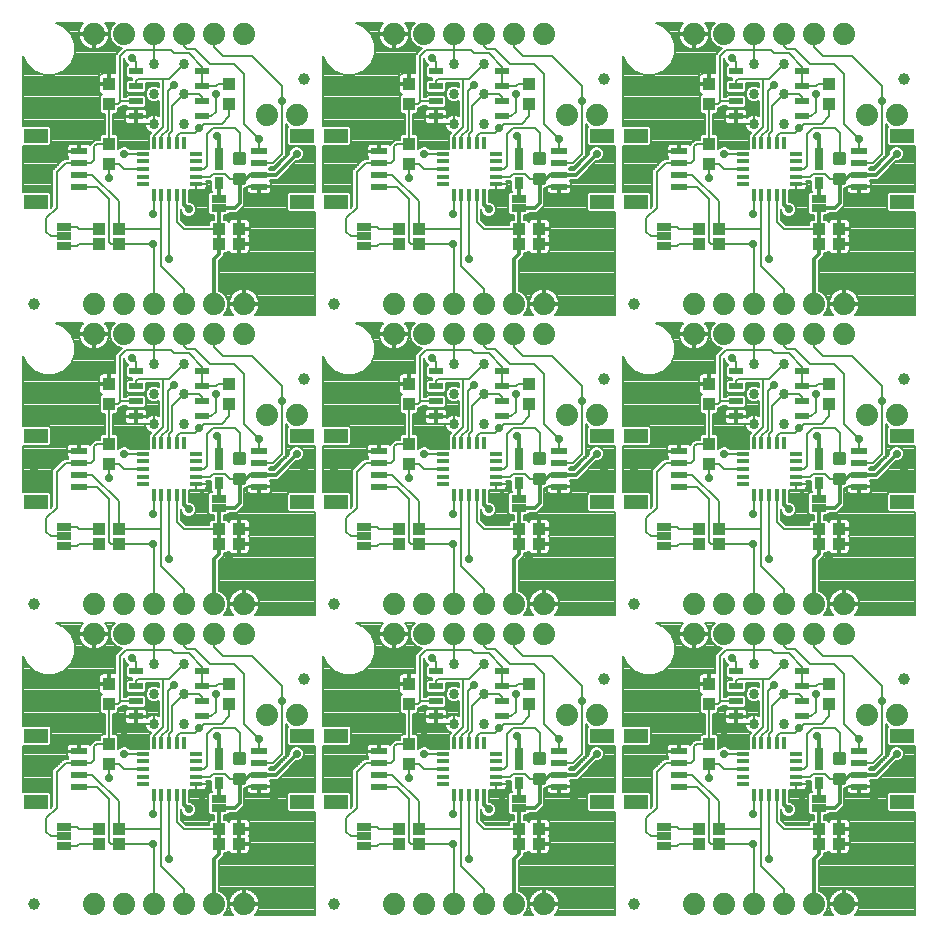
<source format=gtl>
G75*
%MOIN*%
%OFA0B0*%
%FSLAX25Y25*%
%IPPOS*%
%LPD*%
%AMOC8*
5,1,8,0,0,1.08239X$1,22.5*
%
%ADD10C,0.07400*%
%ADD11R,0.04331X0.03937*%
%ADD12R,0.05000X0.02500*%
%ADD13C,0.03937*%
%ADD14R,0.01181X0.04331*%
%ADD15R,0.04331X0.01181*%
%ADD16R,0.03937X0.04331*%
%ADD17R,0.04724X0.02362*%
%ADD18R,0.07874X0.04724*%
%ADD19R,0.05315X0.02362*%
%ADD20C,0.01181*%
%ADD21R,0.03150X0.03937*%
%ADD22R,0.03150X0.07480*%
%ADD23C,0.03400*%
%ADD24C,0.00700*%
%ADD25C,0.02900*%
%ADD26C,0.01200*%
D10*
X0027250Y0010060D03*
X0037250Y0010060D03*
X0047250Y0010060D03*
X0057250Y0010060D03*
X0067250Y0010060D03*
X0077250Y0010060D03*
X0127250Y0010060D03*
X0137250Y0010060D03*
X0147250Y0010060D03*
X0157250Y0010060D03*
X0167250Y0010060D03*
X0177250Y0010060D03*
X0227250Y0010060D03*
X0237250Y0010060D03*
X0247250Y0010060D03*
X0257250Y0010060D03*
X0267250Y0010060D03*
X0277250Y0010060D03*
X0284750Y0073060D03*
X0294750Y0073060D03*
X0277250Y0100060D03*
X0277250Y0110060D03*
X0267250Y0110060D03*
X0257250Y0110060D03*
X0247250Y0110060D03*
X0247250Y0100060D03*
X0257250Y0100060D03*
X0267250Y0100060D03*
X0237250Y0100060D03*
X0237250Y0110060D03*
X0227250Y0110060D03*
X0227250Y0100060D03*
X0194750Y0073060D03*
X0184750Y0073060D03*
X0177250Y0100060D03*
X0177250Y0110060D03*
X0167250Y0110060D03*
X0157250Y0110060D03*
X0147250Y0110060D03*
X0137250Y0110060D03*
X0137250Y0100060D03*
X0147250Y0100060D03*
X0157250Y0100060D03*
X0167250Y0100060D03*
X0127250Y0100060D03*
X0127250Y0110060D03*
X0094750Y0073060D03*
X0084750Y0073060D03*
X0077250Y0100060D03*
X0077250Y0110060D03*
X0067250Y0110060D03*
X0067250Y0100060D03*
X0057250Y0100060D03*
X0057250Y0110060D03*
X0047250Y0110060D03*
X0037250Y0110060D03*
X0037250Y0100060D03*
X0047250Y0100060D03*
X0027250Y0100060D03*
X0027250Y0110060D03*
X0084750Y0173060D03*
X0094750Y0173060D03*
X0077250Y0200060D03*
X0077250Y0210060D03*
X0067250Y0210060D03*
X0067250Y0200060D03*
X0057250Y0200060D03*
X0057250Y0210060D03*
X0047250Y0210060D03*
X0037250Y0210060D03*
X0037250Y0200060D03*
X0047250Y0200060D03*
X0027250Y0200060D03*
X0027250Y0210060D03*
X0084750Y0273060D03*
X0094750Y0273060D03*
X0077250Y0300060D03*
X0067250Y0300060D03*
X0057250Y0300060D03*
X0047250Y0300060D03*
X0037250Y0300060D03*
X0027250Y0300060D03*
X0127250Y0300060D03*
X0137250Y0300060D03*
X0147250Y0300060D03*
X0157250Y0300060D03*
X0167250Y0300060D03*
X0177250Y0300060D03*
X0184750Y0273060D03*
X0194750Y0273060D03*
X0227250Y0300060D03*
X0237250Y0300060D03*
X0247250Y0300060D03*
X0257250Y0300060D03*
X0267250Y0300060D03*
X0277250Y0300060D03*
X0284750Y0273060D03*
X0294750Y0273060D03*
X0277250Y0210060D03*
X0277250Y0200060D03*
X0267250Y0200060D03*
X0267250Y0210060D03*
X0257250Y0210060D03*
X0247250Y0210060D03*
X0247250Y0200060D03*
X0257250Y0200060D03*
X0237250Y0200060D03*
X0237250Y0210060D03*
X0227250Y0210060D03*
X0227250Y0200060D03*
X0194750Y0173060D03*
X0184750Y0173060D03*
X0177250Y0200060D03*
X0177250Y0210060D03*
X0167250Y0210060D03*
X0157250Y0210060D03*
X0147250Y0210060D03*
X0137250Y0210060D03*
X0137250Y0200060D03*
X0147250Y0200060D03*
X0157250Y0200060D03*
X0167250Y0200060D03*
X0127250Y0200060D03*
X0127250Y0210060D03*
X0284750Y0173060D03*
X0294750Y0173060D03*
D11*
X0275596Y0135060D03*
X0275596Y0130060D03*
X0268904Y0130060D03*
X0268904Y0135060D03*
X0235596Y0135060D03*
X0235596Y0130060D03*
X0228904Y0130060D03*
X0228904Y0135060D03*
X0175596Y0135060D03*
X0175596Y0130060D03*
X0168904Y0130060D03*
X0168904Y0135060D03*
X0135596Y0135060D03*
X0135596Y0130060D03*
X0128904Y0130060D03*
X0128904Y0135060D03*
X0075596Y0135060D03*
X0075596Y0130060D03*
X0068904Y0130060D03*
X0068904Y0135060D03*
X0035596Y0135060D03*
X0035596Y0130060D03*
X0028904Y0130060D03*
X0028904Y0135060D03*
X0028904Y0230060D03*
X0028904Y0235060D03*
X0035596Y0235060D03*
X0035596Y0230060D03*
X0068904Y0230060D03*
X0068904Y0235060D03*
X0075596Y0235060D03*
X0075596Y0230060D03*
X0128904Y0230060D03*
X0128904Y0235060D03*
X0135596Y0235060D03*
X0135596Y0230060D03*
X0168904Y0230060D03*
X0168904Y0235060D03*
X0175596Y0235060D03*
X0175596Y0230060D03*
X0228904Y0230060D03*
X0228904Y0235060D03*
X0235596Y0235060D03*
X0235596Y0230060D03*
X0268904Y0230060D03*
X0268904Y0235060D03*
X0275596Y0235060D03*
X0275596Y0230060D03*
X0275596Y0035060D03*
X0275596Y0030060D03*
X0268904Y0030060D03*
X0268904Y0035060D03*
X0235596Y0035060D03*
X0235596Y0030060D03*
X0228904Y0030060D03*
X0228904Y0035060D03*
X0175596Y0035060D03*
X0175596Y0030060D03*
X0168904Y0030060D03*
X0168904Y0035060D03*
X0135596Y0035060D03*
X0135596Y0030060D03*
X0128904Y0030060D03*
X0128904Y0035060D03*
X0075596Y0035060D03*
X0075596Y0030060D03*
X0068904Y0030060D03*
X0068904Y0035060D03*
X0035596Y0035060D03*
X0035596Y0030060D03*
X0028904Y0030060D03*
X0028904Y0035060D03*
D12*
X0017250Y0035760D03*
X0017250Y0032560D03*
X0017250Y0029360D03*
X0068750Y0041960D03*
X0068750Y0045160D03*
X0117250Y0035760D03*
X0117250Y0032560D03*
X0117250Y0029360D03*
X0168750Y0041960D03*
X0168750Y0045160D03*
X0217250Y0035760D03*
X0217250Y0032560D03*
X0217250Y0029360D03*
X0268750Y0041960D03*
X0268750Y0045160D03*
X0217250Y0129360D03*
X0217250Y0132560D03*
X0217250Y0135760D03*
X0168750Y0141960D03*
X0168750Y0145160D03*
X0117250Y0135760D03*
X0117250Y0132560D03*
X0117250Y0129360D03*
X0068750Y0141960D03*
X0068750Y0145160D03*
X0017250Y0135760D03*
X0017250Y0132560D03*
X0017250Y0129360D03*
X0017250Y0229360D03*
X0017250Y0232560D03*
X0017250Y0235760D03*
X0068750Y0241960D03*
X0068750Y0245160D03*
X0117250Y0235760D03*
X0117250Y0232560D03*
X0117250Y0229360D03*
X0168750Y0241960D03*
X0168750Y0245160D03*
X0217250Y0235760D03*
X0217250Y0232560D03*
X0217250Y0229360D03*
X0268750Y0241960D03*
X0268750Y0245160D03*
X0268750Y0145160D03*
X0268750Y0141960D03*
D13*
X0007250Y0010060D03*
X0097250Y0085060D03*
X0107250Y0110060D03*
X0097250Y0185060D03*
X0107250Y0210060D03*
X0097250Y0285060D03*
X0007250Y0210060D03*
X0007250Y0110060D03*
X0107250Y0010060D03*
X0197250Y0085060D03*
X0207250Y0110060D03*
X0197250Y0185060D03*
X0207250Y0210060D03*
X0197250Y0285060D03*
X0297250Y0285060D03*
X0297250Y0185060D03*
X0297250Y0085060D03*
X0207250Y0010060D03*
D14*
X0247132Y0046399D03*
X0249691Y0046399D03*
X0252250Y0046399D03*
X0254809Y0046399D03*
X0257368Y0046399D03*
X0257368Y0063721D03*
X0254809Y0063721D03*
X0252250Y0063721D03*
X0249691Y0063721D03*
X0247132Y0063721D03*
X0247132Y0146399D03*
X0249691Y0146399D03*
X0252250Y0146399D03*
X0254809Y0146399D03*
X0257368Y0146399D03*
X0257368Y0163721D03*
X0254809Y0163721D03*
X0252250Y0163721D03*
X0249691Y0163721D03*
X0247132Y0163721D03*
X0247132Y0246399D03*
X0249691Y0246399D03*
X0252250Y0246399D03*
X0254809Y0246399D03*
X0257368Y0246399D03*
X0257368Y0263721D03*
X0254809Y0263721D03*
X0252250Y0263721D03*
X0249691Y0263721D03*
X0247132Y0263721D03*
X0157368Y0263721D03*
X0154809Y0263721D03*
X0152250Y0263721D03*
X0149691Y0263721D03*
X0147132Y0263721D03*
X0147132Y0246399D03*
X0149691Y0246399D03*
X0152250Y0246399D03*
X0154809Y0246399D03*
X0157368Y0246399D03*
X0157368Y0163721D03*
X0154809Y0163721D03*
X0152250Y0163721D03*
X0149691Y0163721D03*
X0147132Y0163721D03*
X0147132Y0146399D03*
X0149691Y0146399D03*
X0152250Y0146399D03*
X0154809Y0146399D03*
X0157368Y0146399D03*
X0157368Y0063721D03*
X0154809Y0063721D03*
X0152250Y0063721D03*
X0149691Y0063721D03*
X0147132Y0063721D03*
X0147132Y0046399D03*
X0149691Y0046399D03*
X0152250Y0046399D03*
X0154809Y0046399D03*
X0157368Y0046399D03*
X0057368Y0046399D03*
X0054809Y0046399D03*
X0052250Y0046399D03*
X0049691Y0046399D03*
X0047132Y0046399D03*
X0047132Y0063721D03*
X0049691Y0063721D03*
X0052250Y0063721D03*
X0054809Y0063721D03*
X0057368Y0063721D03*
X0057368Y0146399D03*
X0054809Y0146399D03*
X0052250Y0146399D03*
X0049691Y0146399D03*
X0047132Y0146399D03*
X0047132Y0163721D03*
X0049691Y0163721D03*
X0052250Y0163721D03*
X0054809Y0163721D03*
X0057368Y0163721D03*
X0057368Y0246399D03*
X0054809Y0246399D03*
X0052250Y0246399D03*
X0049691Y0246399D03*
X0047132Y0246399D03*
X0047132Y0263721D03*
X0049691Y0263721D03*
X0052250Y0263721D03*
X0054809Y0263721D03*
X0057368Y0263721D03*
D15*
X0061305Y0260178D03*
X0061305Y0257619D03*
X0061305Y0255060D03*
X0061305Y0252501D03*
X0061305Y0249942D03*
X0043589Y0249942D03*
X0043589Y0252501D03*
X0043589Y0255060D03*
X0043589Y0257619D03*
X0043589Y0260178D03*
X0043589Y0160178D03*
X0043589Y0157619D03*
X0043589Y0155060D03*
X0043589Y0152501D03*
X0043589Y0149942D03*
X0061305Y0149942D03*
X0061305Y0152501D03*
X0061305Y0155060D03*
X0061305Y0157619D03*
X0061305Y0160178D03*
X0143589Y0160178D03*
X0143589Y0157619D03*
X0143589Y0155060D03*
X0143589Y0152501D03*
X0143589Y0149942D03*
X0161305Y0149942D03*
X0161305Y0152501D03*
X0161305Y0155060D03*
X0161305Y0157619D03*
X0161305Y0160178D03*
X0243589Y0160178D03*
X0243589Y0157619D03*
X0243589Y0155060D03*
X0243589Y0152501D03*
X0243589Y0149942D03*
X0261305Y0149942D03*
X0261305Y0152501D03*
X0261305Y0155060D03*
X0261305Y0157619D03*
X0261305Y0160178D03*
X0261305Y0249942D03*
X0261305Y0252501D03*
X0261305Y0255060D03*
X0261305Y0257619D03*
X0261305Y0260178D03*
X0243589Y0260178D03*
X0243589Y0257619D03*
X0243589Y0255060D03*
X0243589Y0252501D03*
X0243589Y0249942D03*
X0161305Y0249942D03*
X0161305Y0252501D03*
X0161305Y0255060D03*
X0161305Y0257619D03*
X0161305Y0260178D03*
X0143589Y0260178D03*
X0143589Y0257619D03*
X0143589Y0255060D03*
X0143589Y0252501D03*
X0143589Y0249942D03*
X0143589Y0060178D03*
X0143589Y0057619D03*
X0143589Y0055060D03*
X0143589Y0052501D03*
X0143589Y0049942D03*
X0161305Y0049942D03*
X0161305Y0052501D03*
X0161305Y0055060D03*
X0161305Y0057619D03*
X0161305Y0060178D03*
X0243589Y0060178D03*
X0243589Y0057619D03*
X0243589Y0055060D03*
X0243589Y0052501D03*
X0243589Y0049942D03*
X0261305Y0049942D03*
X0261305Y0052501D03*
X0261305Y0055060D03*
X0261305Y0057619D03*
X0261305Y0060178D03*
X0061305Y0060178D03*
X0061305Y0057619D03*
X0061305Y0055060D03*
X0061305Y0052501D03*
X0061305Y0049942D03*
X0043589Y0049942D03*
X0043589Y0052501D03*
X0043589Y0055060D03*
X0043589Y0057619D03*
X0043589Y0060178D03*
D16*
X0032250Y0063406D03*
X0032250Y0056714D03*
X0032250Y0076714D03*
X0032250Y0083406D03*
X0072250Y0083406D03*
X0072250Y0076714D03*
X0132250Y0076714D03*
X0132250Y0083406D03*
X0132250Y0063406D03*
X0132250Y0056714D03*
X0172250Y0076714D03*
X0172250Y0083406D03*
X0232250Y0083406D03*
X0232250Y0076714D03*
X0232250Y0063406D03*
X0232250Y0056714D03*
X0272250Y0076714D03*
X0272250Y0083406D03*
X0232250Y0156714D03*
X0232250Y0163406D03*
X0232250Y0176714D03*
X0232250Y0183406D03*
X0272250Y0183406D03*
X0272250Y0176714D03*
X0232250Y0256714D03*
X0232250Y0263406D03*
X0232250Y0276714D03*
X0232250Y0283406D03*
X0272250Y0283406D03*
X0272250Y0276714D03*
X0172250Y0276714D03*
X0172250Y0283406D03*
X0132250Y0283406D03*
X0132250Y0276714D03*
X0132250Y0263406D03*
X0132250Y0256714D03*
X0072250Y0276714D03*
X0072250Y0283406D03*
X0032250Y0283406D03*
X0032250Y0276714D03*
X0032250Y0263406D03*
X0032250Y0256714D03*
X0032250Y0183406D03*
X0032250Y0176714D03*
X0032250Y0163406D03*
X0032250Y0156714D03*
X0072250Y0176714D03*
X0072250Y0183406D03*
X0132250Y0183406D03*
X0132250Y0176714D03*
X0132250Y0163406D03*
X0132250Y0156714D03*
X0172250Y0176714D03*
X0172250Y0183406D03*
D17*
X0163274Y0182560D03*
X0163274Y0187560D03*
X0163274Y0177560D03*
X0163274Y0172560D03*
X0141226Y0172560D03*
X0141226Y0177560D03*
X0141226Y0182560D03*
X0141226Y0187560D03*
X0063274Y0187560D03*
X0063274Y0182560D03*
X0063274Y0177560D03*
X0063274Y0172560D03*
X0041226Y0172560D03*
X0041226Y0177560D03*
X0041226Y0182560D03*
X0041226Y0187560D03*
X0041226Y0272560D03*
X0041226Y0277560D03*
X0041226Y0282560D03*
X0041226Y0287560D03*
X0063274Y0287560D03*
X0063274Y0282560D03*
X0063274Y0277560D03*
X0063274Y0272560D03*
X0141226Y0272560D03*
X0141226Y0277560D03*
X0141226Y0282560D03*
X0141226Y0287560D03*
X0163274Y0287560D03*
X0163274Y0282560D03*
X0163274Y0277560D03*
X0163274Y0272560D03*
X0241226Y0272560D03*
X0241226Y0277560D03*
X0241226Y0282560D03*
X0241226Y0287560D03*
X0263274Y0287560D03*
X0263274Y0282560D03*
X0263274Y0277560D03*
X0263274Y0272560D03*
X0263274Y0187560D03*
X0263274Y0182560D03*
X0263274Y0177560D03*
X0263274Y0172560D03*
X0241226Y0172560D03*
X0241226Y0177560D03*
X0241226Y0182560D03*
X0241226Y0187560D03*
X0241226Y0087560D03*
X0241226Y0082560D03*
X0241226Y0077560D03*
X0241226Y0072560D03*
X0263274Y0072560D03*
X0263274Y0077560D03*
X0263274Y0082560D03*
X0263274Y0087560D03*
X0163274Y0087560D03*
X0163274Y0082560D03*
X0163274Y0077560D03*
X0163274Y0072560D03*
X0141226Y0072560D03*
X0141226Y0077560D03*
X0141226Y0082560D03*
X0141226Y0087560D03*
X0063274Y0087560D03*
X0063274Y0082560D03*
X0063274Y0077560D03*
X0063274Y0072560D03*
X0041226Y0072560D03*
X0041226Y0077560D03*
X0041226Y0082560D03*
X0041226Y0087560D03*
D18*
X0007781Y0066084D03*
X0007781Y0044036D03*
X0096719Y0044036D03*
X0107781Y0044036D03*
X0107781Y0066084D03*
X0096719Y0066084D03*
X0096719Y0144036D03*
X0107781Y0144036D03*
X0107781Y0166084D03*
X0096719Y0166084D03*
X0096719Y0244036D03*
X0107781Y0244036D03*
X0107781Y0266084D03*
X0096719Y0266084D03*
X0007781Y0266084D03*
X0007781Y0244036D03*
X0007781Y0166084D03*
X0007781Y0144036D03*
X0196719Y0144036D03*
X0207781Y0144036D03*
X0207781Y0166084D03*
X0196719Y0166084D03*
X0196719Y0244036D03*
X0207781Y0244036D03*
X0207781Y0266084D03*
X0196719Y0266084D03*
X0296719Y0266084D03*
X0296719Y0244036D03*
X0296719Y0166084D03*
X0296719Y0144036D03*
X0296719Y0066084D03*
X0296719Y0044036D03*
X0207781Y0044036D03*
X0196719Y0044036D03*
X0196719Y0066084D03*
X0207781Y0066084D03*
D19*
X0222250Y0060966D03*
X0222250Y0057028D03*
X0222250Y0053091D03*
X0222250Y0049154D03*
X0182250Y0049154D03*
X0182250Y0053091D03*
X0182250Y0057028D03*
X0182250Y0060966D03*
X0122250Y0060966D03*
X0122250Y0057028D03*
X0122250Y0053091D03*
X0122250Y0049154D03*
X0082250Y0049154D03*
X0082250Y0053091D03*
X0082250Y0057028D03*
X0082250Y0060966D03*
X0022250Y0060966D03*
X0022250Y0057028D03*
X0022250Y0053091D03*
X0022250Y0049154D03*
X0022250Y0149154D03*
X0022250Y0153091D03*
X0022250Y0157028D03*
X0022250Y0160966D03*
X0082250Y0160966D03*
X0082250Y0157028D03*
X0082250Y0153091D03*
X0082250Y0149154D03*
X0122250Y0149154D03*
X0122250Y0153091D03*
X0122250Y0157028D03*
X0122250Y0160966D03*
X0182250Y0160966D03*
X0182250Y0157028D03*
X0182250Y0153091D03*
X0182250Y0149154D03*
X0222250Y0149154D03*
X0222250Y0153091D03*
X0222250Y0157028D03*
X0222250Y0160966D03*
X0282250Y0160966D03*
X0282250Y0157028D03*
X0282250Y0153091D03*
X0282250Y0149154D03*
X0282250Y0060966D03*
X0282250Y0057028D03*
X0282250Y0053091D03*
X0282250Y0049154D03*
X0282250Y0249154D03*
X0282250Y0253091D03*
X0282250Y0257028D03*
X0282250Y0260966D03*
X0222250Y0260966D03*
X0222250Y0257028D03*
X0222250Y0253091D03*
X0222250Y0249154D03*
X0182250Y0249154D03*
X0182250Y0253091D03*
X0182250Y0257028D03*
X0182250Y0260966D03*
X0122250Y0260966D03*
X0122250Y0257028D03*
X0122250Y0253091D03*
X0122250Y0249154D03*
X0082250Y0249154D03*
X0082250Y0253091D03*
X0082250Y0257028D03*
X0082250Y0260966D03*
X0022250Y0260966D03*
X0022250Y0257028D03*
X0022250Y0253091D03*
X0022250Y0249154D03*
D20*
X0074372Y0250229D02*
X0077128Y0250229D01*
X0074372Y0250229D02*
X0074372Y0252985D01*
X0077128Y0252985D01*
X0077128Y0250229D01*
X0077128Y0251409D02*
X0074372Y0251409D01*
X0074372Y0252589D02*
X0077128Y0252589D01*
X0077128Y0257135D02*
X0074372Y0257135D01*
X0074372Y0259891D01*
X0077128Y0259891D01*
X0077128Y0257135D01*
X0077128Y0258315D02*
X0074372Y0258315D01*
X0074372Y0259495D02*
X0077128Y0259495D01*
X0174372Y0257135D02*
X0177128Y0257135D01*
X0174372Y0257135D02*
X0174372Y0259891D01*
X0177128Y0259891D01*
X0177128Y0257135D01*
X0177128Y0258315D02*
X0174372Y0258315D01*
X0174372Y0259495D02*
X0177128Y0259495D01*
X0177128Y0250229D02*
X0174372Y0250229D01*
X0174372Y0252985D01*
X0177128Y0252985D01*
X0177128Y0250229D01*
X0177128Y0251409D02*
X0174372Y0251409D01*
X0174372Y0252589D02*
X0177128Y0252589D01*
X0177128Y0157135D02*
X0174372Y0157135D01*
X0174372Y0159891D01*
X0177128Y0159891D01*
X0177128Y0157135D01*
X0177128Y0158315D02*
X0174372Y0158315D01*
X0174372Y0159495D02*
X0177128Y0159495D01*
X0177128Y0150229D02*
X0174372Y0150229D01*
X0174372Y0152985D01*
X0177128Y0152985D01*
X0177128Y0150229D01*
X0177128Y0151409D02*
X0174372Y0151409D01*
X0174372Y0152589D02*
X0177128Y0152589D01*
X0177128Y0057135D02*
X0174372Y0057135D01*
X0174372Y0059891D01*
X0177128Y0059891D01*
X0177128Y0057135D01*
X0177128Y0058315D02*
X0174372Y0058315D01*
X0174372Y0059495D02*
X0177128Y0059495D01*
X0177128Y0050229D02*
X0174372Y0050229D01*
X0174372Y0052985D01*
X0177128Y0052985D01*
X0177128Y0050229D01*
X0177128Y0051409D02*
X0174372Y0051409D01*
X0174372Y0052589D02*
X0177128Y0052589D01*
X0274372Y0050229D02*
X0277128Y0050229D01*
X0274372Y0050229D02*
X0274372Y0052985D01*
X0277128Y0052985D01*
X0277128Y0050229D01*
X0277128Y0051409D02*
X0274372Y0051409D01*
X0274372Y0052589D02*
X0277128Y0052589D01*
X0277128Y0057135D02*
X0274372Y0057135D01*
X0274372Y0059891D01*
X0277128Y0059891D01*
X0277128Y0057135D01*
X0277128Y0058315D02*
X0274372Y0058315D01*
X0274372Y0059495D02*
X0277128Y0059495D01*
X0277128Y0150229D02*
X0274372Y0150229D01*
X0274372Y0152985D01*
X0277128Y0152985D01*
X0277128Y0150229D01*
X0277128Y0151409D02*
X0274372Y0151409D01*
X0274372Y0152589D02*
X0277128Y0152589D01*
X0277128Y0157135D02*
X0274372Y0157135D01*
X0274372Y0159891D01*
X0277128Y0159891D01*
X0277128Y0157135D01*
X0277128Y0158315D02*
X0274372Y0158315D01*
X0274372Y0159495D02*
X0277128Y0159495D01*
X0277128Y0250229D02*
X0274372Y0250229D01*
X0274372Y0252985D01*
X0277128Y0252985D01*
X0277128Y0250229D01*
X0277128Y0251409D02*
X0274372Y0251409D01*
X0274372Y0252589D02*
X0277128Y0252589D01*
X0277128Y0257135D02*
X0274372Y0257135D01*
X0274372Y0259891D01*
X0277128Y0259891D01*
X0277128Y0257135D01*
X0277128Y0258315D02*
X0274372Y0258315D01*
X0274372Y0259495D02*
X0277128Y0259495D01*
X0077128Y0157135D02*
X0074372Y0157135D01*
X0074372Y0159891D01*
X0077128Y0159891D01*
X0077128Y0157135D01*
X0077128Y0158315D02*
X0074372Y0158315D01*
X0074372Y0159495D02*
X0077128Y0159495D01*
X0077128Y0150229D02*
X0074372Y0150229D01*
X0074372Y0152985D01*
X0077128Y0152985D01*
X0077128Y0150229D01*
X0077128Y0151409D02*
X0074372Y0151409D01*
X0074372Y0152589D02*
X0077128Y0152589D01*
X0077128Y0057135D02*
X0074372Y0057135D01*
X0074372Y0059891D01*
X0077128Y0059891D01*
X0077128Y0057135D01*
X0077128Y0058315D02*
X0074372Y0058315D01*
X0074372Y0059495D02*
X0077128Y0059495D01*
X0077128Y0050229D02*
X0074372Y0050229D01*
X0074372Y0052985D01*
X0077128Y0052985D01*
X0077128Y0050229D01*
X0077128Y0051409D02*
X0074372Y0051409D01*
X0074372Y0052589D02*
X0077128Y0052589D01*
D21*
X0068750Y0050336D03*
X0068750Y0150336D03*
X0068750Y0250336D03*
X0168750Y0250336D03*
X0168750Y0150336D03*
X0168750Y0050336D03*
X0268750Y0050336D03*
X0268750Y0150336D03*
X0268750Y0250336D03*
D22*
X0268750Y0258316D03*
X0268750Y0158316D03*
X0268750Y0058316D03*
X0168750Y0058316D03*
X0168750Y0158316D03*
X0168750Y0258316D03*
X0068750Y0258316D03*
X0068750Y0158316D03*
X0068750Y0058316D03*
D23*
X0057250Y0070060D03*
X0057250Y0080060D03*
X0057250Y0090060D03*
X0047250Y0090060D03*
X0047250Y0080060D03*
X0047250Y0070060D03*
X0047250Y0170060D03*
X0047250Y0180060D03*
X0057250Y0180060D03*
X0057250Y0170060D03*
X0057250Y0190060D03*
X0047250Y0190060D03*
X0047250Y0270060D03*
X0047250Y0280060D03*
X0057250Y0280060D03*
X0057250Y0270060D03*
X0057250Y0290060D03*
X0047250Y0290060D03*
X0147250Y0290060D03*
X0157250Y0290060D03*
X0157250Y0280060D03*
X0147250Y0280060D03*
X0147250Y0270060D03*
X0157250Y0270060D03*
X0157250Y0190060D03*
X0147250Y0190060D03*
X0147250Y0180060D03*
X0157250Y0180060D03*
X0157250Y0170060D03*
X0147250Y0170060D03*
X0147250Y0090060D03*
X0157250Y0090060D03*
X0157250Y0080060D03*
X0147250Y0080060D03*
X0147250Y0070060D03*
X0157250Y0070060D03*
X0247250Y0070060D03*
X0247250Y0080060D03*
X0247250Y0090060D03*
X0257250Y0090060D03*
X0257250Y0080060D03*
X0257250Y0070060D03*
X0257250Y0170060D03*
X0257250Y0180060D03*
X0247250Y0180060D03*
X0247250Y0170060D03*
X0247250Y0190060D03*
X0257250Y0190060D03*
X0257250Y0270060D03*
X0257250Y0280060D03*
X0247250Y0280060D03*
X0247250Y0270060D03*
X0247250Y0290060D03*
X0257250Y0290060D03*
D24*
X0252250Y0285060D01*
X0250250Y0285060D01*
X0241750Y0285060D01*
X0241226Y0284536D01*
X0241226Y0282560D01*
X0239826Y0284791D02*
X0238429Y0284791D01*
X0237814Y0284176D01*
X0237814Y0280944D01*
X0238429Y0280329D01*
X0244023Y0280329D01*
X0244639Y0280944D01*
X0244639Y0283660D01*
X0248850Y0283660D01*
X0248850Y0282349D01*
X0248808Y0282391D01*
X0247797Y0282810D01*
X0246703Y0282810D01*
X0245692Y0282391D01*
X0244919Y0281618D01*
X0244500Y0280607D01*
X0244500Y0279513D01*
X0244919Y0278502D01*
X0245692Y0277729D01*
X0246703Y0277310D01*
X0247797Y0277310D01*
X0248808Y0277729D01*
X0248850Y0277771D01*
X0248850Y0272659D01*
X0248695Y0272763D01*
X0248140Y0272993D01*
X0247550Y0273110D01*
X0247400Y0273110D01*
X0247400Y0270210D01*
X0247100Y0270210D01*
X0247100Y0273110D01*
X0246950Y0273110D01*
X0246360Y0272993D01*
X0245805Y0272763D01*
X0245306Y0272429D01*
X0244939Y0272062D01*
X0244939Y0272319D01*
X0241467Y0272319D01*
X0241467Y0270029D01*
X0243766Y0270029D01*
X0244110Y0270121D01*
X0244264Y0270210D01*
X0247100Y0270210D01*
X0247100Y0269910D01*
X0244200Y0269910D01*
X0244200Y0269760D01*
X0244317Y0269170D01*
X0244547Y0268615D01*
X0244881Y0268116D01*
X0245306Y0267691D01*
X0245805Y0267357D01*
X0246344Y0267134D01*
X0246147Y0266937D01*
X0246106Y0266937D01*
X0245491Y0266322D01*
X0245491Y0261819D01*
X0240988Y0261819D01*
X0240748Y0261578D01*
X0239267Y0261578D01*
X0238666Y0262179D01*
X0237747Y0262560D01*
X0236753Y0262560D01*
X0235834Y0262179D01*
X0235268Y0261614D01*
X0235268Y0266007D01*
X0234653Y0266622D01*
X0233650Y0266622D01*
X0233650Y0273498D01*
X0234653Y0273498D01*
X0235268Y0274113D01*
X0235268Y0275314D01*
X0235830Y0275314D01*
X0236650Y0276134D01*
X0236676Y0276160D01*
X0237814Y0276160D01*
X0237814Y0275944D01*
X0238429Y0275329D01*
X0244023Y0275329D01*
X0244639Y0275944D01*
X0244639Y0279176D01*
X0244023Y0279791D01*
X0238429Y0279791D01*
X0237814Y0279176D01*
X0237814Y0278960D01*
X0237150Y0278960D01*
X0237150Y0291980D01*
X0237250Y0292080D01*
X0237250Y0291563D01*
X0237631Y0290644D01*
X0238334Y0289941D01*
X0238695Y0289791D01*
X0238429Y0289791D01*
X0237814Y0289176D01*
X0237814Y0285944D01*
X0238429Y0285329D01*
X0240039Y0285329D01*
X0239826Y0285116D01*
X0239826Y0284791D01*
X0239873Y0285163D02*
X0237150Y0285163D01*
X0237150Y0284465D02*
X0238103Y0284465D01*
X0237814Y0283766D02*
X0237150Y0283766D01*
X0237150Y0283067D02*
X0237814Y0283067D01*
X0237814Y0282369D02*
X0237150Y0282369D01*
X0237150Y0281670D02*
X0237814Y0281670D01*
X0237814Y0280972D02*
X0237150Y0280972D01*
X0237150Y0280273D02*
X0244500Y0280273D01*
X0244500Y0279575D02*
X0244240Y0279575D01*
X0244639Y0278876D02*
X0244764Y0278876D01*
X0244639Y0278178D02*
X0245243Y0278178D01*
X0244639Y0277479D02*
X0246294Y0277479D01*
X0244639Y0276781D02*
X0248850Y0276781D01*
X0248850Y0277479D02*
X0248206Y0277479D01*
X0248850Y0276082D02*
X0244639Y0276082D01*
X0244078Y0275384D02*
X0248850Y0275384D01*
X0248850Y0274685D02*
X0244553Y0274685D01*
X0244669Y0274570D02*
X0244417Y0274821D01*
X0244110Y0274999D01*
X0243766Y0275091D01*
X0241467Y0275091D01*
X0241467Y0272801D01*
X0240986Y0272801D01*
X0240986Y0275091D01*
X0238686Y0275091D01*
X0238343Y0274999D01*
X0238035Y0274821D01*
X0237784Y0274570D01*
X0237606Y0274262D01*
X0237514Y0273919D01*
X0237514Y0272801D01*
X0240986Y0272801D01*
X0240986Y0272319D01*
X0241467Y0272319D01*
X0241467Y0272801D01*
X0244939Y0272801D01*
X0244939Y0273919D01*
X0244847Y0274262D01*
X0244669Y0274570D01*
X0244920Y0273987D02*
X0248850Y0273987D01*
X0248850Y0273288D02*
X0244939Y0273288D01*
X0245546Y0272590D02*
X0241467Y0272590D01*
X0240986Y0272590D02*
X0233650Y0272590D01*
X0233650Y0273288D02*
X0237514Y0273288D01*
X0237532Y0273987D02*
X0235142Y0273987D01*
X0235268Y0274685D02*
X0237899Y0274685D01*
X0238374Y0275384D02*
X0235900Y0275384D01*
X0236599Y0276082D02*
X0237814Y0276082D01*
X0236650Y0276134D02*
X0236650Y0276134D01*
X0235750Y0277214D02*
X0236096Y0277560D01*
X0241226Y0277560D01*
X0240986Y0274685D02*
X0241467Y0274685D01*
X0241467Y0273987D02*
X0240986Y0273987D01*
X0240986Y0273288D02*
X0241467Y0273288D01*
X0240986Y0272319D02*
X0237514Y0272319D01*
X0237514Y0271201D01*
X0237606Y0270858D01*
X0237784Y0270550D01*
X0238035Y0270299D01*
X0238343Y0270121D01*
X0238686Y0270029D01*
X0240986Y0270029D01*
X0240986Y0272319D01*
X0240986Y0271891D02*
X0241467Y0271891D01*
X0241467Y0271193D02*
X0240986Y0271193D01*
X0240986Y0270494D02*
X0241467Y0270494D01*
X0244200Y0269796D02*
X0233650Y0269796D01*
X0233650Y0270494D02*
X0237840Y0270494D01*
X0237516Y0271193D02*
X0233650Y0271193D01*
X0233650Y0271891D02*
X0237514Y0271891D01*
X0235250Y0276714D02*
X0235750Y0277214D01*
X0235750Y0292560D01*
X0237750Y0294560D01*
X0247250Y0294560D01*
X0252750Y0294560D01*
X0253750Y0293560D01*
X0258750Y0293560D01*
X0263274Y0289036D01*
X0263274Y0287560D01*
X0263274Y0282560D01*
X0267750Y0282560D01*
X0268596Y0283406D01*
X0272250Y0283406D01*
X0267750Y0280060D02*
X0267750Y0274060D01*
X0266250Y0272560D01*
X0263274Y0272560D01*
X0263750Y0270060D02*
X0262250Y0268560D01*
X0260750Y0267060D01*
X0255750Y0267060D01*
X0254809Y0266119D01*
X0254809Y0263721D01*
X0252250Y0263721D02*
X0252250Y0266560D01*
X0253250Y0267560D01*
X0253250Y0276060D01*
X0257250Y0280060D01*
X0262250Y0280060D01*
X0263274Y0279036D01*
X0263274Y0277560D01*
X0263750Y0270060D02*
X0269750Y0270060D01*
X0272250Y0272560D01*
X0272250Y0276714D01*
X0277250Y0270060D02*
X0277250Y0286560D01*
X0273750Y0290060D01*
X0265750Y0290060D01*
X0260750Y0295060D01*
X0258250Y0295060D01*
X0257250Y0296060D01*
X0257250Y0300060D01*
X0247250Y0300060D02*
X0247250Y0294560D01*
X0247250Y0290060D01*
X0250250Y0285060D02*
X0250250Y0269060D01*
X0247132Y0265942D01*
X0247132Y0263721D01*
X0245491Y0263509D02*
X0235268Y0263509D01*
X0235268Y0262811D02*
X0245491Y0262811D01*
X0245491Y0262112D02*
X0238733Y0262112D01*
X0237368Y0260178D02*
X0237250Y0260060D01*
X0237368Y0260178D02*
X0243589Y0260178D01*
X0245491Y0264208D02*
X0235268Y0264208D01*
X0235268Y0264906D02*
X0245491Y0264906D01*
X0245491Y0265605D02*
X0235268Y0265605D01*
X0234972Y0266303D02*
X0245491Y0266303D01*
X0246212Y0267002D02*
X0233650Y0267002D01*
X0233650Y0267700D02*
X0245296Y0267700D01*
X0244692Y0268399D02*
X0233650Y0268399D01*
X0233650Y0269097D02*
X0244347Y0269097D01*
X0247100Y0270494D02*
X0247400Y0270494D01*
X0247400Y0271193D02*
X0247100Y0271193D01*
X0247100Y0271891D02*
X0247400Y0271891D01*
X0247400Y0272590D02*
X0247100Y0272590D01*
X0251750Y0268060D02*
X0251750Y0281060D01*
X0253750Y0283060D01*
X0248850Y0283067D02*
X0244639Y0283067D01*
X0244639Y0282369D02*
X0245670Y0282369D01*
X0244971Y0281670D02*
X0244639Y0281670D01*
X0244639Y0280972D02*
X0244651Y0280972D01*
X0248830Y0282369D02*
X0248850Y0282369D01*
X0241226Y0287560D02*
X0241226Y0290584D01*
X0239750Y0292060D01*
X0238222Y0290053D02*
X0237150Y0290053D01*
X0237150Y0290751D02*
X0237586Y0290751D01*
X0237297Y0291450D02*
X0237150Y0291450D01*
X0237150Y0289354D02*
X0237992Y0289354D01*
X0237814Y0288656D02*
X0237150Y0288656D01*
X0237150Y0287957D02*
X0237814Y0287957D01*
X0237814Y0287259D02*
X0237150Y0287259D01*
X0237150Y0286560D02*
X0237814Y0286560D01*
X0237897Y0285862D02*
X0237150Y0285862D01*
X0234350Y0286922D02*
X0232600Y0286922D01*
X0232600Y0283756D01*
X0231900Y0283756D01*
X0231900Y0283056D01*
X0228931Y0283056D01*
X0228931Y0281063D01*
X0229023Y0280720D01*
X0229201Y0280412D01*
X0229453Y0280161D01*
X0229760Y0279983D01*
X0229963Y0279929D01*
X0229847Y0279929D01*
X0229231Y0279314D01*
X0229231Y0274113D01*
X0229847Y0273498D01*
X0230850Y0273498D01*
X0230850Y0266622D01*
X0229847Y0266622D01*
X0229231Y0266007D01*
X0229231Y0264806D01*
X0227517Y0264806D01*
X0226670Y0263960D01*
X0225850Y0263140D01*
X0225850Y0263113D01*
X0225736Y0263227D01*
X0225429Y0263405D01*
X0225085Y0263497D01*
X0222491Y0263497D01*
X0222491Y0261206D01*
X0222009Y0261206D01*
X0222009Y0260725D01*
X0218243Y0260725D01*
X0218243Y0259607D01*
X0218335Y0259263D01*
X0218512Y0258955D01*
X0218683Y0258785D01*
X0218543Y0258645D01*
X0218543Y0258460D01*
X0217170Y0258460D01*
X0216350Y0257640D01*
X0213350Y0254640D01*
X0213350Y0242640D01*
X0212768Y0242058D01*
X0212768Y0246833D01*
X0212153Y0247449D01*
X0203700Y0247449D01*
X0203700Y0262671D01*
X0212153Y0262671D01*
X0212768Y0263286D01*
X0212768Y0268881D01*
X0212153Y0269496D01*
X0203700Y0269496D01*
X0203700Y0292837D01*
X0204832Y0290104D01*
X0204832Y0290104D01*
X0207294Y0287642D01*
X0210510Y0286310D01*
X0213990Y0286310D01*
X0217206Y0287642D01*
X0217206Y0287642D01*
X0219668Y0290104D01*
X0221000Y0293320D01*
X0221000Y0296800D01*
X0219668Y0300016D01*
X0219668Y0300016D01*
X0217206Y0302478D01*
X0214473Y0303610D01*
X0223658Y0303610D01*
X0223398Y0303350D01*
X0222931Y0302707D01*
X0222570Y0301999D01*
X0222324Y0301243D01*
X0222200Y0300457D01*
X0222200Y0300410D01*
X0226900Y0300410D01*
X0226900Y0299710D01*
X0222200Y0299710D01*
X0222200Y0299663D01*
X0222324Y0298877D01*
X0222570Y0298121D01*
X0222931Y0297413D01*
X0223398Y0296770D01*
X0223960Y0296208D01*
X0224603Y0295741D01*
X0225311Y0295380D01*
X0226067Y0295134D01*
X0226853Y0295010D01*
X0226900Y0295010D01*
X0226900Y0299710D01*
X0227600Y0299710D01*
X0227600Y0300410D01*
X0232300Y0300410D01*
X0232300Y0300457D01*
X0232176Y0301243D01*
X0231930Y0301999D01*
X0231569Y0302707D01*
X0231102Y0303350D01*
X0230842Y0303610D01*
X0234083Y0303610D01*
X0233223Y0302751D01*
X0232500Y0301005D01*
X0232500Y0299115D01*
X0233223Y0297369D01*
X0234559Y0296033D01*
X0236305Y0295310D01*
X0236520Y0295310D01*
X0236350Y0295140D01*
X0236350Y0295140D01*
X0234350Y0293140D01*
X0234350Y0286922D01*
X0234350Y0287259D02*
X0216281Y0287259D01*
X0217521Y0287957D02*
X0234350Y0287957D01*
X0234350Y0288656D02*
X0218220Y0288656D01*
X0218918Y0289354D02*
X0234350Y0289354D01*
X0234350Y0290053D02*
X0219617Y0290053D01*
X0219668Y0290104D02*
X0219668Y0290104D01*
X0219936Y0290751D02*
X0234350Y0290751D01*
X0234350Y0291450D02*
X0220225Y0291450D01*
X0220515Y0292148D02*
X0234350Y0292148D01*
X0234350Y0292847D02*
X0220804Y0292847D01*
X0221000Y0293545D02*
X0234755Y0293545D01*
X0235454Y0294244D02*
X0221000Y0294244D01*
X0221000Y0294942D02*
X0236152Y0294942D01*
X0235507Y0295641D02*
X0229700Y0295641D01*
X0229897Y0295741D02*
X0230540Y0296208D01*
X0231102Y0296770D01*
X0231569Y0297413D01*
X0231930Y0298121D01*
X0232176Y0298877D01*
X0232300Y0299663D01*
X0232300Y0299710D01*
X0227600Y0299710D01*
X0227600Y0295010D01*
X0227647Y0295010D01*
X0228433Y0295134D01*
X0229189Y0295380D01*
X0229897Y0295741D01*
X0230671Y0296339D02*
X0234253Y0296339D01*
X0233555Y0297038D02*
X0231296Y0297038D01*
X0231734Y0297736D02*
X0233071Y0297736D01*
X0232782Y0298435D02*
X0232032Y0298435D01*
X0232216Y0299133D02*
X0232500Y0299133D01*
X0232500Y0299832D02*
X0227600Y0299832D01*
X0227600Y0299133D02*
X0226900Y0299133D01*
X0226900Y0298435D02*
X0227600Y0298435D01*
X0227600Y0297736D02*
X0226900Y0297736D01*
X0226900Y0297038D02*
X0227600Y0297038D01*
X0227600Y0296339D02*
X0226900Y0296339D01*
X0226900Y0295641D02*
X0227600Y0295641D01*
X0224800Y0295641D02*
X0221000Y0295641D01*
X0221000Y0296339D02*
X0223829Y0296339D01*
X0223204Y0297038D02*
X0220902Y0297038D01*
X0220612Y0297736D02*
X0222766Y0297736D01*
X0222468Y0298435D02*
X0220323Y0298435D01*
X0220034Y0299133D02*
X0222284Y0299133D01*
X0222212Y0300530D02*
X0219154Y0300530D01*
X0219744Y0299832D02*
X0226900Y0299832D01*
X0222322Y0301229D02*
X0218456Y0301229D01*
X0217757Y0301927D02*
X0222547Y0301927D01*
X0222890Y0302626D02*
X0216849Y0302626D01*
X0217206Y0302478D02*
X0217206Y0302478D01*
X0215163Y0303324D02*
X0223380Y0303324D01*
X0231120Y0303324D02*
X0233797Y0303324D01*
X0233171Y0302626D02*
X0231610Y0302626D01*
X0231953Y0301927D02*
X0232882Y0301927D01*
X0232593Y0301229D02*
X0232178Y0301229D01*
X0232288Y0300530D02*
X0232500Y0300530D01*
X0231900Y0286922D02*
X0230104Y0286922D01*
X0229760Y0286830D01*
X0229453Y0286652D01*
X0229201Y0286401D01*
X0229023Y0286093D01*
X0228931Y0285750D01*
X0228931Y0283756D01*
X0231900Y0283756D01*
X0231900Y0286922D01*
X0231900Y0286560D02*
X0232600Y0286560D01*
X0232600Y0285862D02*
X0231900Y0285862D01*
X0231900Y0285163D02*
X0232600Y0285163D01*
X0232600Y0284465D02*
X0231900Y0284465D01*
X0231900Y0283766D02*
X0232600Y0283766D01*
X0231900Y0283067D02*
X0203700Y0283067D01*
X0203700Y0282369D02*
X0228931Y0282369D01*
X0228931Y0281670D02*
X0203700Y0281670D01*
X0203700Y0280972D02*
X0228956Y0280972D01*
X0229340Y0280273D02*
X0203700Y0280273D01*
X0203700Y0279575D02*
X0229493Y0279575D01*
X0229231Y0278876D02*
X0203700Y0278876D01*
X0203700Y0278178D02*
X0229231Y0278178D01*
X0229231Y0277479D02*
X0203700Y0277479D01*
X0203700Y0276781D02*
X0229231Y0276781D01*
X0229231Y0276082D02*
X0203700Y0276082D01*
X0203700Y0275384D02*
X0229231Y0275384D01*
X0229231Y0274685D02*
X0203700Y0274685D01*
X0203700Y0273987D02*
X0229358Y0273987D01*
X0230850Y0273288D02*
X0203700Y0273288D01*
X0203700Y0272590D02*
X0230850Y0272590D01*
X0230850Y0271891D02*
X0203700Y0271891D01*
X0203700Y0271193D02*
X0230850Y0271193D01*
X0230850Y0270494D02*
X0203700Y0270494D01*
X0203700Y0269796D02*
X0230850Y0269796D01*
X0230850Y0269097D02*
X0212552Y0269097D01*
X0212768Y0268399D02*
X0230850Y0268399D01*
X0230850Y0267700D02*
X0212768Y0267700D01*
X0212768Y0267002D02*
X0230850Y0267002D01*
X0229528Y0266303D02*
X0212768Y0266303D01*
X0212768Y0265605D02*
X0229231Y0265605D01*
X0229231Y0264906D02*
X0212768Y0264906D01*
X0212768Y0264208D02*
X0226918Y0264208D01*
X0226670Y0263960D02*
X0226670Y0263960D01*
X0226219Y0263509D02*
X0212768Y0263509D01*
X0212293Y0262811D02*
X0218417Y0262811D01*
X0218335Y0262668D02*
X0218243Y0262324D01*
X0218243Y0261206D01*
X0222009Y0261206D01*
X0222009Y0263497D01*
X0219415Y0263497D01*
X0219071Y0263405D01*
X0218764Y0263227D01*
X0218512Y0262976D01*
X0218335Y0262668D01*
X0218243Y0262112D02*
X0203700Y0262112D01*
X0203700Y0261414D02*
X0218243Y0261414D01*
X0218243Y0260715D02*
X0203700Y0260715D01*
X0203700Y0260017D02*
X0218243Y0260017D01*
X0218320Y0259318D02*
X0203700Y0259318D01*
X0203700Y0258620D02*
X0218543Y0258620D01*
X0217750Y0257060D02*
X0222219Y0257060D01*
X0222250Y0257028D01*
X0226219Y0257028D01*
X0227250Y0258060D01*
X0227250Y0262560D01*
X0228096Y0263406D01*
X0232250Y0263406D01*
X0232250Y0276714D01*
X0235250Y0276714D01*
X0237150Y0279575D02*
X0238213Y0279575D01*
X0228931Y0283766D02*
X0203700Y0283766D01*
X0203700Y0284465D02*
X0228931Y0284465D01*
X0228931Y0285163D02*
X0203700Y0285163D01*
X0203700Y0285862D02*
X0228962Y0285862D01*
X0229361Y0286560D02*
X0214594Y0286560D01*
X0209906Y0286560D02*
X0203700Y0286560D01*
X0203700Y0287259D02*
X0208219Y0287259D01*
X0207294Y0287642D02*
X0207294Y0287642D01*
X0206979Y0287957D02*
X0203700Y0287957D01*
X0203700Y0288656D02*
X0206280Y0288656D01*
X0205582Y0289354D02*
X0203700Y0289354D01*
X0203700Y0290053D02*
X0204883Y0290053D01*
X0204564Y0290751D02*
X0203700Y0290751D01*
X0203700Y0291450D02*
X0204275Y0291450D01*
X0203985Y0292148D02*
X0203700Y0292148D01*
X0189750Y0282560D02*
X0189750Y0277560D01*
X0189750Y0260060D01*
X0186750Y0257060D01*
X0182281Y0257060D01*
X0182250Y0257028D01*
X0185605Y0255060D02*
X0185957Y0255412D01*
X0185957Y0255660D01*
X0187330Y0255660D01*
X0190330Y0258660D01*
X0191150Y0259480D01*
X0191150Y0269942D01*
X0191972Y0269121D01*
X0191731Y0268881D01*
X0191731Y0263286D01*
X0192347Y0262671D01*
X0200800Y0262671D01*
X0200800Y0247449D01*
X0192347Y0247449D01*
X0191731Y0246833D01*
X0191731Y0241239D01*
X0192347Y0240624D01*
X0200800Y0240624D01*
X0200800Y0206510D01*
X0180842Y0206510D01*
X0181102Y0206770D01*
X0181569Y0207413D01*
X0181930Y0208121D01*
X0182176Y0208877D01*
X0182300Y0209663D01*
X0182300Y0209710D01*
X0177600Y0209710D01*
X0177600Y0210410D01*
X0176900Y0210410D01*
X0176900Y0215110D01*
X0176853Y0215110D01*
X0176067Y0214986D01*
X0175311Y0214740D01*
X0174603Y0214379D01*
X0173960Y0213912D01*
X0173398Y0213350D01*
X0172931Y0212707D01*
X0172570Y0211999D01*
X0172324Y0211243D01*
X0172200Y0210457D01*
X0172200Y0210410D01*
X0176900Y0210410D01*
X0176900Y0209710D01*
X0172200Y0209710D01*
X0172200Y0209663D01*
X0172324Y0208877D01*
X0172570Y0208121D01*
X0172931Y0207413D01*
X0173398Y0206770D01*
X0173658Y0206510D01*
X0170417Y0206510D01*
X0171277Y0207369D01*
X0172000Y0209115D01*
X0172000Y0211005D01*
X0171277Y0212751D01*
X0169941Y0214087D01*
X0168900Y0214518D01*
X0168900Y0224377D01*
X0170554Y0226030D01*
X0170554Y0227041D01*
X0171504Y0227041D01*
X0172119Y0227657D01*
X0172119Y0227773D01*
X0172173Y0227570D01*
X0172351Y0227263D01*
X0172602Y0227011D01*
X0172910Y0226833D01*
X0173253Y0226741D01*
X0175246Y0226741D01*
X0175246Y0229710D01*
X0175946Y0229710D01*
X0175946Y0226741D01*
X0177940Y0226741D01*
X0178283Y0226833D01*
X0178591Y0227011D01*
X0178842Y0227263D01*
X0179020Y0227570D01*
X0179112Y0227914D01*
X0179112Y0229710D01*
X0175946Y0229710D01*
X0175946Y0230410D01*
X0175246Y0230410D01*
X0175246Y0234710D01*
X0175946Y0234710D01*
X0175946Y0231741D01*
X0175946Y0230410D01*
X0179112Y0230410D01*
X0179112Y0232206D01*
X0179020Y0232550D01*
X0179014Y0232560D01*
X0179020Y0232570D01*
X0179112Y0232914D01*
X0179112Y0234710D01*
X0175946Y0234710D01*
X0175946Y0235410D01*
X0175246Y0235410D01*
X0175246Y0238378D01*
X0173253Y0238378D01*
X0172910Y0238286D01*
X0172602Y0238109D01*
X0172351Y0237857D01*
X0172173Y0237550D01*
X0172119Y0237347D01*
X0172119Y0237463D01*
X0171504Y0238078D01*
X0170554Y0238078D01*
X0170554Y0239660D01*
X0171685Y0239660D01*
X0172300Y0240275D01*
X0172300Y0240310D01*
X0174833Y0240310D01*
X0176433Y0241910D01*
X0177400Y0242877D01*
X0177400Y0248589D01*
X0177807Y0248589D01*
X0178614Y0249395D01*
X0182009Y0249395D01*
X0182009Y0248914D01*
X0178243Y0248914D01*
X0178243Y0247796D01*
X0178335Y0247452D01*
X0178512Y0247144D01*
X0178764Y0246893D01*
X0179071Y0246715D01*
X0179415Y0246623D01*
X0182009Y0246623D01*
X0182009Y0248914D01*
X0182491Y0248914D01*
X0182491Y0249395D01*
X0186257Y0249395D01*
X0186257Y0250513D01*
X0186165Y0250857D01*
X0185988Y0251164D01*
X0185817Y0251335D01*
X0185923Y0251441D01*
X0188465Y0251441D01*
X0194583Y0257560D01*
X0195247Y0257560D01*
X0196166Y0257941D01*
X0196869Y0258644D01*
X0197250Y0259563D01*
X0197250Y0260557D01*
X0196869Y0261476D01*
X0196166Y0262179D01*
X0195247Y0262560D01*
X0194253Y0262560D01*
X0193334Y0262179D01*
X0192631Y0261476D01*
X0192250Y0260557D01*
X0192250Y0259893D01*
X0187098Y0254741D01*
X0185923Y0254741D01*
X0185605Y0255060D01*
X0185672Y0255127D02*
X0187484Y0255127D01*
X0187495Y0255826D02*
X0188182Y0255826D01*
X0188194Y0256524D02*
X0188881Y0256524D01*
X0188892Y0257223D02*
X0189579Y0257223D01*
X0189591Y0257921D02*
X0190278Y0257921D01*
X0190290Y0258620D02*
X0190976Y0258620D01*
X0190988Y0259318D02*
X0191675Y0259318D01*
X0191150Y0260017D02*
X0192250Y0260017D01*
X0192315Y0260715D02*
X0191150Y0260715D01*
X0191150Y0261414D02*
X0192605Y0261414D01*
X0193267Y0262112D02*
X0191150Y0262112D01*
X0191150Y0262811D02*
X0192207Y0262811D01*
X0191731Y0263509D02*
X0191150Y0263509D01*
X0191150Y0264208D02*
X0191731Y0264208D01*
X0191731Y0264906D02*
X0191150Y0264906D01*
X0191150Y0265605D02*
X0191731Y0265605D01*
X0191731Y0266303D02*
X0191150Y0266303D01*
X0191150Y0267002D02*
X0191731Y0267002D01*
X0191731Y0267700D02*
X0191150Y0267700D01*
X0191150Y0268399D02*
X0191731Y0268399D01*
X0191948Y0269097D02*
X0191150Y0269097D01*
X0191150Y0269796D02*
X0191297Y0269796D01*
X0196233Y0262112D02*
X0200800Y0262112D01*
X0200800Y0261414D02*
X0196895Y0261414D01*
X0197185Y0260715D02*
X0200800Y0260715D01*
X0200800Y0260017D02*
X0197250Y0260017D01*
X0197149Y0259318D02*
X0200800Y0259318D01*
X0200800Y0258620D02*
X0196845Y0258620D01*
X0196119Y0257921D02*
X0200800Y0257921D01*
X0200800Y0257223D02*
X0194246Y0257223D01*
X0193548Y0256524D02*
X0200800Y0256524D01*
X0200800Y0255826D02*
X0192849Y0255826D01*
X0192151Y0255127D02*
X0200800Y0255127D01*
X0200800Y0254429D02*
X0191452Y0254429D01*
X0190753Y0253730D02*
X0200800Y0253730D01*
X0200800Y0253032D02*
X0190055Y0253032D01*
X0189356Y0252333D02*
X0200800Y0252333D01*
X0200800Y0251634D02*
X0188658Y0251634D01*
X0186120Y0250936D02*
X0200800Y0250936D01*
X0200800Y0250237D02*
X0186257Y0250237D01*
X0186257Y0249539D02*
X0200800Y0249539D01*
X0200800Y0248840D02*
X0186257Y0248840D01*
X0186257Y0248914D02*
X0182491Y0248914D01*
X0182491Y0246623D01*
X0185085Y0246623D01*
X0185429Y0246715D01*
X0185736Y0246893D01*
X0185988Y0247144D01*
X0186165Y0247452D01*
X0186257Y0247796D01*
X0186257Y0248914D01*
X0186257Y0248142D02*
X0200800Y0248142D01*
X0203700Y0248142D02*
X0213350Y0248142D01*
X0213350Y0248840D02*
X0203700Y0248840D01*
X0203700Y0249539D02*
X0213350Y0249539D01*
X0213350Y0250237D02*
X0203700Y0250237D01*
X0203700Y0250936D02*
X0213350Y0250936D01*
X0213350Y0251634D02*
X0203700Y0251634D01*
X0203700Y0252333D02*
X0213350Y0252333D01*
X0213350Y0253032D02*
X0203700Y0253032D01*
X0203700Y0253730D02*
X0213350Y0253730D01*
X0213350Y0254429D02*
X0203700Y0254429D01*
X0203700Y0255127D02*
X0213837Y0255127D01*
X0214536Y0255826D02*
X0203700Y0255826D01*
X0203700Y0256524D02*
X0215234Y0256524D01*
X0215933Y0257223D02*
X0203700Y0257223D01*
X0203700Y0257921D02*
X0216631Y0257921D01*
X0217750Y0257060D02*
X0214750Y0254060D01*
X0214750Y0242060D01*
X0211250Y0238560D01*
X0211250Y0234060D01*
X0212750Y0232560D01*
X0217250Y0232560D01*
X0217250Y0235760D02*
X0221550Y0235760D01*
X0222250Y0235060D01*
X0228904Y0235060D01*
X0232250Y0230560D02*
X0232750Y0230060D01*
X0235596Y0230060D01*
X0246750Y0230060D01*
X0247250Y0229560D01*
X0247250Y0210060D01*
X0257250Y0210060D02*
X0257250Y0215060D01*
X0249691Y0222619D01*
X0249691Y0235060D01*
X0235596Y0235060D01*
X0235596Y0244214D01*
X0226719Y0253091D01*
X0222250Y0253091D01*
X0222250Y0249154D02*
X0228156Y0249154D01*
X0232250Y0245060D01*
X0232250Y0230560D01*
X0228904Y0230060D02*
X0222250Y0230060D01*
X0221550Y0229360D01*
X0217250Y0229360D01*
X0213264Y0242554D02*
X0212768Y0242554D01*
X0212768Y0243252D02*
X0213350Y0243252D01*
X0213350Y0243951D02*
X0212768Y0243951D01*
X0212768Y0244649D02*
X0213350Y0244649D01*
X0213350Y0245348D02*
X0212768Y0245348D01*
X0212768Y0246046D02*
X0213350Y0246046D01*
X0213350Y0246745D02*
X0212768Y0246745D01*
X0213350Y0247443D02*
X0212159Y0247443D01*
X0200800Y0240458D02*
X0174982Y0240458D01*
X0175680Y0241157D02*
X0191814Y0241157D01*
X0191731Y0241855D02*
X0176379Y0241855D01*
X0177077Y0242554D02*
X0191731Y0242554D01*
X0191731Y0243252D02*
X0177400Y0243252D01*
X0177400Y0243951D02*
X0191731Y0243951D01*
X0191731Y0244649D02*
X0177400Y0244649D01*
X0177400Y0245348D02*
X0191731Y0245348D01*
X0191731Y0246046D02*
X0177400Y0246046D01*
X0177400Y0246745D02*
X0179020Y0246745D01*
X0178340Y0247443D02*
X0177400Y0247443D01*
X0177400Y0248142D02*
X0178243Y0248142D01*
X0178243Y0248840D02*
X0178059Y0248840D01*
X0175750Y0251607D02*
X0172653Y0251607D01*
X0170750Y0253510D01*
X0166750Y0253510D01*
X0165741Y0252501D01*
X0161305Y0252501D01*
X0161305Y0255060D02*
X0163750Y0255060D01*
X0164750Y0256060D01*
X0164750Y0266560D01*
X0166750Y0268560D01*
X0174250Y0268560D01*
X0175750Y0267060D01*
X0175750Y0258513D01*
X0182250Y0260966D02*
X0182250Y0265060D01*
X0177250Y0270060D01*
X0177250Y0286560D01*
X0173750Y0290060D01*
X0165750Y0290060D01*
X0160750Y0295060D01*
X0158250Y0295060D01*
X0157250Y0296060D01*
X0157250Y0300060D01*
X0158750Y0293560D02*
X0153750Y0293560D01*
X0152750Y0294560D01*
X0147250Y0294560D01*
X0137750Y0294560D01*
X0135750Y0292560D01*
X0135750Y0277214D01*
X0136096Y0277560D01*
X0141226Y0277560D01*
X0140986Y0275091D02*
X0138686Y0275091D01*
X0138343Y0274999D01*
X0138035Y0274821D01*
X0137784Y0274570D01*
X0137606Y0274262D01*
X0137514Y0273919D01*
X0137514Y0272801D01*
X0140986Y0272801D01*
X0140986Y0275091D01*
X0140986Y0274685D02*
X0141467Y0274685D01*
X0141467Y0275091D02*
X0141467Y0272801D01*
X0140986Y0272801D01*
X0140986Y0272319D01*
X0141467Y0272319D01*
X0141467Y0270029D01*
X0143766Y0270029D01*
X0144110Y0270121D01*
X0144264Y0270210D01*
X0147100Y0270210D01*
X0147100Y0273110D01*
X0146950Y0273110D01*
X0146360Y0272993D01*
X0145805Y0272763D01*
X0145306Y0272429D01*
X0144939Y0272062D01*
X0144939Y0272319D01*
X0141467Y0272319D01*
X0141467Y0272801D01*
X0144939Y0272801D01*
X0144939Y0273919D01*
X0144847Y0274262D01*
X0144669Y0274570D01*
X0144417Y0274821D01*
X0144110Y0274999D01*
X0143766Y0275091D01*
X0141467Y0275091D01*
X0141467Y0273987D02*
X0140986Y0273987D01*
X0140986Y0273288D02*
X0141467Y0273288D01*
X0141467Y0272590D02*
X0145546Y0272590D01*
X0144939Y0273288D02*
X0148850Y0273288D01*
X0148695Y0272763D02*
X0148140Y0272993D01*
X0147550Y0273110D01*
X0147400Y0273110D01*
X0147400Y0270210D01*
X0147100Y0270210D01*
X0147100Y0269910D01*
X0144200Y0269910D01*
X0144200Y0269760D01*
X0144317Y0269170D01*
X0144547Y0268615D01*
X0144881Y0268116D01*
X0145306Y0267691D01*
X0145805Y0267357D01*
X0146344Y0267134D01*
X0146147Y0266937D01*
X0146106Y0266937D01*
X0145491Y0266322D01*
X0145491Y0261819D01*
X0140988Y0261819D01*
X0140748Y0261578D01*
X0139267Y0261578D01*
X0138666Y0262179D01*
X0137747Y0262560D01*
X0136753Y0262560D01*
X0135834Y0262179D01*
X0135268Y0261614D01*
X0135268Y0266007D01*
X0134653Y0266622D01*
X0133650Y0266622D01*
X0133650Y0273498D01*
X0134653Y0273498D01*
X0135268Y0274113D01*
X0135268Y0275314D01*
X0135830Y0275314D01*
X0136330Y0275814D01*
X0136676Y0276160D01*
X0137814Y0276160D01*
X0137814Y0275944D01*
X0138429Y0275329D01*
X0144023Y0275329D01*
X0144639Y0275944D01*
X0144639Y0279176D01*
X0144023Y0279791D01*
X0138429Y0279791D01*
X0137814Y0279176D01*
X0137814Y0278960D01*
X0137150Y0278960D01*
X0137150Y0291980D01*
X0137250Y0292080D01*
X0137250Y0291563D01*
X0137631Y0290644D01*
X0138334Y0289941D01*
X0138695Y0289791D01*
X0138429Y0289791D01*
X0137814Y0289176D01*
X0137814Y0285944D01*
X0138429Y0285329D01*
X0140039Y0285329D01*
X0139826Y0285116D01*
X0139826Y0284791D01*
X0138429Y0284791D01*
X0137814Y0284176D01*
X0137814Y0280944D01*
X0138429Y0280329D01*
X0144023Y0280329D01*
X0144639Y0280944D01*
X0144639Y0283660D01*
X0148850Y0283660D01*
X0148850Y0282349D01*
X0148808Y0282391D01*
X0147797Y0282810D01*
X0146703Y0282810D01*
X0145692Y0282391D01*
X0144919Y0281618D01*
X0144500Y0280607D01*
X0144500Y0279513D01*
X0144919Y0278502D01*
X0145692Y0277729D01*
X0146703Y0277310D01*
X0147797Y0277310D01*
X0148808Y0277729D01*
X0148850Y0277771D01*
X0148850Y0272659D01*
X0148695Y0272763D01*
X0148850Y0273987D02*
X0144920Y0273987D01*
X0144553Y0274685D02*
X0148850Y0274685D01*
X0148850Y0275384D02*
X0144078Y0275384D01*
X0144639Y0276082D02*
X0148850Y0276082D01*
X0148850Y0276781D02*
X0144639Y0276781D01*
X0144639Y0277479D02*
X0146294Y0277479D01*
X0145243Y0278178D02*
X0144639Y0278178D01*
X0144639Y0278876D02*
X0144764Y0278876D01*
X0144500Y0279575D02*
X0144240Y0279575D01*
X0144500Y0280273D02*
X0137150Y0280273D01*
X0137150Y0279575D02*
X0138213Y0279575D01*
X0137814Y0280972D02*
X0137150Y0280972D01*
X0137150Y0281670D02*
X0137814Y0281670D01*
X0137814Y0282369D02*
X0137150Y0282369D01*
X0137150Y0283067D02*
X0137814Y0283067D01*
X0137814Y0283766D02*
X0137150Y0283766D01*
X0137150Y0284465D02*
X0138103Y0284465D01*
X0137150Y0285163D02*
X0139873Y0285163D01*
X0141226Y0284536D02*
X0141226Y0282560D01*
X0141226Y0284536D02*
X0141750Y0285060D01*
X0150250Y0285060D01*
X0152250Y0285060D01*
X0157250Y0290060D01*
X0158750Y0293560D02*
X0163274Y0289036D01*
X0163274Y0287560D01*
X0163274Y0282560D01*
X0167750Y0282560D01*
X0168596Y0283406D01*
X0172250Y0283406D01*
X0167750Y0280060D02*
X0167750Y0274060D01*
X0166250Y0272560D01*
X0163274Y0272560D01*
X0163750Y0270060D02*
X0162250Y0268560D01*
X0160750Y0267060D01*
X0155750Y0267060D01*
X0154809Y0266119D01*
X0154809Y0263721D01*
X0152250Y0263721D02*
X0152250Y0266560D01*
X0153250Y0267560D01*
X0153250Y0276060D01*
X0157250Y0280060D01*
X0162250Y0280060D01*
X0163274Y0279036D01*
X0163274Y0277560D01*
X0163750Y0270060D02*
X0169750Y0270060D01*
X0172250Y0272560D01*
X0172250Y0276714D01*
X0170250Y0292560D02*
X0179750Y0292560D01*
X0189750Y0282560D01*
X0170250Y0292560D02*
X0167250Y0295560D01*
X0167250Y0300060D01*
X0150250Y0285060D02*
X0150250Y0269060D01*
X0147132Y0265942D01*
X0147132Y0263721D01*
X0145491Y0263509D02*
X0135268Y0263509D01*
X0135268Y0262811D02*
X0145491Y0262811D01*
X0145491Y0262112D02*
X0138733Y0262112D01*
X0137368Y0260178D02*
X0137250Y0260060D01*
X0137368Y0260178D02*
X0143589Y0260178D01*
X0145491Y0264208D02*
X0135268Y0264208D01*
X0135268Y0264906D02*
X0145491Y0264906D01*
X0145491Y0265605D02*
X0135268Y0265605D01*
X0134972Y0266303D02*
X0145491Y0266303D01*
X0146212Y0267002D02*
X0133650Y0267002D01*
X0133650Y0267700D02*
X0145296Y0267700D01*
X0144692Y0268399D02*
X0133650Y0268399D01*
X0133650Y0269097D02*
X0144347Y0269097D01*
X0144200Y0269796D02*
X0133650Y0269796D01*
X0133650Y0270494D02*
X0137840Y0270494D01*
X0137784Y0270550D02*
X0138035Y0270299D01*
X0138343Y0270121D01*
X0138686Y0270029D01*
X0140986Y0270029D01*
X0140986Y0272319D01*
X0137514Y0272319D01*
X0137514Y0271201D01*
X0137606Y0270858D01*
X0137784Y0270550D01*
X0137516Y0271193D02*
X0133650Y0271193D01*
X0133650Y0271891D02*
X0137514Y0271891D01*
X0137514Y0273288D02*
X0133650Y0273288D01*
X0133650Y0272590D02*
X0140986Y0272590D01*
X0140986Y0271891D02*
X0141467Y0271891D01*
X0141467Y0271193D02*
X0140986Y0271193D01*
X0140986Y0270494D02*
X0141467Y0270494D01*
X0137532Y0273987D02*
X0135142Y0273987D01*
X0135268Y0274685D02*
X0137899Y0274685D01*
X0138374Y0275384D02*
X0135900Y0275384D01*
X0136599Y0276082D02*
X0137814Y0276082D01*
X0135750Y0277214D02*
X0135250Y0276714D01*
X0132250Y0276714D01*
X0132250Y0263406D01*
X0128096Y0263406D01*
X0127250Y0262560D01*
X0127250Y0258060D01*
X0126219Y0257028D01*
X0122250Y0257028D01*
X0122219Y0257060D01*
X0117750Y0257060D01*
X0114750Y0254060D01*
X0114750Y0242060D01*
X0111250Y0238560D01*
X0111250Y0234060D01*
X0112750Y0232560D01*
X0117250Y0232560D01*
X0117250Y0235760D02*
X0121550Y0235760D01*
X0122250Y0235060D01*
X0128904Y0235060D01*
X0132250Y0230560D02*
X0132750Y0230060D01*
X0135596Y0230060D01*
X0146750Y0230060D01*
X0147250Y0229560D01*
X0147250Y0210060D01*
X0157250Y0210060D02*
X0157250Y0215060D01*
X0149691Y0222619D01*
X0149691Y0235060D01*
X0135596Y0235060D01*
X0135596Y0244214D01*
X0126719Y0253091D01*
X0122250Y0253091D01*
X0122250Y0249154D02*
X0128156Y0249154D01*
X0132250Y0245060D01*
X0132250Y0230560D01*
X0128904Y0230060D02*
X0122250Y0230060D01*
X0121550Y0229360D01*
X0117250Y0229360D01*
X0112768Y0242058D02*
X0112768Y0246833D01*
X0112153Y0247449D01*
X0103700Y0247449D01*
X0103700Y0262671D01*
X0112153Y0262671D01*
X0112768Y0263286D01*
X0112768Y0268881D01*
X0112153Y0269496D01*
X0103700Y0269496D01*
X0103700Y0292837D01*
X0104832Y0290104D01*
X0104832Y0290104D01*
X0107294Y0287642D01*
X0110510Y0286310D01*
X0113990Y0286310D01*
X0117206Y0287642D01*
X0117206Y0287642D01*
X0119668Y0290104D01*
X0121000Y0293320D01*
X0121000Y0296800D01*
X0119668Y0300016D01*
X0119668Y0300016D01*
X0117206Y0302478D01*
X0114473Y0303610D01*
X0123658Y0303610D01*
X0123398Y0303350D01*
X0122931Y0302707D01*
X0122570Y0301999D01*
X0122324Y0301243D01*
X0122200Y0300457D01*
X0122200Y0300410D01*
X0126900Y0300410D01*
X0126900Y0299710D01*
X0122200Y0299710D01*
X0122200Y0299663D01*
X0122324Y0298877D01*
X0122570Y0298121D01*
X0122931Y0297413D01*
X0123398Y0296770D01*
X0123960Y0296208D01*
X0124603Y0295741D01*
X0125311Y0295380D01*
X0126067Y0295134D01*
X0126853Y0295010D01*
X0126900Y0295010D01*
X0126900Y0299710D01*
X0127600Y0299710D01*
X0127600Y0300410D01*
X0132300Y0300410D01*
X0132300Y0300457D01*
X0132176Y0301243D01*
X0131930Y0301999D01*
X0131569Y0302707D01*
X0131102Y0303350D01*
X0130842Y0303610D01*
X0134083Y0303610D01*
X0133223Y0302751D01*
X0132500Y0301005D01*
X0132500Y0299115D01*
X0133223Y0297369D01*
X0134559Y0296033D01*
X0136305Y0295310D01*
X0136520Y0295310D01*
X0136350Y0295140D01*
X0134350Y0293140D01*
X0134350Y0286922D01*
X0132600Y0286922D01*
X0132600Y0283756D01*
X0131900Y0283756D01*
X0131900Y0283056D01*
X0128931Y0283056D01*
X0128931Y0281063D01*
X0129023Y0280720D01*
X0129201Y0280412D01*
X0129453Y0280161D01*
X0129760Y0279983D01*
X0129963Y0279929D01*
X0129847Y0279929D01*
X0129231Y0279314D01*
X0129231Y0274113D01*
X0129847Y0273498D01*
X0130850Y0273498D01*
X0130850Y0266622D01*
X0129847Y0266622D01*
X0129231Y0266007D01*
X0129231Y0264806D01*
X0127517Y0264806D01*
X0125850Y0263140D01*
X0125850Y0263113D01*
X0125736Y0263227D01*
X0125429Y0263405D01*
X0125085Y0263497D01*
X0122491Y0263497D01*
X0122491Y0261206D01*
X0122009Y0261206D01*
X0122009Y0260725D01*
X0118243Y0260725D01*
X0118243Y0259607D01*
X0118335Y0259263D01*
X0118512Y0258955D01*
X0118683Y0258785D01*
X0118543Y0258645D01*
X0118543Y0258460D01*
X0117170Y0258460D01*
X0116350Y0257640D01*
X0113350Y0254640D01*
X0113350Y0242640D01*
X0112768Y0242058D01*
X0112768Y0242554D02*
X0113264Y0242554D01*
X0113350Y0243252D02*
X0112768Y0243252D01*
X0112768Y0243951D02*
X0113350Y0243951D01*
X0113350Y0244649D02*
X0112768Y0244649D01*
X0112768Y0245348D02*
X0113350Y0245348D01*
X0113350Y0246046D02*
X0112768Y0246046D01*
X0112768Y0246745D02*
X0113350Y0246745D01*
X0113350Y0247443D02*
X0112159Y0247443D01*
X0113350Y0248142D02*
X0103700Y0248142D01*
X0103700Y0248840D02*
X0113350Y0248840D01*
X0113350Y0249539D02*
X0103700Y0249539D01*
X0103700Y0250237D02*
X0113350Y0250237D01*
X0113350Y0250936D02*
X0103700Y0250936D01*
X0103700Y0251634D02*
X0113350Y0251634D01*
X0113350Y0252333D02*
X0103700Y0252333D01*
X0103700Y0253032D02*
X0113350Y0253032D01*
X0113350Y0253730D02*
X0103700Y0253730D01*
X0103700Y0254429D02*
X0113350Y0254429D01*
X0113837Y0255127D02*
X0103700Y0255127D01*
X0103700Y0255826D02*
X0114536Y0255826D01*
X0115234Y0256524D02*
X0103700Y0256524D01*
X0103700Y0257223D02*
X0115933Y0257223D01*
X0116631Y0257921D02*
X0103700Y0257921D01*
X0103700Y0258620D02*
X0118543Y0258620D01*
X0118320Y0259318D02*
X0103700Y0259318D01*
X0103700Y0260017D02*
X0118243Y0260017D01*
X0118243Y0260715D02*
X0103700Y0260715D01*
X0103700Y0261414D02*
X0118243Y0261414D01*
X0118243Y0261206D02*
X0122009Y0261206D01*
X0122009Y0263497D01*
X0119415Y0263497D01*
X0119071Y0263405D01*
X0118764Y0263227D01*
X0118512Y0262976D01*
X0118335Y0262668D01*
X0118243Y0262324D01*
X0118243Y0261206D01*
X0118243Y0262112D02*
X0103700Y0262112D01*
X0100800Y0262112D02*
X0096233Y0262112D01*
X0096166Y0262179D02*
X0095247Y0262560D01*
X0094253Y0262560D01*
X0093334Y0262179D01*
X0092631Y0261476D01*
X0092250Y0260557D01*
X0092250Y0259893D01*
X0087098Y0254741D01*
X0085923Y0254741D01*
X0085605Y0255060D01*
X0085957Y0255412D01*
X0085957Y0255660D01*
X0087330Y0255660D01*
X0090330Y0258660D01*
X0091150Y0259480D01*
X0091150Y0269942D01*
X0091972Y0269121D01*
X0091731Y0268881D01*
X0091731Y0263286D01*
X0092347Y0262671D01*
X0100800Y0262671D01*
X0100800Y0247449D01*
X0092347Y0247449D01*
X0091731Y0246833D01*
X0091731Y0241239D01*
X0092347Y0240624D01*
X0100800Y0240624D01*
X0100800Y0206510D01*
X0080842Y0206510D01*
X0081102Y0206770D01*
X0081569Y0207413D01*
X0081930Y0208121D01*
X0082176Y0208877D01*
X0082300Y0209663D01*
X0082300Y0209710D01*
X0077600Y0209710D01*
X0077600Y0210410D01*
X0076900Y0210410D01*
X0076900Y0215110D01*
X0076853Y0215110D01*
X0076067Y0214986D01*
X0075311Y0214740D01*
X0074603Y0214379D01*
X0073960Y0213912D01*
X0073398Y0213350D01*
X0072931Y0212707D01*
X0072570Y0211999D01*
X0072324Y0211243D01*
X0072200Y0210457D01*
X0072200Y0210410D01*
X0076900Y0210410D01*
X0076900Y0209710D01*
X0072200Y0209710D01*
X0072200Y0209663D01*
X0072324Y0208877D01*
X0072570Y0208121D01*
X0072931Y0207413D01*
X0073398Y0206770D01*
X0073658Y0206510D01*
X0070417Y0206510D01*
X0071277Y0207369D01*
X0072000Y0209115D01*
X0072000Y0211005D01*
X0071277Y0212751D01*
X0069941Y0214087D01*
X0068900Y0214518D01*
X0068900Y0224377D01*
X0070554Y0226030D01*
X0070554Y0227041D01*
X0071504Y0227041D01*
X0072119Y0227657D01*
X0072119Y0227773D01*
X0072173Y0227570D01*
X0072351Y0227263D01*
X0072602Y0227011D01*
X0072910Y0226833D01*
X0073253Y0226741D01*
X0075246Y0226741D01*
X0075246Y0229710D01*
X0075946Y0229710D01*
X0075946Y0226741D01*
X0077940Y0226741D01*
X0078283Y0226833D01*
X0078591Y0227011D01*
X0078842Y0227263D01*
X0079020Y0227570D01*
X0079112Y0227914D01*
X0079112Y0229710D01*
X0075946Y0229710D01*
X0075946Y0230410D01*
X0075246Y0230410D01*
X0075246Y0234710D01*
X0075946Y0234710D01*
X0075946Y0231741D01*
X0075946Y0230410D01*
X0079112Y0230410D01*
X0079112Y0232206D01*
X0079020Y0232550D01*
X0079014Y0232560D01*
X0079020Y0232570D01*
X0079112Y0232914D01*
X0079112Y0234710D01*
X0075946Y0234710D01*
X0075946Y0235410D01*
X0075246Y0235410D01*
X0075246Y0238378D01*
X0073253Y0238378D01*
X0072910Y0238286D01*
X0072602Y0238109D01*
X0072351Y0237857D01*
X0072173Y0237550D01*
X0072119Y0237347D01*
X0072119Y0237463D01*
X0071504Y0238078D01*
X0070554Y0238078D01*
X0070554Y0239660D01*
X0071685Y0239660D01*
X0072300Y0240275D01*
X0072300Y0240310D01*
X0074833Y0240310D01*
X0076433Y0241910D01*
X0077400Y0242877D01*
X0077400Y0248589D01*
X0077807Y0248589D01*
X0078614Y0249395D01*
X0082009Y0249395D01*
X0082009Y0248914D01*
X0078243Y0248914D01*
X0078243Y0247796D01*
X0078335Y0247452D01*
X0078512Y0247144D01*
X0078764Y0246893D01*
X0079071Y0246715D01*
X0079415Y0246623D01*
X0082009Y0246623D01*
X0082009Y0248914D01*
X0082491Y0248914D01*
X0082491Y0249395D01*
X0086257Y0249395D01*
X0086257Y0250513D01*
X0086165Y0250857D01*
X0085988Y0251164D01*
X0085817Y0251335D01*
X0085923Y0251441D01*
X0088465Y0251441D01*
X0089431Y0252408D01*
X0094583Y0257560D01*
X0095247Y0257560D01*
X0096166Y0257941D01*
X0096869Y0258644D01*
X0097250Y0259563D01*
X0097250Y0260557D01*
X0096869Y0261476D01*
X0096166Y0262179D01*
X0096895Y0261414D02*
X0100800Y0261414D01*
X0100800Y0260715D02*
X0097185Y0260715D01*
X0097250Y0260017D02*
X0100800Y0260017D01*
X0100800Y0259318D02*
X0097149Y0259318D01*
X0096845Y0258620D02*
X0100800Y0258620D01*
X0100800Y0257921D02*
X0096119Y0257921D01*
X0094246Y0257223D02*
X0100800Y0257223D01*
X0100800Y0256524D02*
X0093548Y0256524D01*
X0092849Y0255826D02*
X0100800Y0255826D01*
X0100800Y0255127D02*
X0092150Y0255127D01*
X0091452Y0254429D02*
X0100800Y0254429D01*
X0100800Y0253730D02*
X0090753Y0253730D01*
X0090055Y0253032D02*
X0100800Y0253032D01*
X0100800Y0252333D02*
X0089356Y0252333D01*
X0089431Y0252408D02*
X0089431Y0252408D01*
X0088658Y0251634D02*
X0100800Y0251634D01*
X0100800Y0250936D02*
X0086120Y0250936D01*
X0086257Y0250237D02*
X0100800Y0250237D01*
X0100800Y0249539D02*
X0086257Y0249539D01*
X0086257Y0248914D02*
X0082491Y0248914D01*
X0082491Y0246623D01*
X0085085Y0246623D01*
X0085429Y0246715D01*
X0085736Y0246893D01*
X0085988Y0247144D01*
X0086165Y0247452D01*
X0086257Y0247796D01*
X0086257Y0248914D01*
X0086257Y0248840D02*
X0100800Y0248840D01*
X0100800Y0248142D02*
X0086257Y0248142D01*
X0086160Y0247443D02*
X0092341Y0247443D01*
X0091731Y0246745D02*
X0085480Y0246745D01*
X0082491Y0246745D02*
X0082009Y0246745D01*
X0082009Y0247443D02*
X0082491Y0247443D01*
X0082491Y0248142D02*
X0082009Y0248142D01*
X0082009Y0248840D02*
X0082491Y0248840D01*
X0079020Y0246745D02*
X0077400Y0246745D01*
X0077400Y0247443D02*
X0078340Y0247443D01*
X0078243Y0248142D02*
X0077400Y0248142D01*
X0078059Y0248840D02*
X0078243Y0248840D01*
X0077400Y0246046D02*
X0091731Y0246046D01*
X0091731Y0245348D02*
X0077400Y0245348D01*
X0077400Y0244649D02*
X0091731Y0244649D01*
X0091731Y0243951D02*
X0077400Y0243951D01*
X0077400Y0243252D02*
X0091731Y0243252D01*
X0091731Y0242554D02*
X0077077Y0242554D01*
X0076379Y0241855D02*
X0091731Y0241855D01*
X0091814Y0241157D02*
X0075680Y0241157D01*
X0074982Y0240458D02*
X0100800Y0240458D01*
X0100800Y0239760D02*
X0071785Y0239760D01*
X0070554Y0239061D02*
X0100800Y0239061D01*
X0100800Y0238363D02*
X0077998Y0238363D01*
X0077940Y0238378D02*
X0075946Y0238378D01*
X0075946Y0235410D01*
X0079112Y0235410D01*
X0079112Y0237206D01*
X0079020Y0237550D01*
X0078842Y0237857D01*
X0078591Y0238109D01*
X0078283Y0238286D01*
X0077940Y0238378D01*
X0078954Y0237664D02*
X0100800Y0237664D01*
X0100800Y0236966D02*
X0079112Y0236966D01*
X0079112Y0236267D02*
X0100800Y0236267D01*
X0100800Y0235569D02*
X0079112Y0235569D01*
X0079112Y0234172D02*
X0100800Y0234172D01*
X0100800Y0234870D02*
X0075946Y0234870D01*
X0075946Y0234172D02*
X0075246Y0234172D01*
X0075246Y0233473D02*
X0075946Y0233473D01*
X0075946Y0232775D02*
X0075246Y0232775D01*
X0075246Y0232076D02*
X0075946Y0232076D01*
X0075946Y0231378D02*
X0075246Y0231378D01*
X0075246Y0230679D02*
X0075946Y0230679D01*
X0075946Y0229981D02*
X0100800Y0229981D01*
X0100800Y0230679D02*
X0079112Y0230679D01*
X0079112Y0231378D02*
X0100800Y0231378D01*
X0100800Y0232076D02*
X0079112Y0232076D01*
X0079075Y0232775D02*
X0100800Y0232775D01*
X0100800Y0233473D02*
X0079112Y0233473D01*
X0075946Y0235569D02*
X0075246Y0235569D01*
X0075246Y0236267D02*
X0075946Y0236267D01*
X0075946Y0236966D02*
X0075246Y0236966D01*
X0075246Y0237664D02*
X0075946Y0237664D01*
X0075946Y0238363D02*
X0075246Y0238363D01*
X0073195Y0238363D02*
X0070554Y0238363D01*
X0071918Y0237664D02*
X0072239Y0237664D01*
X0068904Y0235060D02*
X0057250Y0235060D01*
X0054809Y0237501D01*
X0054809Y0246399D01*
X0052250Y0246399D02*
X0052250Y0225060D01*
X0049691Y0222619D02*
X0057250Y0215060D01*
X0057250Y0210060D01*
X0047250Y0210060D02*
X0047250Y0229560D01*
X0046750Y0230060D01*
X0035596Y0230060D01*
X0032750Y0230060D01*
X0032250Y0230560D01*
X0032250Y0245060D01*
X0028156Y0249154D01*
X0022250Y0249154D01*
X0022250Y0253091D02*
X0026719Y0253091D01*
X0035596Y0244214D01*
X0035596Y0235060D01*
X0049691Y0235060D01*
X0049691Y0222619D01*
X0049691Y0235060D02*
X0049691Y0246399D01*
X0047132Y0246399D02*
X0047132Y0240442D01*
X0046750Y0240060D01*
X0056209Y0239760D02*
X0057015Y0239760D01*
X0057334Y0239441D02*
X0058253Y0239060D01*
X0059247Y0239060D01*
X0060166Y0239441D01*
X0060869Y0240144D01*
X0061250Y0241063D01*
X0061250Y0242057D01*
X0060869Y0242976D01*
X0060166Y0243679D01*
X0059247Y0244060D01*
X0059018Y0244060D01*
X0059018Y0247082D01*
X0059009Y0247091D01*
X0059009Y0248001D01*
X0061305Y0248001D01*
X0061305Y0249942D01*
X0064820Y0249942D01*
X0064820Y0250710D01*
X0064728Y0251054D01*
X0064701Y0251101D01*
X0066125Y0251101D01*
X0066125Y0247932D01*
X0066597Y0247460D01*
X0065815Y0247460D01*
X0065200Y0246845D01*
X0065200Y0240275D01*
X0065815Y0239660D01*
X0067254Y0239660D01*
X0067254Y0238078D01*
X0066303Y0238078D01*
X0065688Y0237463D01*
X0065688Y0236460D01*
X0057830Y0236460D01*
X0056209Y0238081D01*
X0056209Y0241767D01*
X0056250Y0241727D01*
X0056250Y0241063D01*
X0056631Y0240144D01*
X0057334Y0239441D01*
X0058250Y0239061D02*
X0056209Y0239061D01*
X0056209Y0238363D02*
X0067254Y0238363D01*
X0067254Y0239061D02*
X0059250Y0239061D01*
X0060485Y0239760D02*
X0065715Y0239760D01*
X0065200Y0240458D02*
X0061000Y0240458D01*
X0061250Y0241157D02*
X0065200Y0241157D01*
X0065200Y0241855D02*
X0061250Y0241855D01*
X0061044Y0242554D02*
X0065200Y0242554D01*
X0065200Y0243252D02*
X0060593Y0243252D01*
X0059511Y0243951D02*
X0065200Y0243951D01*
X0065200Y0244649D02*
X0059018Y0244649D01*
X0059018Y0245348D02*
X0065200Y0245348D01*
X0065200Y0246046D02*
X0059018Y0246046D01*
X0059018Y0246745D02*
X0065200Y0246745D01*
X0065799Y0247443D02*
X0059009Y0247443D01*
X0061305Y0248001D02*
X0061305Y0249942D01*
X0061305Y0249942D01*
X0061305Y0249942D01*
X0064820Y0249942D01*
X0064820Y0249174D01*
X0064728Y0248830D01*
X0064551Y0248522D01*
X0064299Y0248271D01*
X0063992Y0248093D01*
X0063648Y0248001D01*
X0061305Y0248001D01*
X0061305Y0248142D02*
X0061305Y0248142D01*
X0061305Y0248840D02*
X0061305Y0248840D01*
X0061305Y0249539D02*
X0061305Y0249539D01*
X0061305Y0252501D02*
X0065741Y0252501D01*
X0066750Y0253510D01*
X0070750Y0253510D01*
X0072653Y0251607D01*
X0075750Y0251607D01*
X0075750Y0258513D02*
X0075750Y0267060D01*
X0074250Y0268560D01*
X0066750Y0268560D01*
X0064750Y0266560D01*
X0064750Y0256060D01*
X0063750Y0255060D01*
X0061305Y0255060D01*
X0064760Y0250936D02*
X0066125Y0250936D01*
X0066125Y0250237D02*
X0064820Y0250237D01*
X0064820Y0249539D02*
X0066125Y0249539D01*
X0066125Y0248840D02*
X0064731Y0248840D01*
X0064076Y0248142D02*
X0066125Y0248142D01*
X0065889Y0237664D02*
X0056626Y0237664D01*
X0057324Y0236966D02*
X0065688Y0236966D01*
X0056500Y0240458D02*
X0056209Y0240458D01*
X0056209Y0241157D02*
X0056250Y0241157D01*
X0043589Y0255060D02*
X0037250Y0255060D01*
X0035596Y0256714D01*
X0032250Y0256714D01*
X0032250Y0252060D01*
X0027250Y0258060D02*
X0027250Y0262560D01*
X0028096Y0263406D01*
X0032250Y0263406D01*
X0032250Y0276714D01*
X0035250Y0276714D01*
X0035750Y0277214D01*
X0036096Y0277560D01*
X0041226Y0277560D01*
X0040986Y0275091D02*
X0038686Y0275091D01*
X0038343Y0274999D01*
X0038035Y0274821D01*
X0037784Y0274570D01*
X0037606Y0274262D01*
X0037514Y0273919D01*
X0037514Y0272801D01*
X0040986Y0272801D01*
X0040986Y0275091D01*
X0040986Y0274685D02*
X0041467Y0274685D01*
X0041467Y0275091D02*
X0041467Y0272801D01*
X0040986Y0272801D01*
X0040986Y0272319D01*
X0041467Y0272319D01*
X0041467Y0270029D01*
X0043766Y0270029D01*
X0044110Y0270121D01*
X0044264Y0270210D01*
X0047100Y0270210D01*
X0047100Y0273110D01*
X0046950Y0273110D01*
X0046360Y0272993D01*
X0045805Y0272763D01*
X0045306Y0272429D01*
X0044939Y0272062D01*
X0044939Y0272319D01*
X0041467Y0272319D01*
X0041467Y0272801D01*
X0044939Y0272801D01*
X0044939Y0273919D01*
X0044847Y0274262D01*
X0044669Y0274570D01*
X0044417Y0274821D01*
X0044110Y0274999D01*
X0043766Y0275091D01*
X0041467Y0275091D01*
X0041467Y0273987D02*
X0040986Y0273987D01*
X0040986Y0273288D02*
X0041467Y0273288D01*
X0041467Y0272590D02*
X0045546Y0272590D01*
X0044939Y0273288D02*
X0048850Y0273288D01*
X0048695Y0272763D02*
X0048850Y0272659D01*
X0048850Y0277771D01*
X0048808Y0277729D01*
X0047797Y0277310D01*
X0046703Y0277310D01*
X0045692Y0277729D01*
X0044919Y0278502D01*
X0044500Y0279513D01*
X0044500Y0280607D01*
X0044919Y0281618D01*
X0045692Y0282391D01*
X0046703Y0282810D01*
X0047797Y0282810D01*
X0048808Y0282391D01*
X0048850Y0282349D01*
X0048850Y0283660D01*
X0044639Y0283660D01*
X0044639Y0280944D01*
X0044023Y0280329D01*
X0038429Y0280329D01*
X0037814Y0280944D01*
X0037814Y0284176D01*
X0038429Y0284791D01*
X0039826Y0284791D01*
X0039826Y0285116D01*
X0040039Y0285329D01*
X0038429Y0285329D01*
X0037814Y0285944D01*
X0037814Y0289176D01*
X0038429Y0289791D01*
X0038695Y0289791D01*
X0038334Y0289941D01*
X0037631Y0290644D01*
X0037250Y0291563D01*
X0037250Y0292080D01*
X0037150Y0291980D01*
X0037150Y0278960D01*
X0037814Y0278960D01*
X0037814Y0279176D01*
X0038429Y0279791D01*
X0044023Y0279791D01*
X0044639Y0279176D01*
X0044639Y0275944D01*
X0044023Y0275329D01*
X0038429Y0275329D01*
X0037814Y0275944D01*
X0037814Y0276160D01*
X0036676Y0276160D01*
X0036330Y0275814D01*
X0035830Y0275314D01*
X0035268Y0275314D01*
X0035268Y0274113D01*
X0034653Y0273498D01*
X0033650Y0273498D01*
X0033650Y0266622D01*
X0034653Y0266622D01*
X0035268Y0266007D01*
X0035268Y0261614D01*
X0035834Y0262179D01*
X0036753Y0262560D01*
X0037747Y0262560D01*
X0038666Y0262179D01*
X0039267Y0261578D01*
X0040748Y0261578D01*
X0040988Y0261819D01*
X0045491Y0261819D01*
X0045491Y0266322D01*
X0046106Y0266937D01*
X0046147Y0266937D01*
X0046344Y0267134D01*
X0045805Y0267357D01*
X0045306Y0267691D01*
X0044881Y0268116D01*
X0044547Y0268615D01*
X0044317Y0269170D01*
X0044200Y0269760D01*
X0044200Y0269910D01*
X0047100Y0269910D01*
X0047100Y0270210D01*
X0047400Y0270210D01*
X0047400Y0273110D01*
X0047550Y0273110D01*
X0048140Y0272993D01*
X0048695Y0272763D01*
X0048850Y0273987D02*
X0044920Y0273987D01*
X0044553Y0274685D02*
X0048850Y0274685D01*
X0048850Y0275384D02*
X0044078Y0275384D01*
X0044639Y0276082D02*
X0048850Y0276082D01*
X0048850Y0276781D02*
X0044639Y0276781D01*
X0044639Y0277479D02*
X0046294Y0277479D01*
X0045243Y0278178D02*
X0044639Y0278178D01*
X0044639Y0278876D02*
X0044764Y0278876D01*
X0044500Y0279575D02*
X0044240Y0279575D01*
X0044500Y0280273D02*
X0037150Y0280273D01*
X0037150Y0279575D02*
X0038213Y0279575D01*
X0037814Y0280972D02*
X0037150Y0280972D01*
X0037150Y0281670D02*
X0037814Y0281670D01*
X0037814Y0282369D02*
X0037150Y0282369D01*
X0037150Y0283067D02*
X0037814Y0283067D01*
X0037814Y0283766D02*
X0037150Y0283766D01*
X0037150Y0284465D02*
X0038103Y0284465D01*
X0037150Y0285163D02*
X0039873Y0285163D01*
X0041226Y0284536D02*
X0041750Y0285060D01*
X0050250Y0285060D01*
X0052250Y0285060D01*
X0057250Y0290060D01*
X0058750Y0293560D02*
X0053750Y0293560D01*
X0052750Y0294560D01*
X0047250Y0294560D01*
X0037750Y0294560D01*
X0035750Y0292560D01*
X0035750Y0277214D01*
X0036599Y0276082D02*
X0037814Y0276082D01*
X0038374Y0275384D02*
X0035900Y0275384D01*
X0035268Y0274685D02*
X0037899Y0274685D01*
X0037532Y0273987D02*
X0035142Y0273987D01*
X0033650Y0273288D02*
X0037514Y0273288D01*
X0037514Y0272319D02*
X0037514Y0271201D01*
X0037606Y0270858D01*
X0037784Y0270550D01*
X0038035Y0270299D01*
X0038343Y0270121D01*
X0038686Y0270029D01*
X0040986Y0270029D01*
X0040986Y0272319D01*
X0037514Y0272319D01*
X0037514Y0271891D02*
X0033650Y0271891D01*
X0033650Y0271193D02*
X0037516Y0271193D01*
X0037840Y0270494D02*
X0033650Y0270494D01*
X0033650Y0269796D02*
X0044200Y0269796D01*
X0044347Y0269097D02*
X0033650Y0269097D01*
X0033650Y0268399D02*
X0044692Y0268399D01*
X0045296Y0267700D02*
X0033650Y0267700D01*
X0033650Y0267002D02*
X0046212Y0267002D01*
X0045491Y0266303D02*
X0034972Y0266303D01*
X0035268Y0265605D02*
X0045491Y0265605D01*
X0045491Y0264906D02*
X0035268Y0264906D01*
X0035268Y0264208D02*
X0045491Y0264208D01*
X0045491Y0263509D02*
X0035268Y0263509D01*
X0035268Y0262811D02*
X0045491Y0262811D01*
X0045491Y0262112D02*
X0038733Y0262112D01*
X0037368Y0260178D02*
X0037250Y0260060D01*
X0037368Y0260178D02*
X0043589Y0260178D01*
X0047132Y0263721D02*
X0047132Y0265942D01*
X0050250Y0269060D01*
X0050250Y0285060D01*
X0048850Y0283067D02*
X0044639Y0283067D01*
X0044639Y0282369D02*
X0045670Y0282369D01*
X0044971Y0281670D02*
X0044639Y0281670D01*
X0044639Y0280972D02*
X0044651Y0280972D01*
X0041226Y0282560D02*
X0041226Y0284536D01*
X0041226Y0287560D02*
X0041226Y0290584D01*
X0039750Y0292060D01*
X0038222Y0290053D02*
X0037150Y0290053D01*
X0037150Y0290751D02*
X0037586Y0290751D01*
X0037297Y0291450D02*
X0037150Y0291450D01*
X0037150Y0289354D02*
X0037992Y0289354D01*
X0037814Y0288656D02*
X0037150Y0288656D01*
X0037150Y0287957D02*
X0037814Y0287957D01*
X0037814Y0287259D02*
X0037150Y0287259D01*
X0037150Y0286560D02*
X0037814Y0286560D01*
X0037897Y0285862D02*
X0037150Y0285862D01*
X0034350Y0286922D02*
X0032600Y0286922D01*
X0032600Y0283756D01*
X0031900Y0283756D01*
X0031900Y0283056D01*
X0028931Y0283056D01*
X0028931Y0281063D01*
X0029023Y0280720D01*
X0029201Y0280412D01*
X0029453Y0280161D01*
X0029760Y0279983D01*
X0029963Y0279929D01*
X0029847Y0279929D01*
X0029231Y0279314D01*
X0029231Y0274113D01*
X0029847Y0273498D01*
X0030850Y0273498D01*
X0030850Y0266622D01*
X0029847Y0266622D01*
X0029231Y0266007D01*
X0029231Y0264806D01*
X0027517Y0264806D01*
X0025850Y0263140D01*
X0025850Y0263113D01*
X0025736Y0263227D01*
X0025429Y0263405D01*
X0025085Y0263497D01*
X0022491Y0263497D01*
X0022491Y0261206D01*
X0022009Y0261206D01*
X0022009Y0260725D01*
X0018243Y0260725D01*
X0018243Y0259607D01*
X0018335Y0259263D01*
X0018512Y0258955D01*
X0018683Y0258785D01*
X0018543Y0258645D01*
X0018543Y0258460D01*
X0017170Y0258460D01*
X0016350Y0257640D01*
X0013350Y0254640D01*
X0013350Y0242640D01*
X0012768Y0242058D01*
X0012768Y0246833D01*
X0012153Y0247449D01*
X0003700Y0247449D01*
X0003700Y0262671D01*
X0012153Y0262671D01*
X0012768Y0263286D01*
X0012768Y0268881D01*
X0012153Y0269496D01*
X0003700Y0269496D01*
X0003700Y0292837D01*
X0004832Y0290104D01*
X0004832Y0290104D01*
X0007294Y0287642D01*
X0010510Y0286310D01*
X0013990Y0286310D01*
X0017206Y0287642D01*
X0017206Y0287642D01*
X0019668Y0290104D01*
X0021000Y0293320D01*
X0021000Y0296800D01*
X0019668Y0300016D01*
X0019668Y0300016D01*
X0017206Y0302478D01*
X0014473Y0303610D01*
X0023658Y0303610D01*
X0023398Y0303350D01*
X0022931Y0302707D01*
X0022570Y0301999D01*
X0022324Y0301243D01*
X0022200Y0300457D01*
X0022200Y0300410D01*
X0026900Y0300410D01*
X0026900Y0299710D01*
X0022200Y0299710D01*
X0022200Y0299663D01*
X0022324Y0298877D01*
X0022570Y0298121D01*
X0022931Y0297413D01*
X0023398Y0296770D01*
X0023960Y0296208D01*
X0024603Y0295741D01*
X0025311Y0295380D01*
X0026067Y0295134D01*
X0026853Y0295010D01*
X0026900Y0295010D01*
X0026900Y0299710D01*
X0027600Y0299710D01*
X0027600Y0300410D01*
X0032300Y0300410D01*
X0032300Y0300457D01*
X0032176Y0301243D01*
X0031930Y0301999D01*
X0031569Y0302707D01*
X0031102Y0303350D01*
X0030842Y0303610D01*
X0034083Y0303610D01*
X0033223Y0302751D01*
X0032500Y0301005D01*
X0032500Y0299115D01*
X0033223Y0297369D01*
X0034559Y0296033D01*
X0036305Y0295310D01*
X0036520Y0295310D01*
X0036350Y0295140D01*
X0036350Y0295140D01*
X0035170Y0293960D01*
X0034350Y0293140D01*
X0034350Y0286922D01*
X0034350Y0287259D02*
X0016281Y0287259D01*
X0017521Y0287957D02*
X0034350Y0287957D01*
X0034350Y0288656D02*
X0018220Y0288656D01*
X0018918Y0289354D02*
X0034350Y0289354D01*
X0034350Y0290053D02*
X0019617Y0290053D01*
X0019668Y0290104D02*
X0019668Y0290104D01*
X0019936Y0290751D02*
X0034350Y0290751D01*
X0034350Y0291450D02*
X0020225Y0291450D01*
X0020515Y0292148D02*
X0034350Y0292148D01*
X0034350Y0292847D02*
X0020804Y0292847D01*
X0021000Y0293545D02*
X0034755Y0293545D01*
X0035170Y0293960D02*
X0035170Y0293960D01*
X0035454Y0294244D02*
X0021000Y0294244D01*
X0021000Y0294942D02*
X0036152Y0294942D01*
X0035507Y0295641D02*
X0029700Y0295641D01*
X0029897Y0295741D02*
X0030540Y0296208D01*
X0031102Y0296770D01*
X0031569Y0297413D01*
X0031930Y0298121D01*
X0032176Y0298877D01*
X0032300Y0299663D01*
X0032300Y0299710D01*
X0027600Y0299710D01*
X0027600Y0295010D01*
X0027647Y0295010D01*
X0028433Y0295134D01*
X0029189Y0295380D01*
X0029897Y0295741D01*
X0030671Y0296339D02*
X0034253Y0296339D01*
X0033555Y0297038D02*
X0031296Y0297038D01*
X0031734Y0297736D02*
X0033071Y0297736D01*
X0032782Y0298435D02*
X0032032Y0298435D01*
X0032216Y0299133D02*
X0032500Y0299133D01*
X0032500Y0299832D02*
X0027600Y0299832D01*
X0027600Y0299133D02*
X0026900Y0299133D01*
X0026900Y0298435D02*
X0027600Y0298435D01*
X0027600Y0297736D02*
X0026900Y0297736D01*
X0026900Y0297038D02*
X0027600Y0297038D01*
X0027600Y0296339D02*
X0026900Y0296339D01*
X0026900Y0295641D02*
X0027600Y0295641D01*
X0024800Y0295641D02*
X0021000Y0295641D01*
X0021000Y0296339D02*
X0023829Y0296339D01*
X0023204Y0297038D02*
X0020902Y0297038D01*
X0020612Y0297736D02*
X0022766Y0297736D01*
X0022468Y0298435D02*
X0020323Y0298435D01*
X0020034Y0299133D02*
X0022284Y0299133D01*
X0022212Y0300530D02*
X0019154Y0300530D01*
X0019744Y0299832D02*
X0026900Y0299832D01*
X0022322Y0301229D02*
X0018456Y0301229D01*
X0017757Y0301927D02*
X0022547Y0301927D01*
X0022890Y0302626D02*
X0016849Y0302626D01*
X0017206Y0302478D02*
X0017206Y0302478D01*
X0015163Y0303324D02*
X0023380Y0303324D01*
X0031120Y0303324D02*
X0033797Y0303324D01*
X0033171Y0302626D02*
X0031610Y0302626D01*
X0031953Y0301927D02*
X0032882Y0301927D01*
X0032593Y0301229D02*
X0032178Y0301229D01*
X0032288Y0300530D02*
X0032500Y0300530D01*
X0031900Y0286922D02*
X0030104Y0286922D01*
X0029760Y0286830D01*
X0029453Y0286652D01*
X0029201Y0286401D01*
X0029023Y0286093D01*
X0028931Y0285750D01*
X0028931Y0283756D01*
X0031900Y0283756D01*
X0031900Y0286922D01*
X0031900Y0286560D02*
X0032600Y0286560D01*
X0032600Y0285862D02*
X0031900Y0285862D01*
X0031900Y0285163D02*
X0032600Y0285163D01*
X0032600Y0284465D02*
X0031900Y0284465D01*
X0031900Y0283766D02*
X0032600Y0283766D01*
X0031900Y0283067D02*
X0003700Y0283067D01*
X0003700Y0282369D02*
X0028931Y0282369D01*
X0028931Y0281670D02*
X0003700Y0281670D01*
X0003700Y0280972D02*
X0028956Y0280972D01*
X0029340Y0280273D02*
X0003700Y0280273D01*
X0003700Y0279575D02*
X0029493Y0279575D01*
X0029231Y0278876D02*
X0003700Y0278876D01*
X0003700Y0278178D02*
X0029231Y0278178D01*
X0029231Y0277479D02*
X0003700Y0277479D01*
X0003700Y0276781D02*
X0029231Y0276781D01*
X0029231Y0276082D02*
X0003700Y0276082D01*
X0003700Y0275384D02*
X0029231Y0275384D01*
X0029231Y0274685D02*
X0003700Y0274685D01*
X0003700Y0273987D02*
X0029358Y0273987D01*
X0030850Y0273288D02*
X0003700Y0273288D01*
X0003700Y0272590D02*
X0030850Y0272590D01*
X0030850Y0271891D02*
X0003700Y0271891D01*
X0003700Y0271193D02*
X0030850Y0271193D01*
X0030850Y0270494D02*
X0003700Y0270494D01*
X0003700Y0269796D02*
X0030850Y0269796D01*
X0030850Y0269097D02*
X0012552Y0269097D01*
X0012768Y0268399D02*
X0030850Y0268399D01*
X0030850Y0267700D02*
X0012768Y0267700D01*
X0012768Y0267002D02*
X0030850Y0267002D01*
X0029528Y0266303D02*
X0012768Y0266303D01*
X0012768Y0265605D02*
X0029231Y0265605D01*
X0029231Y0264906D02*
X0012768Y0264906D01*
X0012768Y0264208D02*
X0026918Y0264208D01*
X0026219Y0263509D02*
X0012768Y0263509D01*
X0012293Y0262811D02*
X0018417Y0262811D01*
X0018335Y0262668D02*
X0018243Y0262324D01*
X0018243Y0261206D01*
X0022009Y0261206D01*
X0022009Y0263497D01*
X0019415Y0263497D01*
X0019071Y0263405D01*
X0018764Y0263227D01*
X0018512Y0262976D01*
X0018335Y0262668D01*
X0018243Y0262112D02*
X0003700Y0262112D01*
X0003700Y0261414D02*
X0018243Y0261414D01*
X0018243Y0260715D02*
X0003700Y0260715D01*
X0003700Y0260017D02*
X0018243Y0260017D01*
X0018320Y0259318D02*
X0003700Y0259318D01*
X0003700Y0258620D02*
X0018543Y0258620D01*
X0017750Y0257060D02*
X0022219Y0257060D01*
X0022250Y0257028D01*
X0026219Y0257028D01*
X0027250Y0258060D01*
X0022491Y0261414D02*
X0022009Y0261414D01*
X0022009Y0262112D02*
X0022491Y0262112D01*
X0022491Y0262811D02*
X0022009Y0262811D01*
X0017750Y0257060D02*
X0014750Y0254060D01*
X0014750Y0242060D01*
X0011250Y0238560D01*
X0011250Y0234060D01*
X0012750Y0232560D01*
X0017250Y0232560D01*
X0017250Y0235760D02*
X0021550Y0235760D01*
X0022250Y0235060D01*
X0028904Y0235060D01*
X0028904Y0230060D02*
X0022250Y0230060D01*
X0021550Y0229360D01*
X0017250Y0229360D01*
X0013264Y0242554D02*
X0012768Y0242554D01*
X0012768Y0243252D02*
X0013350Y0243252D01*
X0013350Y0243951D02*
X0012768Y0243951D01*
X0012768Y0244649D02*
X0013350Y0244649D01*
X0013350Y0245348D02*
X0012768Y0245348D01*
X0012768Y0246046D02*
X0013350Y0246046D01*
X0013350Y0246745D02*
X0012768Y0246745D01*
X0013350Y0247443D02*
X0012159Y0247443D01*
X0013350Y0248142D02*
X0003700Y0248142D01*
X0003700Y0248840D02*
X0013350Y0248840D01*
X0013350Y0249539D02*
X0003700Y0249539D01*
X0003700Y0250237D02*
X0013350Y0250237D01*
X0013350Y0250936D02*
X0003700Y0250936D01*
X0003700Y0251634D02*
X0013350Y0251634D01*
X0013350Y0252333D02*
X0003700Y0252333D01*
X0003700Y0253032D02*
X0013350Y0253032D01*
X0013350Y0253730D02*
X0003700Y0253730D01*
X0003700Y0254429D02*
X0013350Y0254429D01*
X0013837Y0255127D02*
X0003700Y0255127D01*
X0003700Y0255826D02*
X0014536Y0255826D01*
X0015234Y0256524D02*
X0003700Y0256524D01*
X0003700Y0257223D02*
X0015933Y0257223D01*
X0016631Y0257921D02*
X0003700Y0257921D01*
X0003700Y0283766D02*
X0028931Y0283766D01*
X0028931Y0284465D02*
X0003700Y0284465D01*
X0003700Y0285163D02*
X0028931Y0285163D01*
X0028962Y0285862D02*
X0003700Y0285862D01*
X0003700Y0286560D02*
X0009906Y0286560D01*
X0008219Y0287259D02*
X0003700Y0287259D01*
X0003700Y0287957D02*
X0006979Y0287957D01*
X0007294Y0287642D02*
X0007294Y0287642D01*
X0006280Y0288656D02*
X0003700Y0288656D01*
X0003700Y0289354D02*
X0005582Y0289354D01*
X0004883Y0290053D02*
X0003700Y0290053D01*
X0003700Y0290751D02*
X0004564Y0290751D01*
X0004275Y0291450D02*
X0003700Y0291450D01*
X0003700Y0292148D02*
X0003985Y0292148D01*
X0014594Y0286560D02*
X0029361Y0286560D01*
X0033650Y0272590D02*
X0040986Y0272590D01*
X0040986Y0271891D02*
X0041467Y0271891D01*
X0041467Y0271193D02*
X0040986Y0271193D01*
X0040986Y0270494D02*
X0041467Y0270494D01*
X0047100Y0270494D02*
X0047400Y0270494D01*
X0047400Y0271193D02*
X0047100Y0271193D01*
X0047100Y0271891D02*
X0047400Y0271891D01*
X0047400Y0272590D02*
X0047100Y0272590D01*
X0051750Y0268060D02*
X0051750Y0281060D01*
X0053750Y0283060D01*
X0057250Y0280060D02*
X0062250Y0280060D01*
X0063274Y0279036D01*
X0063274Y0277560D01*
X0063274Y0282560D02*
X0067750Y0282560D01*
X0068596Y0283406D01*
X0072250Y0283406D01*
X0067750Y0280060D02*
X0067750Y0274060D01*
X0066250Y0272560D01*
X0063274Y0272560D01*
X0063750Y0270060D02*
X0062250Y0268560D01*
X0060750Y0267060D01*
X0055750Y0267060D01*
X0054809Y0266119D01*
X0054809Y0263721D01*
X0052250Y0263721D02*
X0052250Y0266560D01*
X0053250Y0267560D01*
X0053250Y0276060D01*
X0057250Y0280060D01*
X0063274Y0282560D02*
X0063274Y0287560D01*
X0063274Y0289036D01*
X0058750Y0293560D01*
X0058250Y0295060D02*
X0057250Y0296060D01*
X0057250Y0300060D01*
X0058250Y0295060D02*
X0060750Y0295060D01*
X0065750Y0290060D01*
X0073750Y0290060D01*
X0077250Y0286560D01*
X0077250Y0270060D01*
X0082250Y0265060D01*
X0082250Y0260966D01*
X0082281Y0257060D02*
X0086750Y0257060D01*
X0089750Y0260060D01*
X0089750Y0277560D01*
X0089750Y0282560D01*
X0079750Y0292560D01*
X0070250Y0292560D01*
X0067250Y0295560D01*
X0067250Y0300060D01*
X0048850Y0282369D02*
X0048830Y0282369D01*
X0048850Y0277479D02*
X0048206Y0277479D01*
X0051750Y0268060D02*
X0049691Y0266001D01*
X0049691Y0263721D01*
X0063750Y0270060D02*
X0069750Y0270060D01*
X0072250Y0272560D01*
X0072250Y0276714D01*
X0091150Y0269796D02*
X0091297Y0269796D01*
X0091150Y0269097D02*
X0091948Y0269097D01*
X0091731Y0268399D02*
X0091150Y0268399D01*
X0091150Y0267700D02*
X0091731Y0267700D01*
X0091731Y0267002D02*
X0091150Y0267002D01*
X0091150Y0266303D02*
X0091731Y0266303D01*
X0091731Y0265605D02*
X0091150Y0265605D01*
X0091150Y0264906D02*
X0091731Y0264906D01*
X0091731Y0264208D02*
X0091150Y0264208D01*
X0091150Y0263509D02*
X0091731Y0263509D01*
X0092207Y0262811D02*
X0091150Y0262811D01*
X0091150Y0262112D02*
X0093267Y0262112D01*
X0092605Y0261414D02*
X0091150Y0261414D01*
X0091150Y0260715D02*
X0092315Y0260715D01*
X0092250Y0260017D02*
X0091150Y0260017D01*
X0090988Y0259318D02*
X0091675Y0259318D01*
X0090976Y0258620D02*
X0090289Y0258620D01*
X0090330Y0258660D02*
X0090330Y0258660D01*
X0090278Y0257921D02*
X0089591Y0257921D01*
X0089579Y0257223D02*
X0088892Y0257223D01*
X0088881Y0256524D02*
X0088194Y0256524D01*
X0088182Y0255826D02*
X0087495Y0255826D01*
X0087484Y0255127D02*
X0085672Y0255127D01*
X0082281Y0257060D02*
X0082250Y0257028D01*
X0082250Y0253091D02*
X0082281Y0253060D01*
X0103700Y0269796D02*
X0130850Y0269796D01*
X0130850Y0270494D02*
X0103700Y0270494D01*
X0103700Y0271193D02*
X0130850Y0271193D01*
X0130850Y0271891D02*
X0103700Y0271891D01*
X0103700Y0272590D02*
X0130850Y0272590D01*
X0130850Y0273288D02*
X0103700Y0273288D01*
X0103700Y0273987D02*
X0129358Y0273987D01*
X0129231Y0274685D02*
X0103700Y0274685D01*
X0103700Y0275384D02*
X0129231Y0275384D01*
X0129231Y0276082D02*
X0103700Y0276082D01*
X0103700Y0276781D02*
X0129231Y0276781D01*
X0129231Y0277479D02*
X0103700Y0277479D01*
X0103700Y0278178D02*
X0129231Y0278178D01*
X0129231Y0278876D02*
X0103700Y0278876D01*
X0103700Y0279575D02*
X0129493Y0279575D01*
X0129340Y0280273D02*
X0103700Y0280273D01*
X0103700Y0280972D02*
X0128956Y0280972D01*
X0128931Y0281670D02*
X0103700Y0281670D01*
X0103700Y0282369D02*
X0128931Y0282369D01*
X0128931Y0283756D02*
X0131900Y0283756D01*
X0131900Y0286922D01*
X0130104Y0286922D01*
X0129760Y0286830D01*
X0129453Y0286652D01*
X0129201Y0286401D01*
X0129023Y0286093D01*
X0128931Y0285750D01*
X0128931Y0283756D01*
X0128931Y0283766D02*
X0103700Y0283766D01*
X0103700Y0283067D02*
X0131900Y0283067D01*
X0131900Y0283766D02*
X0132600Y0283766D01*
X0132600Y0284465D02*
X0131900Y0284465D01*
X0131900Y0285163D02*
X0132600Y0285163D01*
X0132600Y0285862D02*
X0131900Y0285862D01*
X0131900Y0286560D02*
X0132600Y0286560D01*
X0134350Y0287259D02*
X0116281Y0287259D01*
X0117521Y0287957D02*
X0134350Y0287957D01*
X0134350Y0288656D02*
X0118220Y0288656D01*
X0118918Y0289354D02*
X0134350Y0289354D01*
X0134350Y0290053D02*
X0119617Y0290053D01*
X0119668Y0290104D02*
X0119668Y0290104D01*
X0119936Y0290751D02*
X0134350Y0290751D01*
X0134350Y0291450D02*
X0120225Y0291450D01*
X0120515Y0292148D02*
X0134350Y0292148D01*
X0134350Y0292847D02*
X0120804Y0292847D01*
X0121000Y0293545D02*
X0134755Y0293545D01*
X0135454Y0294244D02*
X0121000Y0294244D01*
X0121000Y0294942D02*
X0136152Y0294942D01*
X0135507Y0295641D02*
X0129700Y0295641D01*
X0129897Y0295741D02*
X0130540Y0296208D01*
X0131102Y0296770D01*
X0131569Y0297413D01*
X0131930Y0298121D01*
X0132176Y0298877D01*
X0132300Y0299663D01*
X0132300Y0299710D01*
X0127600Y0299710D01*
X0127600Y0295010D01*
X0127647Y0295010D01*
X0128433Y0295134D01*
X0129189Y0295380D01*
X0129897Y0295741D01*
X0130671Y0296339D02*
X0134253Y0296339D01*
X0133555Y0297038D02*
X0131296Y0297038D01*
X0131734Y0297736D02*
X0133071Y0297736D01*
X0132782Y0298435D02*
X0132032Y0298435D01*
X0132216Y0299133D02*
X0132500Y0299133D01*
X0132500Y0299832D02*
X0127600Y0299832D01*
X0127600Y0299133D02*
X0126900Y0299133D01*
X0126900Y0298435D02*
X0127600Y0298435D01*
X0127600Y0297736D02*
X0126900Y0297736D01*
X0126900Y0297038D02*
X0127600Y0297038D01*
X0127600Y0296339D02*
X0126900Y0296339D01*
X0126900Y0295641D02*
X0127600Y0295641D01*
X0124800Y0295641D02*
X0121000Y0295641D01*
X0121000Y0296339D02*
X0123829Y0296339D01*
X0123204Y0297038D02*
X0120902Y0297038D01*
X0120612Y0297736D02*
X0122766Y0297736D01*
X0122468Y0298435D02*
X0120323Y0298435D01*
X0120034Y0299133D02*
X0122284Y0299133D01*
X0122212Y0300530D02*
X0119154Y0300530D01*
X0119744Y0299832D02*
X0126900Y0299832D01*
X0122322Y0301229D02*
X0118456Y0301229D01*
X0117757Y0301927D02*
X0122547Y0301927D01*
X0122890Y0302626D02*
X0116849Y0302626D01*
X0115163Y0303324D02*
X0123380Y0303324D01*
X0131120Y0303324D02*
X0133797Y0303324D01*
X0133171Y0302626D02*
X0131610Y0302626D01*
X0131953Y0301927D02*
X0132882Y0301927D01*
X0132593Y0301229D02*
X0132178Y0301229D01*
X0132288Y0300530D02*
X0132500Y0300530D01*
X0137150Y0291450D02*
X0137297Y0291450D01*
X0137150Y0290751D02*
X0137586Y0290751D01*
X0137150Y0290053D02*
X0138222Y0290053D01*
X0137992Y0289354D02*
X0137150Y0289354D01*
X0137150Y0288656D02*
X0137814Y0288656D01*
X0137814Y0287957D02*
X0137150Y0287957D01*
X0137150Y0287259D02*
X0137814Y0287259D01*
X0137814Y0286560D02*
X0137150Y0286560D01*
X0137150Y0285862D02*
X0137897Y0285862D01*
X0141226Y0287560D02*
X0141226Y0290584D01*
X0139750Y0292060D01*
X0147250Y0290060D02*
X0147250Y0294560D01*
X0147250Y0300060D01*
X0148850Y0283067D02*
X0144639Y0283067D01*
X0144639Y0282369D02*
X0145670Y0282369D01*
X0144971Y0281670D02*
X0144639Y0281670D01*
X0144639Y0280972D02*
X0144651Y0280972D01*
X0148830Y0282369D02*
X0148850Y0282369D01*
X0151750Y0281060D02*
X0153750Y0283060D01*
X0151750Y0281060D02*
X0151750Y0268060D01*
X0149691Y0266001D01*
X0149691Y0263721D01*
X0147400Y0270494D02*
X0147100Y0270494D01*
X0147100Y0271193D02*
X0147400Y0271193D01*
X0147400Y0271891D02*
X0147100Y0271891D01*
X0147100Y0272590D02*
X0147400Y0272590D01*
X0148206Y0277479D02*
X0148850Y0277479D01*
X0135767Y0262112D02*
X0135268Y0262112D01*
X0135596Y0256714D02*
X0132250Y0256714D01*
X0132250Y0252060D01*
X0135596Y0256714D02*
X0137250Y0255060D01*
X0143589Y0255060D01*
X0147132Y0246399D02*
X0147132Y0240442D01*
X0146750Y0240060D01*
X0149691Y0235060D02*
X0149691Y0246399D01*
X0152250Y0246399D02*
X0152250Y0225060D01*
X0157250Y0235060D02*
X0154809Y0237501D01*
X0154809Y0246399D01*
X0159018Y0246745D02*
X0165200Y0246745D01*
X0165200Y0246845D02*
X0165200Y0240275D01*
X0165815Y0239660D01*
X0167254Y0239660D01*
X0167254Y0238078D01*
X0166303Y0238078D01*
X0165688Y0237463D01*
X0165688Y0236460D01*
X0157830Y0236460D01*
X0156209Y0238081D01*
X0156209Y0241767D01*
X0156250Y0241727D01*
X0156250Y0241063D01*
X0156631Y0240144D01*
X0157334Y0239441D01*
X0158253Y0239060D01*
X0159247Y0239060D01*
X0160166Y0239441D01*
X0160869Y0240144D01*
X0161250Y0241063D01*
X0161250Y0242057D01*
X0160869Y0242976D01*
X0160166Y0243679D01*
X0159247Y0244060D01*
X0159018Y0244060D01*
X0159018Y0247082D01*
X0159009Y0247091D01*
X0159009Y0248001D01*
X0161305Y0248001D01*
X0161305Y0249942D01*
X0164820Y0249942D01*
X0164820Y0250710D01*
X0164728Y0251054D01*
X0164701Y0251101D01*
X0166125Y0251101D01*
X0166125Y0247932D01*
X0166597Y0247460D01*
X0165815Y0247460D01*
X0165200Y0246845D01*
X0165200Y0246046D02*
X0159018Y0246046D01*
X0159018Y0245348D02*
X0165200Y0245348D01*
X0165200Y0244649D02*
X0159018Y0244649D01*
X0159511Y0243951D02*
X0165200Y0243951D01*
X0165200Y0243252D02*
X0160593Y0243252D01*
X0161044Y0242554D02*
X0165200Y0242554D01*
X0165200Y0241855D02*
X0161250Y0241855D01*
X0161250Y0241157D02*
X0165200Y0241157D01*
X0165200Y0240458D02*
X0161000Y0240458D01*
X0160485Y0239760D02*
X0165715Y0239760D01*
X0167254Y0239061D02*
X0159250Y0239061D01*
X0158250Y0239061D02*
X0156209Y0239061D01*
X0156209Y0238363D02*
X0167254Y0238363D01*
X0165889Y0237664D02*
X0156626Y0237664D01*
X0157324Y0236966D02*
X0165688Y0236966D01*
X0168904Y0235060D02*
X0157250Y0235060D01*
X0157015Y0239760D02*
X0156209Y0239760D01*
X0156209Y0240458D02*
X0156500Y0240458D01*
X0156250Y0241157D02*
X0156209Y0241157D01*
X0159009Y0247443D02*
X0165799Y0247443D01*
X0166125Y0248142D02*
X0164076Y0248142D01*
X0163992Y0248093D02*
X0164299Y0248271D01*
X0164551Y0248522D01*
X0164728Y0248830D01*
X0164820Y0249174D01*
X0164820Y0249942D01*
X0161305Y0249942D01*
X0161305Y0249942D01*
X0161305Y0249942D01*
X0161305Y0248001D01*
X0163648Y0248001D01*
X0163992Y0248093D01*
X0164731Y0248840D02*
X0166125Y0248840D01*
X0166125Y0249539D02*
X0164820Y0249539D01*
X0164820Y0250237D02*
X0166125Y0250237D01*
X0166125Y0250936D02*
X0164760Y0250936D01*
X0161305Y0249539D02*
X0161305Y0249539D01*
X0161305Y0248840D02*
X0161305Y0248840D01*
X0161305Y0248142D02*
X0161305Y0248142D01*
X0170554Y0239061D02*
X0200800Y0239061D01*
X0200800Y0238363D02*
X0177998Y0238363D01*
X0177940Y0238378D02*
X0175946Y0238378D01*
X0175946Y0235410D01*
X0179112Y0235410D01*
X0179112Y0237206D01*
X0179020Y0237550D01*
X0178842Y0237857D01*
X0178591Y0238109D01*
X0178283Y0238286D01*
X0177940Y0238378D01*
X0178954Y0237664D02*
X0200800Y0237664D01*
X0200800Y0236966D02*
X0179112Y0236966D01*
X0179112Y0236267D02*
X0200800Y0236267D01*
X0200800Y0235569D02*
X0179112Y0235569D01*
X0179112Y0234172D02*
X0200800Y0234172D01*
X0200800Y0234870D02*
X0175946Y0234870D01*
X0175946Y0234172D02*
X0175246Y0234172D01*
X0175246Y0233473D02*
X0175946Y0233473D01*
X0175946Y0232775D02*
X0175246Y0232775D01*
X0175246Y0232076D02*
X0175946Y0232076D01*
X0175946Y0231378D02*
X0175246Y0231378D01*
X0175246Y0230679D02*
X0175946Y0230679D01*
X0175946Y0229981D02*
X0200800Y0229981D01*
X0200800Y0230679D02*
X0179112Y0230679D01*
X0179112Y0231378D02*
X0200800Y0231378D01*
X0200800Y0232076D02*
X0179112Y0232076D01*
X0179075Y0232775D02*
X0200800Y0232775D01*
X0200800Y0233473D02*
X0179112Y0233473D01*
X0175946Y0235569D02*
X0175246Y0235569D01*
X0175246Y0236267D02*
X0175946Y0236267D01*
X0175946Y0236966D02*
X0175246Y0236966D01*
X0175246Y0237664D02*
X0175946Y0237664D01*
X0175946Y0238363D02*
X0175246Y0238363D01*
X0173195Y0238363D02*
X0170554Y0238363D01*
X0171918Y0237664D02*
X0172239Y0237664D01*
X0171785Y0239760D02*
X0200800Y0239760D01*
X0200800Y0229282D02*
X0179112Y0229282D01*
X0179112Y0228584D02*
X0200800Y0228584D01*
X0200800Y0227885D02*
X0179104Y0227885D01*
X0178766Y0227187D02*
X0200800Y0227187D01*
X0200800Y0226488D02*
X0170554Y0226488D01*
X0170313Y0225790D02*
X0200800Y0225790D01*
X0200800Y0225091D02*
X0169615Y0225091D01*
X0168916Y0224393D02*
X0200800Y0224393D01*
X0200800Y0223694D02*
X0168900Y0223694D01*
X0168900Y0222996D02*
X0200800Y0222996D01*
X0200800Y0222297D02*
X0168900Y0222297D01*
X0168900Y0221598D02*
X0200800Y0221598D01*
X0200800Y0220900D02*
X0168900Y0220900D01*
X0168900Y0220201D02*
X0200800Y0220201D01*
X0200800Y0219503D02*
X0168900Y0219503D01*
X0168900Y0218804D02*
X0200800Y0218804D01*
X0200800Y0218106D02*
X0168900Y0218106D01*
X0168900Y0217407D02*
X0200800Y0217407D01*
X0200800Y0216709D02*
X0168900Y0216709D01*
X0168900Y0216010D02*
X0200800Y0216010D01*
X0200800Y0215312D02*
X0168900Y0215312D01*
X0168900Y0214613D02*
X0175063Y0214613D01*
X0173964Y0213915D02*
X0170113Y0213915D01*
X0170811Y0213216D02*
X0173301Y0213216D01*
X0172835Y0212518D02*
X0171373Y0212518D01*
X0171663Y0211819D02*
X0172512Y0211819D01*
X0172305Y0211121D02*
X0171952Y0211121D01*
X0172000Y0210422D02*
X0172200Y0210422D01*
X0172000Y0209724D02*
X0176900Y0209724D01*
X0176900Y0210422D02*
X0177600Y0210422D01*
X0177600Y0210410D02*
X0177600Y0215110D01*
X0177647Y0215110D01*
X0178433Y0214986D01*
X0179189Y0214740D01*
X0179897Y0214379D01*
X0180540Y0213912D01*
X0181102Y0213350D01*
X0181569Y0212707D01*
X0181930Y0211999D01*
X0182176Y0211243D01*
X0182300Y0210457D01*
X0182300Y0210410D01*
X0177600Y0210410D01*
X0177600Y0209724D02*
X0200800Y0209724D01*
X0200800Y0210422D02*
X0182300Y0210422D01*
X0182195Y0211121D02*
X0200800Y0211121D01*
X0200800Y0211819D02*
X0181988Y0211819D01*
X0181665Y0212518D02*
X0200800Y0212518D01*
X0200800Y0213216D02*
X0181199Y0213216D01*
X0180536Y0213915D02*
X0200800Y0213915D01*
X0200800Y0214613D02*
X0179437Y0214613D01*
X0177600Y0214613D02*
X0176900Y0214613D01*
X0176900Y0213915D02*
X0177600Y0213915D01*
X0177600Y0213216D02*
X0176900Y0213216D01*
X0176900Y0212518D02*
X0177600Y0212518D01*
X0177600Y0211819D02*
X0176900Y0211819D01*
X0176900Y0211121D02*
X0177600Y0211121D01*
X0182199Y0209025D02*
X0200800Y0209025D01*
X0200800Y0208327D02*
X0181997Y0208327D01*
X0181679Y0207628D02*
X0200800Y0207628D01*
X0200800Y0206930D02*
X0181218Y0206930D01*
X0173282Y0206930D02*
X0170837Y0206930D01*
X0171384Y0207628D02*
X0172821Y0207628D01*
X0172503Y0208327D02*
X0171673Y0208327D01*
X0171963Y0209025D02*
X0172301Y0209025D01*
X0167250Y0200060D02*
X0167250Y0195560D01*
X0170250Y0192560D01*
X0179750Y0192560D01*
X0189750Y0182560D01*
X0189750Y0177560D01*
X0189750Y0160060D01*
X0186750Y0157060D01*
X0182281Y0157060D01*
X0182250Y0157028D01*
X0185605Y0155060D02*
X0185957Y0155412D01*
X0185957Y0155660D01*
X0187330Y0155660D01*
X0190330Y0158660D01*
X0191150Y0159480D01*
X0191150Y0169942D01*
X0191972Y0169121D01*
X0191731Y0168881D01*
X0191731Y0163286D01*
X0192347Y0162671D01*
X0200800Y0162671D01*
X0200800Y0147449D01*
X0192347Y0147449D01*
X0191731Y0146833D01*
X0191731Y0141239D01*
X0192347Y0140624D01*
X0200800Y0140624D01*
X0200800Y0106510D01*
X0180842Y0106510D01*
X0181102Y0106770D01*
X0181569Y0107413D01*
X0181930Y0108121D01*
X0182176Y0108877D01*
X0182300Y0109663D01*
X0182300Y0109710D01*
X0177600Y0109710D01*
X0177600Y0110410D01*
X0176900Y0110410D01*
X0176900Y0115110D01*
X0176853Y0115110D01*
X0176067Y0114986D01*
X0175311Y0114740D01*
X0174603Y0114379D01*
X0173960Y0113912D01*
X0173398Y0113350D01*
X0172931Y0112707D01*
X0172570Y0111999D01*
X0172324Y0111243D01*
X0172200Y0110457D01*
X0172200Y0110410D01*
X0176900Y0110410D01*
X0176900Y0109710D01*
X0172200Y0109710D01*
X0172200Y0109663D01*
X0172324Y0108877D01*
X0172570Y0108121D01*
X0172931Y0107413D01*
X0173398Y0106770D01*
X0173658Y0106510D01*
X0170417Y0106510D01*
X0171277Y0107369D01*
X0172000Y0109115D01*
X0172000Y0111005D01*
X0171277Y0112751D01*
X0169941Y0114087D01*
X0168900Y0114518D01*
X0168900Y0124377D01*
X0170554Y0126030D01*
X0170554Y0127041D01*
X0171504Y0127041D01*
X0172119Y0127657D01*
X0172119Y0127773D01*
X0172173Y0127570D01*
X0172351Y0127263D01*
X0172602Y0127011D01*
X0172910Y0126833D01*
X0173253Y0126741D01*
X0175246Y0126741D01*
X0175246Y0129710D01*
X0175946Y0129710D01*
X0175946Y0126741D01*
X0177940Y0126741D01*
X0178283Y0126833D01*
X0178591Y0127011D01*
X0178842Y0127263D01*
X0179020Y0127570D01*
X0179112Y0127914D01*
X0179112Y0129710D01*
X0175946Y0129710D01*
X0175946Y0130410D01*
X0175246Y0130410D01*
X0175246Y0134710D01*
X0175946Y0134710D01*
X0175946Y0131741D01*
X0175946Y0130410D01*
X0179112Y0130410D01*
X0179112Y0132206D01*
X0179020Y0132550D01*
X0179014Y0132560D01*
X0179020Y0132570D01*
X0179112Y0132914D01*
X0179112Y0134710D01*
X0175946Y0134710D01*
X0175946Y0135410D01*
X0175246Y0135410D01*
X0175246Y0138378D01*
X0173253Y0138378D01*
X0172910Y0138286D01*
X0172602Y0138109D01*
X0172351Y0137857D01*
X0172173Y0137550D01*
X0172119Y0137347D01*
X0172119Y0137463D01*
X0171504Y0138078D01*
X0170554Y0138078D01*
X0170554Y0139660D01*
X0171685Y0139660D01*
X0172300Y0140275D01*
X0172300Y0140310D01*
X0174833Y0140310D01*
X0176433Y0141910D01*
X0177400Y0142877D01*
X0177400Y0148589D01*
X0177807Y0148589D01*
X0178614Y0149395D01*
X0182009Y0149395D01*
X0182009Y0148914D01*
X0178243Y0148914D01*
X0178243Y0147796D01*
X0178335Y0147452D01*
X0178512Y0147144D01*
X0178764Y0146893D01*
X0179071Y0146715D01*
X0179415Y0146623D01*
X0182009Y0146623D01*
X0182009Y0148914D01*
X0182491Y0148914D01*
X0182491Y0149395D01*
X0186257Y0149395D01*
X0186257Y0150513D01*
X0186165Y0150857D01*
X0185988Y0151164D01*
X0185817Y0151335D01*
X0185923Y0151441D01*
X0188465Y0151441D01*
X0194583Y0157560D01*
X0195247Y0157560D01*
X0196166Y0157941D01*
X0196869Y0158644D01*
X0197250Y0159563D01*
X0197250Y0160557D01*
X0196869Y0161476D01*
X0196166Y0162179D01*
X0195247Y0162560D01*
X0194253Y0162560D01*
X0193334Y0162179D01*
X0192631Y0161476D01*
X0192250Y0160557D01*
X0192250Y0159893D01*
X0187098Y0154741D01*
X0185923Y0154741D01*
X0185605Y0155060D01*
X0185785Y0155240D02*
X0187596Y0155240D01*
X0187608Y0155938D02*
X0188295Y0155938D01*
X0188307Y0156637D02*
X0188994Y0156637D01*
X0189005Y0157335D02*
X0189692Y0157335D01*
X0189704Y0158034D02*
X0190391Y0158034D01*
X0190402Y0158732D02*
X0191089Y0158732D01*
X0191101Y0159431D02*
X0191788Y0159431D01*
X0192250Y0160130D02*
X0191150Y0160130D01*
X0191150Y0160828D02*
X0192362Y0160828D01*
X0192681Y0161527D02*
X0191150Y0161527D01*
X0191150Y0162225D02*
X0193444Y0162225D01*
X0192094Y0162924D02*
X0191150Y0162924D01*
X0191150Y0163622D02*
X0191731Y0163622D01*
X0191731Y0164321D02*
X0191150Y0164321D01*
X0191150Y0165019D02*
X0191731Y0165019D01*
X0191731Y0165718D02*
X0191150Y0165718D01*
X0191150Y0166416D02*
X0191731Y0166416D01*
X0191731Y0167115D02*
X0191150Y0167115D01*
X0191150Y0167813D02*
X0191731Y0167813D01*
X0191731Y0168512D02*
X0191150Y0168512D01*
X0191150Y0169210D02*
X0191882Y0169210D01*
X0191184Y0169909D02*
X0191150Y0169909D01*
X0196056Y0162225D02*
X0200800Y0162225D01*
X0200800Y0161527D02*
X0196819Y0161527D01*
X0197138Y0160828D02*
X0200800Y0160828D01*
X0200800Y0160130D02*
X0197250Y0160130D01*
X0197195Y0159431D02*
X0200800Y0159431D01*
X0200800Y0158732D02*
X0196906Y0158732D01*
X0196260Y0158034D02*
X0200800Y0158034D01*
X0200800Y0157335D02*
X0194359Y0157335D01*
X0193660Y0156637D02*
X0200800Y0156637D01*
X0200800Y0155938D02*
X0192962Y0155938D01*
X0192263Y0155240D02*
X0200800Y0155240D01*
X0200800Y0154541D02*
X0191565Y0154541D01*
X0190866Y0153843D02*
X0200800Y0153843D01*
X0200800Y0153144D02*
X0190168Y0153144D01*
X0189469Y0152446D02*
X0200800Y0152446D01*
X0200800Y0151747D02*
X0188771Y0151747D01*
X0186055Y0151049D02*
X0200800Y0151049D01*
X0200800Y0150350D02*
X0186257Y0150350D01*
X0186257Y0149652D02*
X0200800Y0149652D01*
X0200800Y0148953D02*
X0182491Y0148953D01*
X0182491Y0148914D02*
X0186257Y0148914D01*
X0186257Y0147796D01*
X0186165Y0147452D01*
X0185988Y0147144D01*
X0185736Y0146893D01*
X0185429Y0146715D01*
X0185085Y0146623D01*
X0182491Y0146623D01*
X0182491Y0148914D01*
X0182009Y0148953D02*
X0178172Y0148953D01*
X0178243Y0148255D02*
X0177400Y0148255D01*
X0177400Y0147556D02*
X0178307Y0147556D01*
X0178825Y0146858D02*
X0177400Y0146858D01*
X0177400Y0146159D02*
X0191731Y0146159D01*
X0191731Y0145461D02*
X0177400Y0145461D01*
X0177400Y0144762D02*
X0191731Y0144762D01*
X0191731Y0144064D02*
X0177400Y0144064D01*
X0177400Y0143365D02*
X0191731Y0143365D01*
X0191731Y0142667D02*
X0177190Y0142667D01*
X0176492Y0141968D02*
X0191731Y0141968D01*
X0191731Y0141270D02*
X0175793Y0141270D01*
X0175095Y0140571D02*
X0200800Y0140571D01*
X0200800Y0139873D02*
X0171898Y0139873D01*
X0170554Y0139174D02*
X0200800Y0139174D01*
X0200800Y0138476D02*
X0170554Y0138476D01*
X0171805Y0137777D02*
X0172305Y0137777D01*
X0175246Y0137777D02*
X0175946Y0137777D01*
X0175946Y0138378D02*
X0175946Y0135410D01*
X0179112Y0135410D01*
X0179112Y0137206D01*
X0179020Y0137550D01*
X0178842Y0137857D01*
X0178591Y0138109D01*
X0178283Y0138286D01*
X0177940Y0138378D01*
X0175946Y0138378D01*
X0175946Y0137079D02*
X0175246Y0137079D01*
X0175246Y0136380D02*
X0175946Y0136380D01*
X0175946Y0135682D02*
X0175246Y0135682D01*
X0175946Y0134983D02*
X0200800Y0134983D01*
X0200800Y0134285D02*
X0179112Y0134285D01*
X0179112Y0133586D02*
X0200800Y0133586D01*
X0200800Y0132888D02*
X0179105Y0132888D01*
X0179112Y0132189D02*
X0200800Y0132189D01*
X0200800Y0131491D02*
X0179112Y0131491D01*
X0179112Y0130792D02*
X0200800Y0130792D01*
X0200800Y0130094D02*
X0175946Y0130094D01*
X0175946Y0130792D02*
X0175246Y0130792D01*
X0175246Y0131491D02*
X0175946Y0131491D01*
X0175946Y0132189D02*
X0175246Y0132189D01*
X0175246Y0132888D02*
X0175946Y0132888D01*
X0175946Y0133586D02*
X0175246Y0133586D01*
X0175246Y0134285D02*
X0175946Y0134285D01*
X0179112Y0135682D02*
X0200800Y0135682D01*
X0200800Y0136380D02*
X0179112Y0136380D01*
X0179112Y0137079D02*
X0200800Y0137079D01*
X0200800Y0137777D02*
X0178888Y0137777D01*
X0179112Y0129395D02*
X0200800Y0129395D01*
X0200800Y0128696D02*
X0179112Y0128696D01*
X0179112Y0127998D02*
X0200800Y0127998D01*
X0200800Y0127299D02*
X0178863Y0127299D01*
X0175946Y0127299D02*
X0175246Y0127299D01*
X0175246Y0127998D02*
X0175946Y0127998D01*
X0175946Y0128696D02*
X0175246Y0128696D01*
X0175246Y0129395D02*
X0175946Y0129395D01*
X0172330Y0127299D02*
X0171762Y0127299D01*
X0170554Y0126601D02*
X0200800Y0126601D01*
X0200800Y0125902D02*
X0170426Y0125902D01*
X0169727Y0125204D02*
X0200800Y0125204D01*
X0200800Y0124505D02*
X0169029Y0124505D01*
X0168900Y0123807D02*
X0200800Y0123807D01*
X0200800Y0123108D02*
X0168900Y0123108D01*
X0168900Y0122410D02*
X0200800Y0122410D01*
X0200800Y0121711D02*
X0168900Y0121711D01*
X0168900Y0121013D02*
X0200800Y0121013D01*
X0200800Y0120314D02*
X0168900Y0120314D01*
X0168900Y0119616D02*
X0200800Y0119616D01*
X0200800Y0118917D02*
X0168900Y0118917D01*
X0168900Y0118219D02*
X0200800Y0118219D01*
X0200800Y0117520D02*
X0168900Y0117520D01*
X0168900Y0116822D02*
X0200800Y0116822D01*
X0200800Y0116123D02*
X0168900Y0116123D01*
X0168900Y0115425D02*
X0200800Y0115425D01*
X0200800Y0114726D02*
X0179215Y0114726D01*
X0179189Y0114740D02*
X0178433Y0114986D01*
X0177647Y0115110D01*
X0177600Y0115110D01*
X0177600Y0110410D01*
X0182300Y0110410D01*
X0182300Y0110457D01*
X0182176Y0111243D01*
X0181930Y0111999D01*
X0181569Y0112707D01*
X0181102Y0113350D01*
X0180540Y0113912D01*
X0179897Y0114379D01*
X0179189Y0114740D01*
X0180380Y0114028D02*
X0200800Y0114028D01*
X0200800Y0113329D02*
X0181117Y0113329D01*
X0181608Y0112631D02*
X0200800Y0112631D01*
X0200800Y0111932D02*
X0181952Y0111932D01*
X0182177Y0111234D02*
X0200800Y0111234D01*
X0200800Y0110535D02*
X0182288Y0110535D01*
X0182217Y0109138D02*
X0200800Y0109138D01*
X0200800Y0108440D02*
X0182033Y0108440D01*
X0181736Y0107741D02*
X0200800Y0107741D01*
X0200800Y0107043D02*
X0181300Y0107043D01*
X0177600Y0109837D02*
X0200800Y0109837D01*
X0214473Y0103610D02*
X0223658Y0103610D01*
X0223398Y0103350D01*
X0222931Y0102707D01*
X0222570Y0101999D01*
X0222324Y0101243D01*
X0222200Y0100457D01*
X0222200Y0100410D01*
X0226900Y0100410D01*
X0226900Y0099710D01*
X0222200Y0099710D01*
X0222200Y0099663D01*
X0222324Y0098877D01*
X0222570Y0098121D01*
X0222931Y0097413D01*
X0223398Y0096770D01*
X0223960Y0096208D01*
X0224603Y0095741D01*
X0225311Y0095380D01*
X0226067Y0095134D01*
X0226853Y0095010D01*
X0226900Y0095010D01*
X0226900Y0099710D01*
X0227600Y0099710D01*
X0227600Y0100410D01*
X0232300Y0100410D01*
X0232300Y0100457D01*
X0232176Y0101243D01*
X0231930Y0101999D01*
X0231569Y0102707D01*
X0231102Y0103350D01*
X0230842Y0103610D01*
X0234083Y0103610D01*
X0233223Y0102751D01*
X0232500Y0101005D01*
X0232500Y0099115D01*
X0233223Y0097369D01*
X0234559Y0096033D01*
X0236305Y0095310D01*
X0236520Y0095310D01*
X0236350Y0095140D01*
X0236350Y0095140D01*
X0234350Y0093140D01*
X0234350Y0086922D01*
X0232600Y0086922D01*
X0232600Y0083756D01*
X0231900Y0083756D01*
X0231900Y0083056D01*
X0228931Y0083056D01*
X0228931Y0081063D01*
X0229023Y0080720D01*
X0229201Y0080412D01*
X0229453Y0080161D01*
X0229760Y0079983D01*
X0229963Y0079929D01*
X0229847Y0079929D01*
X0229231Y0079314D01*
X0229231Y0074113D01*
X0229847Y0073498D01*
X0230850Y0073498D01*
X0230850Y0066622D01*
X0229847Y0066622D01*
X0229231Y0066007D01*
X0229231Y0064806D01*
X0227517Y0064806D01*
X0226670Y0063960D01*
X0225850Y0063140D01*
X0225850Y0063113D01*
X0225736Y0063227D01*
X0225429Y0063405D01*
X0225085Y0063497D01*
X0222491Y0063497D01*
X0222491Y0061206D01*
X0222009Y0061206D01*
X0222009Y0060725D01*
X0218243Y0060725D01*
X0218243Y0059607D01*
X0218335Y0059263D01*
X0218512Y0058955D01*
X0218683Y0058785D01*
X0218543Y0058645D01*
X0218543Y0058460D01*
X0217170Y0058460D01*
X0216350Y0057640D01*
X0213350Y0054640D01*
X0213350Y0042640D01*
X0212768Y0042058D01*
X0212768Y0046833D01*
X0212153Y0047449D01*
X0203700Y0047449D01*
X0203700Y0062671D01*
X0212153Y0062671D01*
X0212768Y0063286D01*
X0212768Y0068881D01*
X0212153Y0069496D01*
X0203700Y0069496D01*
X0203700Y0092837D01*
X0204832Y0090104D01*
X0204832Y0090104D01*
X0207294Y0087642D01*
X0210510Y0086310D01*
X0213990Y0086310D01*
X0217206Y0087642D01*
X0217206Y0087642D01*
X0219668Y0090104D01*
X0221000Y0093320D01*
X0221000Y0096800D01*
X0219668Y0100016D01*
X0219668Y0100016D01*
X0217206Y0102478D01*
X0214473Y0103610D01*
X0214618Y0103550D02*
X0223598Y0103550D01*
X0223036Y0102852D02*
X0216304Y0102852D01*
X0217206Y0102478D02*
X0217206Y0102478D01*
X0217531Y0102153D02*
X0222649Y0102153D01*
X0222393Y0101455D02*
X0218230Y0101455D01*
X0218928Y0100756D02*
X0222247Y0100756D01*
X0222248Y0099359D02*
X0219940Y0099359D01*
X0220230Y0098661D02*
X0222395Y0098661D01*
X0222651Y0097962D02*
X0220519Y0097962D01*
X0220808Y0097263D02*
X0223040Y0097263D01*
X0223603Y0096565D02*
X0221000Y0096565D01*
X0221000Y0095866D02*
X0224430Y0095866D01*
X0225964Y0095168D02*
X0221000Y0095168D01*
X0221000Y0094469D02*
X0235680Y0094469D01*
X0234981Y0093771D02*
X0221000Y0093771D01*
X0220898Y0093072D02*
X0234350Y0093072D01*
X0234350Y0092374D02*
X0220608Y0092374D01*
X0220319Y0091675D02*
X0234350Y0091675D01*
X0234350Y0090977D02*
X0220030Y0090977D01*
X0219740Y0090278D02*
X0234350Y0090278D01*
X0234350Y0089580D02*
X0219144Y0089580D01*
X0219668Y0090104D02*
X0219668Y0090104D01*
X0218446Y0088881D02*
X0234350Y0088881D01*
X0234350Y0088183D02*
X0217747Y0088183D01*
X0216826Y0087484D02*
X0234350Y0087484D01*
X0232600Y0086786D02*
X0231900Y0086786D01*
X0231900Y0086922D02*
X0230104Y0086922D01*
X0229760Y0086830D01*
X0229453Y0086652D01*
X0229201Y0086401D01*
X0229023Y0086093D01*
X0228931Y0085750D01*
X0228931Y0083756D01*
X0231900Y0083756D01*
X0231900Y0086922D01*
X0231900Y0086087D02*
X0232600Y0086087D01*
X0232600Y0085389D02*
X0231900Y0085389D01*
X0231900Y0084690D02*
X0232600Y0084690D01*
X0232600Y0083992D02*
X0231900Y0083992D01*
X0231900Y0083293D02*
X0203700Y0083293D01*
X0203700Y0082595D02*
X0228931Y0082595D01*
X0228931Y0081896D02*
X0203700Y0081896D01*
X0203700Y0081198D02*
X0228931Y0081198D01*
X0229151Y0080499D02*
X0203700Y0080499D01*
X0203700Y0079801D02*
X0229718Y0079801D01*
X0229231Y0079102D02*
X0203700Y0079102D01*
X0203700Y0078404D02*
X0229231Y0078404D01*
X0229231Y0077705D02*
X0203700Y0077705D01*
X0203700Y0077007D02*
X0229231Y0077007D01*
X0229231Y0076308D02*
X0203700Y0076308D01*
X0203700Y0075610D02*
X0229231Y0075610D01*
X0229231Y0074911D02*
X0203700Y0074911D01*
X0203700Y0074213D02*
X0229231Y0074213D01*
X0229831Y0073514D02*
X0203700Y0073514D01*
X0203700Y0072816D02*
X0230850Y0072816D01*
X0230850Y0072117D02*
X0203700Y0072117D01*
X0203700Y0071419D02*
X0230850Y0071419D01*
X0230850Y0070720D02*
X0203700Y0070720D01*
X0203700Y0070022D02*
X0230850Y0070022D01*
X0230850Y0069323D02*
X0212326Y0069323D01*
X0212768Y0068625D02*
X0230850Y0068625D01*
X0230850Y0067926D02*
X0212768Y0067926D01*
X0212768Y0067227D02*
X0230850Y0067227D01*
X0229754Y0066529D02*
X0212768Y0066529D01*
X0212768Y0065830D02*
X0229231Y0065830D01*
X0229231Y0065132D02*
X0212768Y0065132D01*
X0212768Y0064433D02*
X0227144Y0064433D01*
X0226670Y0063960D02*
X0226670Y0063960D01*
X0226445Y0063735D02*
X0212768Y0063735D01*
X0212518Y0063036D02*
X0218573Y0063036D01*
X0218512Y0062976D02*
X0218335Y0062668D01*
X0218243Y0062324D01*
X0218243Y0061206D01*
X0222009Y0061206D01*
X0222009Y0063497D01*
X0219415Y0063497D01*
X0219071Y0063405D01*
X0218764Y0063227D01*
X0218512Y0062976D01*
X0218246Y0062338D02*
X0203700Y0062338D01*
X0203700Y0061639D02*
X0218243Y0061639D01*
X0218243Y0060242D02*
X0203700Y0060242D01*
X0203700Y0059544D02*
X0218259Y0059544D01*
X0218622Y0058845D02*
X0203700Y0058845D01*
X0203700Y0058147D02*
X0216857Y0058147D01*
X0216158Y0057448D02*
X0203700Y0057448D01*
X0203700Y0056750D02*
X0215460Y0056750D01*
X0214761Y0056051D02*
X0203700Y0056051D01*
X0203700Y0055353D02*
X0214063Y0055353D01*
X0213364Y0054654D02*
X0203700Y0054654D01*
X0203700Y0053956D02*
X0213350Y0053956D01*
X0213350Y0053257D02*
X0203700Y0053257D01*
X0203700Y0052559D02*
X0213350Y0052559D01*
X0213350Y0051860D02*
X0203700Y0051860D01*
X0203700Y0051162D02*
X0213350Y0051162D01*
X0213350Y0050463D02*
X0203700Y0050463D01*
X0203700Y0049765D02*
X0213350Y0049765D01*
X0213350Y0049066D02*
X0203700Y0049066D01*
X0203700Y0048368D02*
X0213350Y0048368D01*
X0213350Y0047669D02*
X0203700Y0047669D01*
X0200800Y0047669D02*
X0186224Y0047669D01*
X0186257Y0047796D02*
X0186257Y0048914D01*
X0182491Y0048914D01*
X0182491Y0049395D01*
X0186257Y0049395D01*
X0186257Y0050513D01*
X0186165Y0050857D01*
X0185988Y0051164D01*
X0185817Y0051335D01*
X0185923Y0051441D01*
X0188465Y0051441D01*
X0194583Y0057560D01*
X0195247Y0057560D01*
X0196166Y0057941D01*
X0196869Y0058644D01*
X0197250Y0059563D01*
X0197250Y0060557D01*
X0196869Y0061476D01*
X0196166Y0062179D01*
X0195247Y0062560D01*
X0194253Y0062560D01*
X0193334Y0062179D01*
X0192631Y0061476D01*
X0192250Y0060557D01*
X0192250Y0059893D01*
X0187098Y0054741D01*
X0185923Y0054741D01*
X0185605Y0055060D01*
X0185957Y0055412D01*
X0185957Y0055660D01*
X0187330Y0055660D01*
X0190330Y0058660D01*
X0191150Y0059480D01*
X0191150Y0069942D01*
X0191972Y0069121D01*
X0191731Y0068881D01*
X0191731Y0063286D01*
X0192347Y0062671D01*
X0200800Y0062671D01*
X0200800Y0047449D01*
X0192347Y0047449D01*
X0191731Y0046833D01*
X0191731Y0041239D01*
X0192347Y0040624D01*
X0200800Y0040624D01*
X0200800Y0006510D01*
X0180842Y0006510D01*
X0181102Y0006770D01*
X0181569Y0007413D01*
X0181930Y0008121D01*
X0182176Y0008877D01*
X0182300Y0009663D01*
X0182300Y0009710D01*
X0177600Y0009710D01*
X0177600Y0010410D01*
X0176900Y0010410D01*
X0176900Y0015110D01*
X0176853Y0015110D01*
X0176067Y0014986D01*
X0175311Y0014740D01*
X0174603Y0014379D01*
X0173960Y0013912D01*
X0173398Y0013350D01*
X0172931Y0012707D01*
X0172570Y0011999D01*
X0172324Y0011243D01*
X0172200Y0010457D01*
X0172200Y0010410D01*
X0176900Y0010410D01*
X0176900Y0009710D01*
X0172200Y0009710D01*
X0172200Y0009663D01*
X0172324Y0008877D01*
X0172570Y0008121D01*
X0172931Y0007413D01*
X0173398Y0006770D01*
X0173658Y0006510D01*
X0170417Y0006510D01*
X0171277Y0007369D01*
X0172000Y0009115D01*
X0172000Y0011005D01*
X0171277Y0012751D01*
X0169941Y0014087D01*
X0168900Y0014518D01*
X0168900Y0024377D01*
X0170554Y0026030D01*
X0170554Y0027041D01*
X0171504Y0027041D01*
X0172119Y0027657D01*
X0172119Y0027773D01*
X0172173Y0027570D01*
X0172351Y0027263D01*
X0172602Y0027011D01*
X0172910Y0026833D01*
X0173253Y0026741D01*
X0175246Y0026741D01*
X0175246Y0029710D01*
X0175946Y0029710D01*
X0175946Y0026741D01*
X0177940Y0026741D01*
X0178283Y0026833D01*
X0178591Y0027011D01*
X0178842Y0027263D01*
X0179020Y0027570D01*
X0179112Y0027914D01*
X0179112Y0029710D01*
X0175946Y0029710D01*
X0175946Y0030410D01*
X0175246Y0030410D01*
X0175246Y0034710D01*
X0175946Y0034710D01*
X0175946Y0031741D01*
X0175946Y0030410D01*
X0179112Y0030410D01*
X0179112Y0032206D01*
X0179020Y0032550D01*
X0179014Y0032560D01*
X0179020Y0032570D01*
X0179112Y0032914D01*
X0179112Y0034710D01*
X0175946Y0034710D01*
X0175946Y0035410D01*
X0175246Y0035410D01*
X0175246Y0038378D01*
X0173253Y0038378D01*
X0172910Y0038286D01*
X0172602Y0038109D01*
X0172351Y0037857D01*
X0172173Y0037550D01*
X0172119Y0037347D01*
X0172119Y0037463D01*
X0171504Y0038078D01*
X0170554Y0038078D01*
X0170554Y0039660D01*
X0171685Y0039660D01*
X0172300Y0040275D01*
X0172300Y0040310D01*
X0174833Y0040310D01*
X0176433Y0041910D01*
X0177400Y0042877D01*
X0177400Y0048589D01*
X0177807Y0048589D01*
X0178614Y0049395D01*
X0182009Y0049395D01*
X0182009Y0048914D01*
X0178243Y0048914D01*
X0178243Y0047796D01*
X0178335Y0047452D01*
X0178512Y0047144D01*
X0178764Y0046893D01*
X0179071Y0046715D01*
X0179415Y0046623D01*
X0182009Y0046623D01*
X0182009Y0048914D01*
X0182491Y0048914D01*
X0182491Y0046623D01*
X0185085Y0046623D01*
X0185429Y0046715D01*
X0185736Y0046893D01*
X0185988Y0047144D01*
X0186165Y0047452D01*
X0186257Y0047796D01*
X0186257Y0048368D02*
X0200800Y0048368D01*
X0200800Y0049066D02*
X0182491Y0049066D01*
X0182009Y0049066D02*
X0178285Y0049066D01*
X0178243Y0048368D02*
X0177400Y0048368D01*
X0177400Y0047669D02*
X0178276Y0047669D01*
X0178686Y0046971D02*
X0177400Y0046971D01*
X0177400Y0046272D02*
X0191731Y0046272D01*
X0191731Y0045574D02*
X0177400Y0045574D01*
X0177400Y0044875D02*
X0191731Y0044875D01*
X0191731Y0044177D02*
X0177400Y0044177D01*
X0177400Y0043478D02*
X0191731Y0043478D01*
X0191731Y0042780D02*
X0177303Y0042780D01*
X0176605Y0042081D02*
X0191731Y0042081D01*
X0191731Y0041383D02*
X0175906Y0041383D01*
X0175208Y0040684D02*
X0192287Y0040684D01*
X0191869Y0046971D02*
X0185814Y0046971D01*
X0186257Y0049765D02*
X0200800Y0049765D01*
X0200800Y0050463D02*
X0186257Y0050463D01*
X0185989Y0051162D02*
X0200800Y0051162D01*
X0200800Y0051860D02*
X0188884Y0051860D01*
X0189582Y0052559D02*
X0200800Y0052559D01*
X0200800Y0053257D02*
X0190281Y0053257D01*
X0190979Y0053956D02*
X0200800Y0053956D01*
X0200800Y0054654D02*
X0191678Y0054654D01*
X0192376Y0055353D02*
X0200800Y0055353D01*
X0200800Y0056051D02*
X0193075Y0056051D01*
X0193773Y0056750D02*
X0200800Y0056750D01*
X0200800Y0057448D02*
X0194472Y0057448D01*
X0196372Y0058147D02*
X0200800Y0058147D01*
X0200800Y0058845D02*
X0196953Y0058845D01*
X0197242Y0059544D02*
X0200800Y0059544D01*
X0200800Y0060242D02*
X0197250Y0060242D01*
X0197091Y0060941D02*
X0200800Y0060941D01*
X0200800Y0061639D02*
X0196706Y0061639D01*
X0195783Y0062338D02*
X0200800Y0062338D01*
X0203700Y0060941D02*
X0222009Y0060941D01*
X0222009Y0061639D02*
X0222491Y0061639D01*
X0222491Y0062338D02*
X0222009Y0062338D01*
X0222009Y0063036D02*
X0222491Y0063036D01*
X0227250Y0062560D02*
X0228096Y0063406D01*
X0232250Y0063406D01*
X0232250Y0076714D01*
X0235250Y0076714D01*
X0235750Y0077214D01*
X0236096Y0077560D01*
X0241226Y0077560D01*
X0240986Y0075091D02*
X0238686Y0075091D01*
X0238343Y0074999D01*
X0238035Y0074821D01*
X0237784Y0074570D01*
X0237606Y0074262D01*
X0237514Y0073919D01*
X0237514Y0072801D01*
X0240986Y0072801D01*
X0240986Y0075091D01*
X0240986Y0074911D02*
X0241467Y0074911D01*
X0241467Y0075091D02*
X0241467Y0072801D01*
X0240986Y0072801D01*
X0240986Y0072319D01*
X0241467Y0072319D01*
X0241467Y0070029D01*
X0243766Y0070029D01*
X0244110Y0070121D01*
X0244264Y0070210D01*
X0247100Y0070210D01*
X0247100Y0073110D01*
X0246950Y0073110D01*
X0246360Y0072993D01*
X0245805Y0072763D01*
X0245306Y0072429D01*
X0244939Y0072062D01*
X0244939Y0072319D01*
X0241467Y0072319D01*
X0241467Y0072801D01*
X0244939Y0072801D01*
X0244939Y0073919D01*
X0244847Y0074262D01*
X0244669Y0074570D01*
X0244417Y0074821D01*
X0244110Y0074999D01*
X0243766Y0075091D01*
X0241467Y0075091D01*
X0241467Y0074213D02*
X0240986Y0074213D01*
X0240986Y0073514D02*
X0241467Y0073514D01*
X0241467Y0072816D02*
X0240986Y0072816D01*
X0240986Y0072319D02*
X0237514Y0072319D01*
X0237514Y0071201D01*
X0237606Y0070858D01*
X0237784Y0070550D01*
X0238035Y0070299D01*
X0238343Y0070121D01*
X0238686Y0070029D01*
X0240986Y0070029D01*
X0240986Y0072319D01*
X0240986Y0072117D02*
X0241467Y0072117D01*
X0241467Y0071419D02*
X0240986Y0071419D01*
X0240986Y0070720D02*
X0241467Y0070720D01*
X0244200Y0069910D02*
X0244200Y0069760D01*
X0244317Y0069170D01*
X0244547Y0068615D01*
X0244881Y0068116D01*
X0245306Y0067691D01*
X0245805Y0067357D01*
X0246344Y0067134D01*
X0246147Y0066937D01*
X0246106Y0066937D01*
X0245491Y0066322D01*
X0245491Y0061819D01*
X0240988Y0061819D01*
X0240748Y0061578D01*
X0239267Y0061578D01*
X0238666Y0062179D01*
X0237747Y0062560D01*
X0236753Y0062560D01*
X0235834Y0062179D01*
X0235268Y0061614D01*
X0235268Y0066007D01*
X0234653Y0066622D01*
X0233650Y0066622D01*
X0233650Y0073498D01*
X0234653Y0073498D01*
X0235268Y0074113D01*
X0235268Y0075314D01*
X0235830Y0075314D01*
X0236650Y0076134D01*
X0236676Y0076160D01*
X0237814Y0076160D01*
X0237814Y0075944D01*
X0238429Y0075329D01*
X0244023Y0075329D01*
X0244639Y0075944D01*
X0244639Y0079176D01*
X0244023Y0079791D01*
X0238429Y0079791D01*
X0237814Y0079176D01*
X0237814Y0078960D01*
X0237150Y0078960D01*
X0237150Y0091980D01*
X0237250Y0092080D01*
X0237250Y0091563D01*
X0237631Y0090644D01*
X0238334Y0089941D01*
X0238695Y0089791D01*
X0238429Y0089791D01*
X0237814Y0089176D01*
X0237814Y0085944D01*
X0238429Y0085329D01*
X0240039Y0085329D01*
X0239826Y0085116D01*
X0239826Y0084791D01*
X0238429Y0084791D01*
X0237814Y0084176D01*
X0237814Y0080944D01*
X0238429Y0080329D01*
X0244023Y0080329D01*
X0244639Y0080944D01*
X0244639Y0083660D01*
X0248850Y0083660D01*
X0248850Y0082349D01*
X0248808Y0082391D01*
X0247797Y0082810D01*
X0246703Y0082810D01*
X0245692Y0082391D01*
X0244919Y0081618D01*
X0244500Y0080607D01*
X0244500Y0079513D01*
X0244919Y0078502D01*
X0245692Y0077729D01*
X0246703Y0077310D01*
X0247797Y0077310D01*
X0248808Y0077729D01*
X0248850Y0077771D01*
X0248850Y0072659D01*
X0248695Y0072763D01*
X0248140Y0072993D01*
X0247550Y0073110D01*
X0247400Y0073110D01*
X0247400Y0070210D01*
X0247100Y0070210D01*
X0247100Y0069910D01*
X0244200Y0069910D01*
X0244287Y0069323D02*
X0233650Y0069323D01*
X0233650Y0068625D02*
X0244543Y0068625D01*
X0245071Y0067926D02*
X0233650Y0067926D01*
X0233650Y0067227D02*
X0246118Y0067227D01*
X0245699Y0066529D02*
X0234746Y0066529D01*
X0235268Y0065830D02*
X0245491Y0065830D01*
X0245491Y0065132D02*
X0235268Y0065132D01*
X0235268Y0064433D02*
X0245491Y0064433D01*
X0245491Y0063735D02*
X0235268Y0063735D01*
X0235268Y0063036D02*
X0245491Y0063036D01*
X0245491Y0062338D02*
X0238283Y0062338D01*
X0239206Y0061639D02*
X0240809Y0061639D01*
X0243589Y0060178D02*
X0237368Y0060178D01*
X0237250Y0060060D01*
X0236217Y0062338D02*
X0235268Y0062338D01*
X0235268Y0061639D02*
X0235294Y0061639D01*
X0235596Y0056714D02*
X0232250Y0056714D01*
X0232250Y0052060D01*
X0235596Y0056714D02*
X0237250Y0055060D01*
X0243589Y0055060D01*
X0247132Y0063721D02*
X0247132Y0065942D01*
X0250250Y0069060D01*
X0250250Y0085060D01*
X0252250Y0085060D01*
X0257250Y0090060D01*
X0258750Y0093560D02*
X0253750Y0093560D01*
X0252750Y0094560D01*
X0247250Y0094560D01*
X0237750Y0094560D01*
X0235750Y0092560D01*
X0235750Y0077214D01*
X0236650Y0076134D02*
X0236650Y0076134D01*
X0236126Y0075610D02*
X0238148Y0075610D01*
X0238191Y0074911D02*
X0235268Y0074911D01*
X0235268Y0074213D02*
X0237593Y0074213D01*
X0237514Y0073514D02*
X0234669Y0073514D01*
X0233650Y0072816D02*
X0237514Y0072816D01*
X0237514Y0072117D02*
X0233650Y0072117D01*
X0233650Y0071419D02*
X0237514Y0071419D01*
X0237686Y0070720D02*
X0233650Y0070720D01*
X0233650Y0070022D02*
X0247100Y0070022D01*
X0247100Y0070720D02*
X0247400Y0070720D01*
X0247400Y0071419D02*
X0247100Y0071419D01*
X0247100Y0072117D02*
X0247400Y0072117D01*
X0247400Y0072816D02*
X0247100Y0072816D01*
X0245933Y0072816D02*
X0244939Y0072816D01*
X0244939Y0073514D02*
X0248850Y0073514D01*
X0248850Y0072816D02*
X0248567Y0072816D01*
X0248850Y0074213D02*
X0244860Y0074213D01*
X0244262Y0074911D02*
X0248850Y0074911D01*
X0248850Y0075610D02*
X0244304Y0075610D01*
X0244639Y0076308D02*
X0248850Y0076308D01*
X0248850Y0077007D02*
X0244639Y0077007D01*
X0244639Y0077705D02*
X0245749Y0077705D01*
X0245017Y0078404D02*
X0244639Y0078404D01*
X0244639Y0079102D02*
X0244670Y0079102D01*
X0244500Y0079801D02*
X0237150Y0079801D01*
X0237150Y0080499D02*
X0238259Y0080499D01*
X0237814Y0081198D02*
X0237150Y0081198D01*
X0237150Y0081896D02*
X0237814Y0081896D01*
X0237814Y0082595D02*
X0237150Y0082595D01*
X0237150Y0083293D02*
X0237814Y0083293D01*
X0237814Y0083992D02*
X0237150Y0083992D01*
X0237150Y0084690D02*
X0238328Y0084690D01*
X0238369Y0085389D02*
X0237150Y0085389D01*
X0237150Y0086087D02*
X0237814Y0086087D01*
X0237814Y0086786D02*
X0237150Y0086786D01*
X0237150Y0087484D02*
X0237814Y0087484D01*
X0237814Y0088183D02*
X0237150Y0088183D01*
X0237150Y0088881D02*
X0237814Y0088881D01*
X0238218Y0089580D02*
X0237150Y0089580D01*
X0237150Y0090278D02*
X0237996Y0090278D01*
X0237493Y0090977D02*
X0237150Y0090977D01*
X0237150Y0091675D02*
X0237250Y0091675D01*
X0239750Y0092060D02*
X0241226Y0090584D01*
X0241226Y0087560D01*
X0241750Y0085060D02*
X0250250Y0085060D01*
X0248850Y0083293D02*
X0244639Y0083293D01*
X0244639Y0082595D02*
X0246183Y0082595D01*
X0245197Y0081896D02*
X0244639Y0081896D01*
X0244639Y0081198D02*
X0244745Y0081198D01*
X0244500Y0080499D02*
X0244194Y0080499D01*
X0241226Y0082560D02*
X0241226Y0084536D01*
X0241750Y0085060D01*
X0248317Y0082595D02*
X0248850Y0082595D01*
X0251750Y0081060D02*
X0253750Y0083060D01*
X0251750Y0081060D02*
X0251750Y0068060D01*
X0249691Y0066001D01*
X0249691Y0063721D01*
X0252250Y0063721D02*
X0252250Y0066560D01*
X0253250Y0067560D01*
X0253250Y0076060D01*
X0257250Y0080060D01*
X0262250Y0080060D01*
X0263274Y0079036D01*
X0263274Y0077560D01*
X0263274Y0072560D02*
X0266250Y0072560D01*
X0267750Y0074060D01*
X0267750Y0080060D01*
X0267750Y0082560D02*
X0263274Y0082560D01*
X0263274Y0087560D01*
X0263274Y0089036D01*
X0258750Y0093560D01*
X0258250Y0095060D02*
X0257250Y0096060D01*
X0257250Y0100060D01*
X0258250Y0095060D02*
X0260750Y0095060D01*
X0265750Y0090060D01*
X0273750Y0090060D01*
X0277250Y0086560D01*
X0277250Y0070060D01*
X0282250Y0065060D01*
X0282250Y0060966D01*
X0282281Y0057060D02*
X0286750Y0057060D01*
X0289750Y0060060D01*
X0289750Y0077560D01*
X0289750Y0082560D01*
X0279750Y0092560D01*
X0270250Y0092560D01*
X0267250Y0095560D01*
X0267250Y0100060D01*
X0270417Y0106510D02*
X0271277Y0107369D01*
X0272000Y0109115D01*
X0272000Y0111005D01*
X0271277Y0112751D01*
X0269941Y0114087D01*
X0268900Y0114518D01*
X0268900Y0124377D01*
X0270554Y0126030D01*
X0270554Y0127041D01*
X0271504Y0127041D01*
X0272119Y0127657D01*
X0272119Y0127773D01*
X0272173Y0127570D01*
X0272351Y0127263D01*
X0272602Y0127011D01*
X0272910Y0126833D01*
X0273253Y0126741D01*
X0275246Y0126741D01*
X0275246Y0129710D01*
X0275946Y0129710D01*
X0275946Y0126741D01*
X0277940Y0126741D01*
X0278283Y0126833D01*
X0278591Y0127011D01*
X0278842Y0127263D01*
X0279020Y0127570D01*
X0279112Y0127914D01*
X0279112Y0129710D01*
X0275946Y0129710D01*
X0275946Y0130410D01*
X0275246Y0130410D01*
X0275246Y0134710D01*
X0275946Y0134710D01*
X0275946Y0131741D01*
X0275946Y0130410D01*
X0279112Y0130410D01*
X0279112Y0132206D01*
X0279020Y0132550D01*
X0279014Y0132560D01*
X0279020Y0132570D01*
X0279112Y0132914D01*
X0279112Y0134710D01*
X0275946Y0134710D01*
X0275946Y0135410D01*
X0275246Y0135410D01*
X0275246Y0138378D01*
X0273253Y0138378D01*
X0272910Y0138286D01*
X0272602Y0138109D01*
X0272351Y0137857D01*
X0272173Y0137550D01*
X0272119Y0137347D01*
X0272119Y0137463D01*
X0271504Y0138078D01*
X0270554Y0138078D01*
X0270554Y0139660D01*
X0271685Y0139660D01*
X0272300Y0140275D01*
X0272300Y0140310D01*
X0274833Y0140310D01*
X0276433Y0141910D01*
X0277400Y0142877D01*
X0277400Y0148589D01*
X0277807Y0148589D01*
X0278614Y0149395D01*
X0282009Y0149395D01*
X0282009Y0148914D01*
X0278243Y0148914D01*
X0278243Y0147796D01*
X0278335Y0147452D01*
X0278512Y0147144D01*
X0278764Y0146893D01*
X0279071Y0146715D01*
X0279415Y0146623D01*
X0282009Y0146623D01*
X0282009Y0148914D01*
X0282491Y0148914D01*
X0282491Y0149395D01*
X0286257Y0149395D01*
X0286257Y0150513D01*
X0286165Y0150857D01*
X0285988Y0151164D01*
X0285817Y0151335D01*
X0285923Y0151441D01*
X0288465Y0151441D01*
X0289431Y0152408D01*
X0294583Y0157560D01*
X0295247Y0157560D01*
X0296166Y0157941D01*
X0296869Y0158644D01*
X0297250Y0159563D01*
X0297250Y0160557D01*
X0296869Y0161476D01*
X0296166Y0162179D01*
X0295247Y0162560D01*
X0294253Y0162560D01*
X0293334Y0162179D01*
X0292631Y0161476D01*
X0292250Y0160557D01*
X0292250Y0159893D01*
X0287098Y0154741D01*
X0285923Y0154741D01*
X0285605Y0155060D01*
X0285957Y0155412D01*
X0285957Y0155660D01*
X0287330Y0155660D01*
X0290330Y0158660D01*
X0291150Y0159480D01*
X0291150Y0169942D01*
X0291972Y0169121D01*
X0291731Y0168881D01*
X0291731Y0163286D01*
X0292347Y0162671D01*
X0300800Y0162671D01*
X0300800Y0147449D01*
X0292347Y0147449D01*
X0291731Y0146833D01*
X0291731Y0141239D01*
X0292347Y0140624D01*
X0300800Y0140624D01*
X0300800Y0106510D01*
X0280842Y0106510D01*
X0281102Y0106770D01*
X0281569Y0107413D01*
X0281930Y0108121D01*
X0282176Y0108877D01*
X0282300Y0109663D01*
X0282300Y0109710D01*
X0277600Y0109710D01*
X0277600Y0110410D01*
X0276900Y0110410D01*
X0276900Y0115110D01*
X0276853Y0115110D01*
X0276067Y0114986D01*
X0275311Y0114740D01*
X0274603Y0114379D01*
X0273960Y0113912D01*
X0273398Y0113350D01*
X0272931Y0112707D01*
X0272570Y0111999D01*
X0272324Y0111243D01*
X0272200Y0110457D01*
X0272200Y0110410D01*
X0276900Y0110410D01*
X0276900Y0109710D01*
X0272200Y0109710D01*
X0272200Y0109663D01*
X0272324Y0108877D01*
X0272570Y0108121D01*
X0272931Y0107413D01*
X0273398Y0106770D01*
X0273658Y0106510D01*
X0270417Y0106510D01*
X0270950Y0107043D02*
X0273200Y0107043D01*
X0272764Y0107741D02*
X0271431Y0107741D01*
X0271720Y0108440D02*
X0272467Y0108440D01*
X0272283Y0109138D02*
X0272000Y0109138D01*
X0272000Y0109837D02*
X0276900Y0109837D01*
X0276900Y0110535D02*
X0277600Y0110535D01*
X0277600Y0110410D02*
X0277600Y0115110D01*
X0277647Y0115110D01*
X0278433Y0114986D01*
X0279189Y0114740D01*
X0279897Y0114379D01*
X0280540Y0113912D01*
X0281102Y0113350D01*
X0281569Y0112707D01*
X0281930Y0111999D01*
X0282176Y0111243D01*
X0282300Y0110457D01*
X0282300Y0110410D01*
X0277600Y0110410D01*
X0277600Y0109837D02*
X0300800Y0109837D01*
X0300800Y0110535D02*
X0282288Y0110535D01*
X0282177Y0111234D02*
X0300800Y0111234D01*
X0300800Y0111932D02*
X0281952Y0111932D01*
X0281608Y0112631D02*
X0300800Y0112631D01*
X0300800Y0113329D02*
X0281117Y0113329D01*
X0280380Y0114028D02*
X0300800Y0114028D01*
X0300800Y0114726D02*
X0279215Y0114726D01*
X0277600Y0114726D02*
X0276900Y0114726D01*
X0276900Y0114028D02*
X0277600Y0114028D01*
X0277600Y0113329D02*
X0276900Y0113329D01*
X0276900Y0112631D02*
X0277600Y0112631D01*
X0277600Y0111932D02*
X0276900Y0111932D01*
X0276900Y0111234D02*
X0277600Y0111234D01*
X0275285Y0114726D02*
X0268900Y0114726D01*
X0268900Y0115425D02*
X0300800Y0115425D01*
X0300800Y0116123D02*
X0268900Y0116123D01*
X0268900Y0116822D02*
X0300800Y0116822D01*
X0300800Y0117520D02*
X0268900Y0117520D01*
X0268900Y0118219D02*
X0300800Y0118219D01*
X0300800Y0118917D02*
X0268900Y0118917D01*
X0268900Y0119616D02*
X0300800Y0119616D01*
X0300800Y0120314D02*
X0268900Y0120314D01*
X0268900Y0121013D02*
X0300800Y0121013D01*
X0300800Y0121711D02*
X0268900Y0121711D01*
X0268900Y0122410D02*
X0300800Y0122410D01*
X0300800Y0123108D02*
X0268900Y0123108D01*
X0268900Y0123807D02*
X0300800Y0123807D01*
X0300800Y0124505D02*
X0269029Y0124505D01*
X0269727Y0125204D02*
X0300800Y0125204D01*
X0300800Y0125902D02*
X0270426Y0125902D01*
X0270554Y0126601D02*
X0300800Y0126601D01*
X0300800Y0127299D02*
X0278863Y0127299D01*
X0279112Y0127998D02*
X0300800Y0127998D01*
X0300800Y0128696D02*
X0279112Y0128696D01*
X0279112Y0129395D02*
X0300800Y0129395D01*
X0300800Y0130094D02*
X0275946Y0130094D01*
X0275946Y0130792D02*
X0275246Y0130792D01*
X0275246Y0131491D02*
X0275946Y0131491D01*
X0275946Y0132189D02*
X0275246Y0132189D01*
X0275246Y0132888D02*
X0275946Y0132888D01*
X0275946Y0133586D02*
X0275246Y0133586D01*
X0275246Y0134285D02*
X0275946Y0134285D01*
X0275946Y0134983D02*
X0300800Y0134983D01*
X0300800Y0134285D02*
X0279112Y0134285D01*
X0279112Y0133586D02*
X0300800Y0133586D01*
X0300800Y0132888D02*
X0279105Y0132888D01*
X0279112Y0132189D02*
X0300800Y0132189D01*
X0300800Y0131491D02*
X0279112Y0131491D01*
X0279112Y0130792D02*
X0300800Y0130792D01*
X0300800Y0135682D02*
X0279112Y0135682D01*
X0279112Y0135410D02*
X0279112Y0137206D01*
X0279020Y0137550D01*
X0278842Y0137857D01*
X0278591Y0138109D01*
X0278283Y0138286D01*
X0277940Y0138378D01*
X0275946Y0138378D01*
X0275946Y0135410D01*
X0279112Y0135410D01*
X0279112Y0136380D02*
X0300800Y0136380D01*
X0300800Y0137079D02*
X0279112Y0137079D01*
X0278888Y0137777D02*
X0300800Y0137777D01*
X0300800Y0138476D02*
X0270554Y0138476D01*
X0270554Y0139174D02*
X0300800Y0139174D01*
X0300800Y0139873D02*
X0271898Y0139873D01*
X0271805Y0137777D02*
X0272305Y0137777D01*
X0275246Y0137777D02*
X0275946Y0137777D01*
X0275946Y0137079D02*
X0275246Y0137079D01*
X0275246Y0136380D02*
X0275946Y0136380D01*
X0275946Y0135682D02*
X0275246Y0135682D01*
X0275095Y0140571D02*
X0300800Y0140571D01*
X0300800Y0147556D02*
X0286193Y0147556D01*
X0286165Y0147452D02*
X0286257Y0147796D01*
X0286257Y0148914D01*
X0282491Y0148914D01*
X0282491Y0146623D01*
X0285085Y0146623D01*
X0285429Y0146715D01*
X0285736Y0146893D01*
X0285988Y0147144D01*
X0286165Y0147452D01*
X0285675Y0146858D02*
X0291756Y0146858D01*
X0291731Y0146159D02*
X0277400Y0146159D01*
X0277400Y0145461D02*
X0291731Y0145461D01*
X0291731Y0144762D02*
X0277400Y0144762D01*
X0277400Y0144064D02*
X0291731Y0144064D01*
X0291731Y0143365D02*
X0277400Y0143365D01*
X0277190Y0142667D02*
X0291731Y0142667D01*
X0291731Y0141968D02*
X0276492Y0141968D01*
X0275793Y0141270D02*
X0291731Y0141270D01*
X0286257Y0148255D02*
X0300800Y0148255D01*
X0300800Y0148953D02*
X0282491Y0148953D01*
X0282009Y0148953D02*
X0278172Y0148953D01*
X0278243Y0148255D02*
X0277400Y0148255D01*
X0277400Y0147556D02*
X0278307Y0147556D01*
X0278825Y0146858D02*
X0277400Y0146858D01*
X0282009Y0146858D02*
X0282491Y0146858D01*
X0282491Y0147556D02*
X0282009Y0147556D01*
X0282009Y0148255D02*
X0282491Y0148255D01*
X0286055Y0151049D02*
X0300800Y0151049D01*
X0300800Y0151747D02*
X0288771Y0151747D01*
X0289431Y0152408D02*
X0289431Y0152408D01*
X0289469Y0152446D02*
X0300800Y0152446D01*
X0300800Y0153144D02*
X0290168Y0153144D01*
X0290866Y0153843D02*
X0300800Y0153843D01*
X0300800Y0154541D02*
X0291565Y0154541D01*
X0292263Y0155240D02*
X0300800Y0155240D01*
X0300800Y0155938D02*
X0292962Y0155938D01*
X0293660Y0156637D02*
X0300800Y0156637D01*
X0300800Y0157335D02*
X0294359Y0157335D01*
X0296260Y0158034D02*
X0300800Y0158034D01*
X0300800Y0158732D02*
X0296906Y0158732D01*
X0297195Y0159431D02*
X0300800Y0159431D01*
X0300800Y0160130D02*
X0297250Y0160130D01*
X0297138Y0160828D02*
X0300800Y0160828D01*
X0300800Y0161527D02*
X0296819Y0161527D01*
X0296056Y0162225D02*
X0300800Y0162225D01*
X0293444Y0162225D02*
X0291150Y0162225D01*
X0291150Y0161527D02*
X0292681Y0161527D01*
X0292362Y0160828D02*
X0291150Y0160828D01*
X0291150Y0160130D02*
X0292250Y0160130D01*
X0291788Y0159431D02*
X0291101Y0159431D01*
X0291089Y0158732D02*
X0290402Y0158732D01*
X0290391Y0158034D02*
X0289704Y0158034D01*
X0289692Y0157335D02*
X0289005Y0157335D01*
X0288994Y0156637D02*
X0288307Y0156637D01*
X0288295Y0155938D02*
X0287608Y0155938D01*
X0287596Y0155240D02*
X0285785Y0155240D01*
X0286750Y0157060D02*
X0282281Y0157060D01*
X0282250Y0157028D01*
X0282250Y0153091D02*
X0282281Y0153060D01*
X0286257Y0150350D02*
X0300800Y0150350D01*
X0300800Y0149652D02*
X0286257Y0149652D01*
X0286750Y0157060D02*
X0289750Y0160060D01*
X0289750Y0177560D01*
X0289750Y0182560D01*
X0279750Y0192560D01*
X0270250Y0192560D01*
X0267250Y0195560D01*
X0267250Y0200060D01*
X0270417Y0206510D02*
X0271277Y0207369D01*
X0272000Y0209115D01*
X0272000Y0211005D01*
X0271277Y0212751D01*
X0269941Y0214087D01*
X0268900Y0214518D01*
X0268900Y0224377D01*
X0270554Y0226030D01*
X0270554Y0227041D01*
X0271504Y0227041D01*
X0272119Y0227657D01*
X0272119Y0227773D01*
X0272173Y0227570D01*
X0272351Y0227263D01*
X0272602Y0227011D01*
X0272910Y0226833D01*
X0273253Y0226741D01*
X0275246Y0226741D01*
X0275246Y0229710D01*
X0275946Y0229710D01*
X0275946Y0226741D01*
X0277940Y0226741D01*
X0278283Y0226833D01*
X0278591Y0227011D01*
X0278842Y0227263D01*
X0279020Y0227570D01*
X0279112Y0227914D01*
X0279112Y0229710D01*
X0275946Y0229710D01*
X0275946Y0230410D01*
X0275246Y0230410D01*
X0275246Y0234710D01*
X0275946Y0234710D01*
X0275946Y0231741D01*
X0275946Y0230410D01*
X0279112Y0230410D01*
X0279112Y0232206D01*
X0279020Y0232550D01*
X0279014Y0232560D01*
X0279020Y0232570D01*
X0279112Y0232914D01*
X0279112Y0234710D01*
X0275946Y0234710D01*
X0275946Y0235410D01*
X0275246Y0235410D01*
X0275246Y0238378D01*
X0273253Y0238378D01*
X0272910Y0238286D01*
X0272602Y0238109D01*
X0272351Y0237857D01*
X0272173Y0237550D01*
X0272119Y0237347D01*
X0272119Y0237463D01*
X0271504Y0238078D01*
X0270554Y0238078D01*
X0270554Y0239660D01*
X0271685Y0239660D01*
X0272300Y0240275D01*
X0272300Y0240310D01*
X0274833Y0240310D01*
X0276433Y0241910D01*
X0277400Y0242877D01*
X0277400Y0248589D01*
X0277807Y0248589D01*
X0278614Y0249395D01*
X0282009Y0249395D01*
X0282009Y0248914D01*
X0278243Y0248914D01*
X0278243Y0247796D01*
X0278335Y0247452D01*
X0278512Y0247144D01*
X0278764Y0246893D01*
X0279071Y0246715D01*
X0279415Y0246623D01*
X0282009Y0246623D01*
X0282009Y0248914D01*
X0282491Y0248914D01*
X0282491Y0249395D01*
X0286257Y0249395D01*
X0286257Y0250513D01*
X0286165Y0250857D01*
X0285988Y0251164D01*
X0285817Y0251335D01*
X0285923Y0251441D01*
X0288465Y0251441D01*
X0289431Y0252408D01*
X0294583Y0257560D01*
X0295247Y0257560D01*
X0296166Y0257941D01*
X0296869Y0258644D01*
X0297250Y0259563D01*
X0297250Y0260557D01*
X0296869Y0261476D01*
X0296166Y0262179D01*
X0295247Y0262560D01*
X0294253Y0262560D01*
X0293334Y0262179D01*
X0292631Y0261476D01*
X0292250Y0260557D01*
X0292250Y0259893D01*
X0287098Y0254741D01*
X0285923Y0254741D01*
X0285605Y0255060D01*
X0285957Y0255412D01*
X0285957Y0255660D01*
X0287330Y0255660D01*
X0290330Y0258660D01*
X0291150Y0259480D01*
X0291150Y0269942D01*
X0291972Y0269121D01*
X0291731Y0268881D01*
X0291731Y0263286D01*
X0292347Y0262671D01*
X0300800Y0262671D01*
X0300800Y0247449D01*
X0292347Y0247449D01*
X0291731Y0246833D01*
X0291731Y0241239D01*
X0292347Y0240624D01*
X0300800Y0240624D01*
X0300800Y0206510D01*
X0280842Y0206510D01*
X0281102Y0206770D01*
X0281569Y0207413D01*
X0281930Y0208121D01*
X0282176Y0208877D01*
X0282300Y0209663D01*
X0282300Y0209710D01*
X0277600Y0209710D01*
X0277600Y0210410D01*
X0276900Y0210410D01*
X0276900Y0215110D01*
X0276853Y0215110D01*
X0276067Y0214986D01*
X0275311Y0214740D01*
X0274603Y0214379D01*
X0273960Y0213912D01*
X0273398Y0213350D01*
X0272931Y0212707D01*
X0272570Y0211999D01*
X0272324Y0211243D01*
X0272200Y0210457D01*
X0272200Y0210410D01*
X0276900Y0210410D01*
X0276900Y0209710D01*
X0272200Y0209710D01*
X0272200Y0209663D01*
X0272324Y0208877D01*
X0272570Y0208121D01*
X0272931Y0207413D01*
X0273398Y0206770D01*
X0273658Y0206510D01*
X0270417Y0206510D01*
X0270837Y0206930D02*
X0273282Y0206930D01*
X0272821Y0207628D02*
X0271384Y0207628D01*
X0271673Y0208327D02*
X0272503Y0208327D01*
X0272301Y0209025D02*
X0271963Y0209025D01*
X0272000Y0209724D02*
X0276900Y0209724D01*
X0276900Y0210422D02*
X0277600Y0210422D01*
X0277600Y0210410D02*
X0277600Y0215110D01*
X0277647Y0215110D01*
X0278433Y0214986D01*
X0279189Y0214740D01*
X0279897Y0214379D01*
X0280540Y0213912D01*
X0281102Y0213350D01*
X0281569Y0212707D01*
X0281930Y0211999D01*
X0282176Y0211243D01*
X0282300Y0210457D01*
X0282300Y0210410D01*
X0277600Y0210410D01*
X0277600Y0209724D02*
X0300800Y0209724D01*
X0300800Y0210422D02*
X0282300Y0210422D01*
X0282195Y0211121D02*
X0300800Y0211121D01*
X0300800Y0211819D02*
X0281988Y0211819D01*
X0281665Y0212518D02*
X0300800Y0212518D01*
X0300800Y0213216D02*
X0281199Y0213216D01*
X0280536Y0213915D02*
X0300800Y0213915D01*
X0300800Y0214613D02*
X0279437Y0214613D01*
X0277600Y0214613D02*
X0276900Y0214613D01*
X0276900Y0213915D02*
X0277600Y0213915D01*
X0277600Y0213216D02*
X0276900Y0213216D01*
X0276900Y0212518D02*
X0277600Y0212518D01*
X0277600Y0211819D02*
X0276900Y0211819D01*
X0276900Y0211121D02*
X0277600Y0211121D01*
X0275063Y0214613D02*
X0268900Y0214613D01*
X0268900Y0215312D02*
X0300800Y0215312D01*
X0300800Y0216010D02*
X0268900Y0216010D01*
X0268900Y0216709D02*
X0300800Y0216709D01*
X0300800Y0217407D02*
X0268900Y0217407D01*
X0268900Y0218106D02*
X0300800Y0218106D01*
X0300800Y0218804D02*
X0268900Y0218804D01*
X0268900Y0219503D02*
X0300800Y0219503D01*
X0300800Y0220201D02*
X0268900Y0220201D01*
X0268900Y0220900D02*
X0300800Y0220900D01*
X0300800Y0221598D02*
X0268900Y0221598D01*
X0268900Y0222297D02*
X0300800Y0222297D01*
X0300800Y0222996D02*
X0268900Y0222996D01*
X0268900Y0223694D02*
X0300800Y0223694D01*
X0300800Y0224393D02*
X0268916Y0224393D01*
X0269615Y0225091D02*
X0300800Y0225091D01*
X0300800Y0225790D02*
X0270313Y0225790D01*
X0270554Y0226488D02*
X0300800Y0226488D01*
X0300800Y0227187D02*
X0278766Y0227187D01*
X0279104Y0227885D02*
X0300800Y0227885D01*
X0300800Y0228584D02*
X0279112Y0228584D01*
X0279112Y0229282D02*
X0300800Y0229282D01*
X0300800Y0229981D02*
X0275946Y0229981D01*
X0275946Y0230679D02*
X0275246Y0230679D01*
X0275246Y0231378D02*
X0275946Y0231378D01*
X0275946Y0232076D02*
X0275246Y0232076D01*
X0275246Y0232775D02*
X0275946Y0232775D01*
X0275946Y0233473D02*
X0275246Y0233473D01*
X0275246Y0234172D02*
X0275946Y0234172D01*
X0275946Y0234870D02*
X0300800Y0234870D01*
X0300800Y0234172D02*
X0279112Y0234172D01*
X0279112Y0233473D02*
X0300800Y0233473D01*
X0300800Y0232775D02*
X0279075Y0232775D01*
X0279112Y0232076D02*
X0300800Y0232076D01*
X0300800Y0231378D02*
X0279112Y0231378D01*
X0279112Y0230679D02*
X0300800Y0230679D01*
X0300800Y0235569D02*
X0279112Y0235569D01*
X0279112Y0235410D02*
X0279112Y0237206D01*
X0279020Y0237550D01*
X0278842Y0237857D01*
X0278591Y0238109D01*
X0278283Y0238286D01*
X0277940Y0238378D01*
X0275946Y0238378D01*
X0275946Y0235410D01*
X0279112Y0235410D01*
X0279112Y0236267D02*
X0300800Y0236267D01*
X0300800Y0236966D02*
X0279112Y0236966D01*
X0278954Y0237664D02*
X0300800Y0237664D01*
X0300800Y0238363D02*
X0277998Y0238363D01*
X0275946Y0238363D02*
X0275246Y0238363D01*
X0275246Y0237664D02*
X0275946Y0237664D01*
X0275946Y0236966D02*
X0275246Y0236966D01*
X0275246Y0236267D02*
X0275946Y0236267D01*
X0275946Y0235569D02*
X0275246Y0235569D01*
X0273195Y0238363D02*
X0270554Y0238363D01*
X0270554Y0239061D02*
X0300800Y0239061D01*
X0300800Y0239760D02*
X0271785Y0239760D01*
X0271918Y0237664D02*
X0272239Y0237664D01*
X0274982Y0240458D02*
X0300800Y0240458D01*
X0300800Y0248142D02*
X0286257Y0248142D01*
X0286257Y0247796D02*
X0286257Y0248914D01*
X0282491Y0248914D01*
X0282491Y0246623D01*
X0285085Y0246623D01*
X0285429Y0246715D01*
X0285736Y0246893D01*
X0285988Y0247144D01*
X0286165Y0247452D01*
X0286257Y0247796D01*
X0286160Y0247443D02*
X0292341Y0247443D01*
X0291731Y0246745D02*
X0285480Y0246745D01*
X0286257Y0248840D02*
X0300800Y0248840D01*
X0300800Y0249539D02*
X0286257Y0249539D01*
X0286257Y0250237D02*
X0300800Y0250237D01*
X0300800Y0250936D02*
X0286120Y0250936D01*
X0288658Y0251634D02*
X0300800Y0251634D01*
X0300800Y0252333D02*
X0289356Y0252333D01*
X0289431Y0252408D02*
X0289431Y0252408D01*
X0290055Y0253032D02*
X0300800Y0253032D01*
X0300800Y0253730D02*
X0290753Y0253730D01*
X0291452Y0254429D02*
X0300800Y0254429D01*
X0300800Y0255127D02*
X0292150Y0255127D01*
X0292849Y0255826D02*
X0300800Y0255826D01*
X0300800Y0256524D02*
X0293548Y0256524D01*
X0294246Y0257223D02*
X0300800Y0257223D01*
X0300800Y0257921D02*
X0296119Y0257921D01*
X0296845Y0258620D02*
X0300800Y0258620D01*
X0300800Y0259318D02*
X0297149Y0259318D01*
X0297250Y0260017D02*
X0300800Y0260017D01*
X0300800Y0260715D02*
X0297185Y0260715D01*
X0296895Y0261414D02*
X0300800Y0261414D01*
X0300800Y0262112D02*
X0296233Y0262112D01*
X0293267Y0262112D02*
X0291150Y0262112D01*
X0291150Y0261414D02*
X0292605Y0261414D01*
X0292315Y0260715D02*
X0291150Y0260715D01*
X0291150Y0260017D02*
X0292250Y0260017D01*
X0291675Y0259318D02*
X0290988Y0259318D01*
X0290976Y0258620D02*
X0290290Y0258620D01*
X0290278Y0257921D02*
X0289591Y0257921D01*
X0289579Y0257223D02*
X0288892Y0257223D01*
X0288881Y0256524D02*
X0288194Y0256524D01*
X0288182Y0255826D02*
X0287495Y0255826D01*
X0287484Y0255127D02*
X0285672Y0255127D01*
X0286750Y0257060D02*
X0282281Y0257060D01*
X0282250Y0257028D01*
X0282250Y0253091D02*
X0282281Y0253060D01*
X0282491Y0248840D02*
X0282009Y0248840D01*
X0282009Y0248142D02*
X0282491Y0248142D01*
X0282491Y0247443D02*
X0282009Y0247443D01*
X0282009Y0246745D02*
X0282491Y0246745D01*
X0279020Y0246745D02*
X0277400Y0246745D01*
X0277400Y0247443D02*
X0278340Y0247443D01*
X0278243Y0248142D02*
X0277400Y0248142D01*
X0278059Y0248840D02*
X0278243Y0248840D01*
X0277400Y0246046D02*
X0291731Y0246046D01*
X0291731Y0245348D02*
X0277400Y0245348D01*
X0277400Y0244649D02*
X0291731Y0244649D01*
X0291731Y0243951D02*
X0277400Y0243951D01*
X0277400Y0243252D02*
X0291731Y0243252D01*
X0291731Y0242554D02*
X0277077Y0242554D01*
X0276379Y0241855D02*
X0291731Y0241855D01*
X0291814Y0241157D02*
X0275680Y0241157D01*
X0268904Y0235060D02*
X0257250Y0235060D01*
X0254809Y0237501D01*
X0254809Y0246399D01*
X0252250Y0246399D02*
X0252250Y0225060D01*
X0249691Y0235060D02*
X0249691Y0246399D01*
X0247132Y0246399D02*
X0247132Y0240442D01*
X0246750Y0240060D01*
X0256209Y0239760D02*
X0257015Y0239760D01*
X0257334Y0239441D02*
X0258253Y0239060D01*
X0259247Y0239060D01*
X0260166Y0239441D01*
X0260869Y0240144D01*
X0261250Y0241063D01*
X0261250Y0242057D01*
X0260869Y0242976D01*
X0260166Y0243679D01*
X0259247Y0244060D01*
X0259018Y0244060D01*
X0259018Y0247082D01*
X0259009Y0247091D01*
X0259009Y0248001D01*
X0261305Y0248001D01*
X0261305Y0249942D01*
X0264820Y0249942D01*
X0264820Y0250710D01*
X0264728Y0251054D01*
X0264701Y0251101D01*
X0266125Y0251101D01*
X0266125Y0247932D01*
X0266597Y0247460D01*
X0265815Y0247460D01*
X0265200Y0246845D01*
X0265200Y0240275D01*
X0265815Y0239660D01*
X0267254Y0239660D01*
X0267254Y0238078D01*
X0266303Y0238078D01*
X0265688Y0237463D01*
X0265688Y0236460D01*
X0257830Y0236460D01*
X0256209Y0238081D01*
X0256209Y0241767D01*
X0256250Y0241727D01*
X0256250Y0241063D01*
X0256631Y0240144D01*
X0257334Y0239441D01*
X0258250Y0239061D02*
X0256209Y0239061D01*
X0256209Y0238363D02*
X0267254Y0238363D01*
X0267254Y0239061D02*
X0259250Y0239061D01*
X0260485Y0239760D02*
X0265715Y0239760D01*
X0265200Y0240458D02*
X0261000Y0240458D01*
X0261250Y0241157D02*
X0265200Y0241157D01*
X0265200Y0241855D02*
X0261250Y0241855D01*
X0261044Y0242554D02*
X0265200Y0242554D01*
X0265200Y0243252D02*
X0260593Y0243252D01*
X0259511Y0243951D02*
X0265200Y0243951D01*
X0265200Y0244649D02*
X0259018Y0244649D01*
X0259018Y0245348D02*
X0265200Y0245348D01*
X0265200Y0246046D02*
X0259018Y0246046D01*
X0259018Y0246745D02*
X0265200Y0246745D01*
X0265799Y0247443D02*
X0259009Y0247443D01*
X0261305Y0248001D02*
X0263648Y0248001D01*
X0263992Y0248093D01*
X0264299Y0248271D01*
X0264551Y0248522D01*
X0264728Y0248830D01*
X0264820Y0249174D01*
X0264820Y0249942D01*
X0261305Y0249942D01*
X0261305Y0249942D01*
X0261305Y0249942D01*
X0261305Y0248001D01*
X0261305Y0248142D02*
X0261305Y0248142D01*
X0261305Y0248840D02*
X0261305Y0248840D01*
X0261305Y0249539D02*
X0261305Y0249539D01*
X0261305Y0252501D02*
X0265741Y0252501D01*
X0266750Y0253510D01*
X0270750Y0253510D01*
X0272653Y0251607D01*
X0275750Y0251607D01*
X0275750Y0258513D02*
X0275750Y0267060D01*
X0274250Y0268560D01*
X0266750Y0268560D01*
X0264750Y0266560D01*
X0264750Y0256060D01*
X0263750Y0255060D01*
X0261305Y0255060D01*
X0264760Y0250936D02*
X0266125Y0250936D01*
X0266125Y0250237D02*
X0264820Y0250237D01*
X0264820Y0249539D02*
X0266125Y0249539D01*
X0266125Y0248840D02*
X0264731Y0248840D01*
X0264076Y0248142D02*
X0266125Y0248142D01*
X0265889Y0237664D02*
X0256626Y0237664D01*
X0257324Y0236966D02*
X0265688Y0236966D01*
X0256500Y0240458D02*
X0256209Y0240458D01*
X0256209Y0241157D02*
X0256250Y0241157D01*
X0243589Y0255060D02*
X0237250Y0255060D01*
X0235596Y0256714D01*
X0232250Y0256714D01*
X0232250Y0252060D01*
X0222491Y0261414D02*
X0222009Y0261414D01*
X0222009Y0262112D02*
X0222491Y0262112D01*
X0222491Y0262811D02*
X0222009Y0262811D01*
X0235268Y0262112D02*
X0235767Y0262112D01*
X0249691Y0263721D02*
X0249691Y0266001D01*
X0251750Y0268060D01*
X0270250Y0292560D02*
X0279750Y0292560D01*
X0289750Y0282560D01*
X0289750Y0277560D01*
X0289750Y0260060D01*
X0286750Y0257060D01*
X0282250Y0260966D02*
X0282250Y0265060D01*
X0277250Y0270060D01*
X0291150Y0269796D02*
X0291297Y0269796D01*
X0291150Y0269097D02*
X0291948Y0269097D01*
X0291731Y0268399D02*
X0291150Y0268399D01*
X0291150Y0267700D02*
X0291731Y0267700D01*
X0291731Y0267002D02*
X0291150Y0267002D01*
X0291150Y0266303D02*
X0291731Y0266303D01*
X0291731Y0265605D02*
X0291150Y0265605D01*
X0291150Y0264906D02*
X0291731Y0264906D01*
X0291731Y0264208D02*
X0291150Y0264208D01*
X0291150Y0263509D02*
X0291731Y0263509D01*
X0292207Y0262811D02*
X0291150Y0262811D01*
X0270250Y0292560D02*
X0267250Y0295560D01*
X0267250Y0300060D01*
X0275246Y0229282D02*
X0275946Y0229282D01*
X0275946Y0228584D02*
X0275246Y0228584D01*
X0275246Y0227885D02*
X0275946Y0227885D01*
X0275946Y0227187D02*
X0275246Y0227187D01*
X0272427Y0227187D02*
X0271649Y0227187D01*
X0270113Y0213915D02*
X0273964Y0213915D01*
X0273301Y0213216D02*
X0270811Y0213216D01*
X0271373Y0212518D02*
X0272835Y0212518D01*
X0272512Y0211819D02*
X0271663Y0211819D01*
X0271952Y0211121D02*
X0272305Y0211121D01*
X0272200Y0210422D02*
X0272000Y0210422D01*
X0281218Y0206930D02*
X0300800Y0206930D01*
X0300800Y0207628D02*
X0281679Y0207628D01*
X0281997Y0208327D02*
X0300800Y0208327D01*
X0300800Y0209025D02*
X0282199Y0209025D01*
X0273750Y0190060D02*
X0265750Y0190060D01*
X0260750Y0195060D01*
X0258250Y0195060D01*
X0257250Y0196060D01*
X0257250Y0200060D01*
X0258750Y0193560D02*
X0253750Y0193560D01*
X0252750Y0194560D01*
X0247250Y0194560D01*
X0237750Y0194560D01*
X0235750Y0192560D01*
X0235750Y0177214D01*
X0236096Y0177560D01*
X0241226Y0177560D01*
X0240986Y0175091D02*
X0238686Y0175091D01*
X0238343Y0174999D01*
X0238035Y0174821D01*
X0237784Y0174570D01*
X0237606Y0174262D01*
X0237514Y0173919D01*
X0237514Y0172801D01*
X0240986Y0172801D01*
X0240986Y0175091D01*
X0240986Y0174798D02*
X0241467Y0174798D01*
X0241467Y0175091D02*
X0241467Y0172801D01*
X0240986Y0172801D01*
X0240986Y0172319D01*
X0241467Y0172319D01*
X0241467Y0170029D01*
X0243766Y0170029D01*
X0244110Y0170121D01*
X0244264Y0170210D01*
X0247100Y0170210D01*
X0247100Y0173110D01*
X0246950Y0173110D01*
X0246360Y0172993D01*
X0245805Y0172763D01*
X0245306Y0172429D01*
X0244939Y0172062D01*
X0244939Y0172319D01*
X0241467Y0172319D01*
X0241467Y0172801D01*
X0244939Y0172801D01*
X0244939Y0173919D01*
X0244847Y0174262D01*
X0244669Y0174570D01*
X0244417Y0174821D01*
X0244110Y0174999D01*
X0243766Y0175091D01*
X0241467Y0175091D01*
X0241467Y0174100D02*
X0240986Y0174100D01*
X0240986Y0173401D02*
X0241467Y0173401D01*
X0241467Y0172703D02*
X0245715Y0172703D01*
X0244939Y0173401D02*
X0248850Y0173401D01*
X0248695Y0172763D02*
X0248140Y0172993D01*
X0247550Y0173110D01*
X0247400Y0173110D01*
X0247400Y0170210D01*
X0247100Y0170210D01*
X0247100Y0169910D01*
X0244200Y0169910D01*
X0244200Y0169760D01*
X0244317Y0169170D01*
X0244547Y0168615D01*
X0244881Y0168116D01*
X0245306Y0167691D01*
X0245805Y0167357D01*
X0246344Y0167134D01*
X0246147Y0166937D01*
X0246106Y0166937D01*
X0245491Y0166322D01*
X0245491Y0161819D01*
X0240988Y0161819D01*
X0240748Y0161578D01*
X0239267Y0161578D01*
X0238666Y0162179D01*
X0237747Y0162560D01*
X0236753Y0162560D01*
X0235834Y0162179D01*
X0235268Y0161614D01*
X0235268Y0166007D01*
X0234653Y0166622D01*
X0233650Y0166622D01*
X0233650Y0173498D01*
X0234653Y0173498D01*
X0235268Y0174113D01*
X0235268Y0175314D01*
X0235830Y0175314D01*
X0236650Y0176134D01*
X0236676Y0176160D01*
X0237814Y0176160D01*
X0237814Y0175944D01*
X0238429Y0175329D01*
X0244023Y0175329D01*
X0244639Y0175944D01*
X0244639Y0179176D01*
X0244023Y0179791D01*
X0238429Y0179791D01*
X0237814Y0179176D01*
X0237814Y0178960D01*
X0237150Y0178960D01*
X0237150Y0191980D01*
X0237250Y0192080D01*
X0237250Y0191563D01*
X0237631Y0190644D01*
X0238334Y0189941D01*
X0238695Y0189791D01*
X0238429Y0189791D01*
X0237814Y0189176D01*
X0237814Y0185944D01*
X0238429Y0185329D01*
X0240039Y0185329D01*
X0239826Y0185116D01*
X0239826Y0184791D01*
X0238429Y0184791D01*
X0237814Y0184176D01*
X0237814Y0180944D01*
X0238429Y0180329D01*
X0244023Y0180329D01*
X0244639Y0180944D01*
X0244639Y0183660D01*
X0248850Y0183660D01*
X0248850Y0182349D01*
X0248808Y0182391D01*
X0247797Y0182810D01*
X0246703Y0182810D01*
X0245692Y0182391D01*
X0244919Y0181618D01*
X0244500Y0180607D01*
X0244500Y0179513D01*
X0244919Y0178502D01*
X0245692Y0177729D01*
X0246703Y0177310D01*
X0247797Y0177310D01*
X0248808Y0177729D01*
X0248850Y0177771D01*
X0248850Y0172659D01*
X0248695Y0172763D01*
X0248785Y0172703D02*
X0248850Y0172703D01*
X0248850Y0174100D02*
X0244890Y0174100D01*
X0244441Y0174798D02*
X0248850Y0174798D01*
X0248850Y0175497D02*
X0244191Y0175497D01*
X0244639Y0176195D02*
X0248850Y0176195D01*
X0248850Y0176894D02*
X0244639Y0176894D01*
X0244639Y0177592D02*
X0246021Y0177592D01*
X0245130Y0178291D02*
X0244639Y0178291D01*
X0244639Y0178989D02*
X0244717Y0178989D01*
X0244500Y0179688D02*
X0244127Y0179688D01*
X0244081Y0180386D02*
X0244500Y0180386D01*
X0244639Y0181085D02*
X0244698Y0181085D01*
X0244639Y0181783D02*
X0245084Y0181783D01*
X0244639Y0182482D02*
X0245911Y0182482D01*
X0244639Y0183180D02*
X0248850Y0183180D01*
X0248850Y0182482D02*
X0248589Y0182482D01*
X0250250Y0185060D02*
X0252250Y0185060D01*
X0257250Y0190060D01*
X0258750Y0193560D02*
X0263274Y0189036D01*
X0263274Y0187560D01*
X0263274Y0182560D01*
X0267750Y0182560D01*
X0268596Y0183406D01*
X0272250Y0183406D01*
X0267750Y0180060D02*
X0267750Y0174060D01*
X0266250Y0172560D01*
X0263274Y0172560D01*
X0263750Y0170060D02*
X0262250Y0168560D01*
X0260750Y0167060D01*
X0255750Y0167060D01*
X0254809Y0166119D01*
X0254809Y0163721D01*
X0252250Y0163721D02*
X0252250Y0166560D01*
X0253250Y0167560D01*
X0253250Y0176060D01*
X0257250Y0180060D01*
X0262250Y0180060D01*
X0263274Y0179036D01*
X0263274Y0177560D01*
X0263750Y0170060D02*
X0269750Y0170060D01*
X0272250Y0172560D01*
X0272250Y0176714D01*
X0277250Y0170060D02*
X0277250Y0186560D01*
X0273750Y0190060D01*
X0253750Y0183060D02*
X0251750Y0181060D01*
X0251750Y0168060D01*
X0249691Y0166001D01*
X0249691Y0163721D01*
X0247132Y0163721D02*
X0247132Y0165942D01*
X0250250Y0169060D01*
X0250250Y0185060D01*
X0241750Y0185060D01*
X0241226Y0184536D01*
X0241226Y0182560D01*
X0239986Y0185276D02*
X0237150Y0185276D01*
X0237150Y0185974D02*
X0237814Y0185974D01*
X0237814Y0186673D02*
X0237150Y0186673D01*
X0237150Y0187371D02*
X0237814Y0187371D01*
X0237814Y0188070D02*
X0237150Y0188070D01*
X0237150Y0188768D02*
X0237814Y0188768D01*
X0238105Y0189467D02*
X0237150Y0189467D01*
X0237150Y0190165D02*
X0238109Y0190165D01*
X0237539Y0190864D02*
X0237150Y0190864D01*
X0237150Y0191563D02*
X0237250Y0191563D01*
X0239750Y0192060D02*
X0241226Y0190584D01*
X0241226Y0187560D01*
X0238216Y0184577D02*
X0237150Y0184577D01*
X0237150Y0183879D02*
X0237814Y0183879D01*
X0237814Y0183180D02*
X0237150Y0183180D01*
X0237150Y0182482D02*
X0237814Y0182482D01*
X0237814Y0181783D02*
X0237150Y0181783D01*
X0237150Y0181085D02*
X0237814Y0181085D01*
X0238372Y0180386D02*
X0237150Y0180386D01*
X0237150Y0179688D02*
X0238326Y0179688D01*
X0237814Y0178989D02*
X0237150Y0178989D01*
X0235750Y0177214D02*
X0235250Y0176714D01*
X0232250Y0176714D01*
X0232250Y0163406D01*
X0228096Y0163406D01*
X0227250Y0162560D01*
X0227250Y0158060D01*
X0226219Y0157028D01*
X0222250Y0157028D01*
X0222219Y0157060D01*
X0217750Y0157060D01*
X0214750Y0154060D01*
X0214750Y0142060D01*
X0211250Y0138560D01*
X0211250Y0134060D01*
X0212750Y0132560D01*
X0217250Y0132560D01*
X0217250Y0135760D02*
X0221550Y0135760D01*
X0222250Y0135060D01*
X0228904Y0135060D01*
X0228904Y0130060D02*
X0222250Y0130060D01*
X0221550Y0129360D01*
X0217250Y0129360D01*
X0212768Y0142058D02*
X0212768Y0146833D01*
X0212153Y0147449D01*
X0203700Y0147449D01*
X0203700Y0162671D01*
X0212153Y0162671D01*
X0212768Y0163286D01*
X0212768Y0168881D01*
X0212153Y0169496D01*
X0203700Y0169496D01*
X0203700Y0192837D01*
X0204832Y0190104D01*
X0204832Y0190104D01*
X0207294Y0187642D01*
X0210510Y0186310D01*
X0213990Y0186310D01*
X0217206Y0187642D01*
X0217206Y0187642D01*
X0219668Y0190104D01*
X0221000Y0193320D01*
X0221000Y0196800D01*
X0219668Y0200016D01*
X0219668Y0200016D01*
X0217206Y0202478D01*
X0214473Y0203610D01*
X0223658Y0203610D01*
X0223398Y0203350D01*
X0222931Y0202707D01*
X0222570Y0201999D01*
X0222324Y0201243D01*
X0222200Y0200457D01*
X0222200Y0200410D01*
X0226900Y0200410D01*
X0226900Y0199710D01*
X0222200Y0199710D01*
X0222200Y0199663D01*
X0222324Y0198877D01*
X0222570Y0198121D01*
X0222931Y0197413D01*
X0223398Y0196770D01*
X0223960Y0196208D01*
X0224603Y0195741D01*
X0225311Y0195380D01*
X0226067Y0195134D01*
X0226853Y0195010D01*
X0226900Y0195010D01*
X0226900Y0199710D01*
X0227600Y0199710D01*
X0227600Y0200410D01*
X0232300Y0200410D01*
X0232300Y0200457D01*
X0232176Y0201243D01*
X0231930Y0201999D01*
X0231569Y0202707D01*
X0231102Y0203350D01*
X0230842Y0203610D01*
X0234083Y0203610D01*
X0233223Y0202751D01*
X0232500Y0201005D01*
X0232500Y0199115D01*
X0233223Y0197369D01*
X0234559Y0196033D01*
X0236305Y0195310D01*
X0236520Y0195310D01*
X0236350Y0195140D01*
X0236350Y0195140D01*
X0234350Y0193140D01*
X0234350Y0186922D01*
X0232600Y0186922D01*
X0232600Y0183756D01*
X0231900Y0183756D01*
X0231900Y0183056D01*
X0228931Y0183056D01*
X0228931Y0181063D01*
X0229023Y0180720D01*
X0229201Y0180412D01*
X0229453Y0180161D01*
X0229760Y0179983D01*
X0229963Y0179929D01*
X0229847Y0179929D01*
X0229231Y0179314D01*
X0229231Y0174113D01*
X0229847Y0173498D01*
X0230850Y0173498D01*
X0230850Y0166622D01*
X0229847Y0166622D01*
X0229231Y0166007D01*
X0229231Y0164806D01*
X0227517Y0164806D01*
X0226670Y0163960D01*
X0225850Y0163140D01*
X0225850Y0163113D01*
X0225736Y0163227D01*
X0225429Y0163405D01*
X0225085Y0163497D01*
X0222491Y0163497D01*
X0222491Y0161206D01*
X0222009Y0161206D01*
X0222009Y0160725D01*
X0218243Y0160725D01*
X0218243Y0159607D01*
X0218335Y0159263D01*
X0218512Y0158955D01*
X0218683Y0158785D01*
X0218543Y0158645D01*
X0218543Y0158460D01*
X0217170Y0158460D01*
X0216350Y0157640D01*
X0213350Y0154640D01*
X0213350Y0142640D01*
X0212768Y0142058D01*
X0212768Y0142667D02*
X0213350Y0142667D01*
X0213350Y0143365D02*
X0212768Y0143365D01*
X0212768Y0144064D02*
X0213350Y0144064D01*
X0213350Y0144762D02*
X0212768Y0144762D01*
X0212768Y0145461D02*
X0213350Y0145461D01*
X0213350Y0146159D02*
X0212768Y0146159D01*
X0212744Y0146858D02*
X0213350Y0146858D01*
X0213350Y0147556D02*
X0203700Y0147556D01*
X0203700Y0148255D02*
X0213350Y0148255D01*
X0213350Y0148953D02*
X0203700Y0148953D01*
X0203700Y0149652D02*
X0213350Y0149652D01*
X0213350Y0150350D02*
X0203700Y0150350D01*
X0203700Y0151049D02*
X0213350Y0151049D01*
X0213350Y0151747D02*
X0203700Y0151747D01*
X0203700Y0152446D02*
X0213350Y0152446D01*
X0213350Y0153144D02*
X0203700Y0153144D01*
X0203700Y0153843D02*
X0213350Y0153843D01*
X0213350Y0154541D02*
X0203700Y0154541D01*
X0203700Y0155240D02*
X0213950Y0155240D01*
X0214649Y0155938D02*
X0203700Y0155938D01*
X0203700Y0156637D02*
X0215347Y0156637D01*
X0216046Y0157335D02*
X0203700Y0157335D01*
X0203700Y0158034D02*
X0216744Y0158034D01*
X0218630Y0158732D02*
X0203700Y0158732D01*
X0203700Y0159431D02*
X0218290Y0159431D01*
X0218243Y0160130D02*
X0203700Y0160130D01*
X0203700Y0160828D02*
X0222009Y0160828D01*
X0222009Y0161206D02*
X0218243Y0161206D01*
X0218243Y0162324D01*
X0218335Y0162668D01*
X0218512Y0162976D01*
X0218764Y0163227D01*
X0219071Y0163405D01*
X0219415Y0163497D01*
X0222009Y0163497D01*
X0222009Y0161206D01*
X0222009Y0161527D02*
X0222491Y0161527D01*
X0222491Y0162225D02*
X0222009Y0162225D01*
X0222009Y0162924D02*
X0222491Y0162924D01*
X0226332Y0163622D02*
X0212768Y0163622D01*
X0212768Y0164321D02*
X0227031Y0164321D01*
X0226670Y0163960D02*
X0226670Y0163960D01*
X0229231Y0165019D02*
X0212768Y0165019D01*
X0212768Y0165718D02*
X0229231Y0165718D01*
X0229641Y0166416D02*
X0212768Y0166416D01*
X0212768Y0167115D02*
X0230850Y0167115D01*
X0230850Y0167813D02*
X0212768Y0167813D01*
X0212768Y0168512D02*
X0230850Y0168512D01*
X0230850Y0169210D02*
X0212439Y0169210D01*
X0212406Y0162924D02*
X0218482Y0162924D01*
X0218243Y0162225D02*
X0203700Y0162225D01*
X0203700Y0161527D02*
X0218243Y0161527D01*
X0222250Y0153091D02*
X0226719Y0153091D01*
X0235596Y0144214D01*
X0235596Y0135060D01*
X0249691Y0135060D01*
X0249691Y0122619D01*
X0257250Y0115060D01*
X0257250Y0110060D01*
X0247250Y0110060D02*
X0247250Y0129560D01*
X0246750Y0130060D01*
X0235596Y0130060D01*
X0232750Y0130060D01*
X0232250Y0130560D01*
X0232250Y0145060D01*
X0228156Y0149154D01*
X0222250Y0149154D01*
X0232250Y0152060D02*
X0232250Y0156714D01*
X0235596Y0156714D01*
X0237250Y0155060D01*
X0243589Y0155060D01*
X0243589Y0160178D02*
X0237368Y0160178D01*
X0237250Y0160060D01*
X0235944Y0162225D02*
X0235268Y0162225D01*
X0235268Y0162924D02*
X0245491Y0162924D01*
X0245491Y0163622D02*
X0235268Y0163622D01*
X0235268Y0164321D02*
X0245491Y0164321D01*
X0245491Y0165019D02*
X0235268Y0165019D01*
X0235268Y0165718D02*
X0245491Y0165718D01*
X0245586Y0166416D02*
X0234859Y0166416D01*
X0233650Y0167115D02*
X0246325Y0167115D01*
X0245184Y0167813D02*
X0233650Y0167813D01*
X0233650Y0168512D02*
X0244616Y0168512D01*
X0244309Y0169210D02*
X0233650Y0169210D01*
X0233650Y0169909D02*
X0244200Y0169909D01*
X0241467Y0170607D02*
X0240986Y0170607D01*
X0240986Y0170029D02*
X0240986Y0172319D01*
X0237514Y0172319D01*
X0237514Y0171201D01*
X0237606Y0170858D01*
X0237784Y0170550D01*
X0238035Y0170299D01*
X0238343Y0170121D01*
X0238686Y0170029D01*
X0240986Y0170029D01*
X0240986Y0171306D02*
X0241467Y0171306D01*
X0241467Y0172004D02*
X0240986Y0172004D01*
X0240986Y0172703D02*
X0233650Y0172703D01*
X0233650Y0173401D02*
X0237514Y0173401D01*
X0237563Y0174100D02*
X0235255Y0174100D01*
X0235268Y0174798D02*
X0238012Y0174798D01*
X0238261Y0175497D02*
X0236013Y0175497D01*
X0236650Y0176134D02*
X0236650Y0176134D01*
X0237514Y0172004D02*
X0233650Y0172004D01*
X0233650Y0171306D02*
X0237514Y0171306D01*
X0237751Y0170607D02*
X0233650Y0170607D01*
X0230850Y0170607D02*
X0203700Y0170607D01*
X0203700Y0169909D02*
X0230850Y0169909D01*
X0230850Y0171306D02*
X0203700Y0171306D01*
X0203700Y0172004D02*
X0230850Y0172004D01*
X0230850Y0172703D02*
X0203700Y0172703D01*
X0203700Y0173401D02*
X0230850Y0173401D01*
X0229245Y0174100D02*
X0203700Y0174100D01*
X0203700Y0174798D02*
X0229231Y0174798D01*
X0229231Y0175497D02*
X0203700Y0175497D01*
X0203700Y0176195D02*
X0229231Y0176195D01*
X0229231Y0176894D02*
X0203700Y0176894D01*
X0203700Y0177592D02*
X0229231Y0177592D01*
X0229231Y0178291D02*
X0203700Y0178291D01*
X0203700Y0178989D02*
X0229231Y0178989D01*
X0229606Y0179688D02*
X0203700Y0179688D01*
X0203700Y0180386D02*
X0229227Y0180386D01*
X0228931Y0181085D02*
X0203700Y0181085D01*
X0203700Y0181783D02*
X0228931Y0181783D01*
X0228931Y0182482D02*
X0203700Y0182482D01*
X0203700Y0183180D02*
X0231900Y0183180D01*
X0231900Y0183756D02*
X0228931Y0183756D01*
X0228931Y0185750D01*
X0229023Y0186093D01*
X0229201Y0186401D01*
X0229453Y0186652D01*
X0229760Y0186830D01*
X0230104Y0186922D01*
X0231900Y0186922D01*
X0231900Y0183756D01*
X0231900Y0183879D02*
X0232600Y0183879D01*
X0232600Y0184577D02*
X0231900Y0184577D01*
X0231900Y0185276D02*
X0232600Y0185276D01*
X0232600Y0185974D02*
X0231900Y0185974D01*
X0231900Y0186673D02*
X0232600Y0186673D01*
X0234350Y0187371D02*
X0216553Y0187371D01*
X0217634Y0188070D02*
X0234350Y0188070D01*
X0234350Y0188768D02*
X0218333Y0188768D01*
X0219031Y0189467D02*
X0234350Y0189467D01*
X0234350Y0190165D02*
X0219694Y0190165D01*
X0219668Y0190104D02*
X0219668Y0190104D01*
X0219983Y0190864D02*
X0234350Y0190864D01*
X0234350Y0191563D02*
X0220272Y0191563D01*
X0220562Y0192261D02*
X0234350Y0192261D01*
X0234350Y0192960D02*
X0220851Y0192960D01*
X0221000Y0193658D02*
X0234868Y0193658D01*
X0235567Y0194357D02*
X0221000Y0194357D01*
X0221000Y0195055D02*
X0226568Y0195055D01*
X0226900Y0195055D02*
X0227600Y0195055D01*
X0227600Y0195010D02*
X0227647Y0195010D01*
X0228433Y0195134D01*
X0229189Y0195380D01*
X0229897Y0195741D01*
X0230540Y0196208D01*
X0231102Y0196770D01*
X0231569Y0197413D01*
X0231930Y0198121D01*
X0232176Y0198877D01*
X0232300Y0199663D01*
X0232300Y0199710D01*
X0227600Y0199710D01*
X0227600Y0195010D01*
X0227932Y0195055D02*
X0236265Y0195055D01*
X0235234Y0195754D02*
X0229914Y0195754D01*
X0230784Y0196452D02*
X0234140Y0196452D01*
X0233442Y0197151D02*
X0231378Y0197151D01*
X0231791Y0197849D02*
X0233024Y0197849D01*
X0232735Y0198548D02*
X0232068Y0198548D01*
X0232234Y0199246D02*
X0232500Y0199246D01*
X0232500Y0199945D02*
X0227600Y0199945D01*
X0227600Y0199246D02*
X0226900Y0199246D01*
X0226900Y0198548D02*
X0227600Y0198548D01*
X0227600Y0197849D02*
X0226900Y0197849D01*
X0226900Y0197151D02*
X0227600Y0197151D01*
X0227600Y0196452D02*
X0226900Y0196452D01*
X0226900Y0195754D02*
X0227600Y0195754D01*
X0224586Y0195754D02*
X0221000Y0195754D01*
X0221000Y0196452D02*
X0223716Y0196452D01*
X0223122Y0197151D02*
X0220855Y0197151D01*
X0220566Y0197849D02*
X0222709Y0197849D01*
X0222432Y0198548D02*
X0220276Y0198548D01*
X0219987Y0199246D02*
X0222266Y0199246D01*
X0222229Y0200643D02*
X0219041Y0200643D01*
X0219698Y0199945D02*
X0226900Y0199945D01*
X0222357Y0201342D02*
X0218343Y0201342D01*
X0217644Y0202040D02*
X0222591Y0202040D01*
X0222954Y0202739D02*
X0216577Y0202739D01*
X0217206Y0202478D02*
X0217206Y0202478D01*
X0214890Y0203437D02*
X0223485Y0203437D01*
X0231015Y0203437D02*
X0233910Y0203437D01*
X0233218Y0202739D02*
X0231546Y0202739D01*
X0231909Y0202040D02*
X0232929Y0202040D01*
X0232640Y0201342D02*
X0232143Y0201342D01*
X0232271Y0200643D02*
X0232500Y0200643D01*
X0229489Y0186673D02*
X0214867Y0186673D01*
X0209633Y0186673D02*
X0203700Y0186673D01*
X0203700Y0187371D02*
X0207947Y0187371D01*
X0207294Y0187642D02*
X0207294Y0187642D01*
X0206866Y0188070D02*
X0203700Y0188070D01*
X0203700Y0188768D02*
X0206167Y0188768D01*
X0205469Y0189467D02*
X0203700Y0189467D01*
X0203700Y0190165D02*
X0204806Y0190165D01*
X0204517Y0190864D02*
X0203700Y0190864D01*
X0203700Y0191563D02*
X0204228Y0191563D01*
X0203938Y0192261D02*
X0203700Y0192261D01*
X0203700Y0185974D02*
X0228992Y0185974D01*
X0228931Y0185276D02*
X0203700Y0185276D01*
X0203700Y0184577D02*
X0228931Y0184577D01*
X0228931Y0183879D02*
X0203700Y0183879D01*
X0182250Y0165060D02*
X0177250Y0170060D01*
X0177250Y0186560D01*
X0173750Y0190060D01*
X0165750Y0190060D01*
X0160750Y0195060D01*
X0158250Y0195060D01*
X0157250Y0196060D01*
X0157250Y0200060D01*
X0158750Y0193560D02*
X0153750Y0193560D01*
X0152750Y0194560D01*
X0147250Y0194560D01*
X0137750Y0194560D01*
X0135750Y0192560D01*
X0135750Y0177214D01*
X0136096Y0177560D01*
X0141226Y0177560D01*
X0140986Y0175091D02*
X0138686Y0175091D01*
X0138343Y0174999D01*
X0138035Y0174821D01*
X0137784Y0174570D01*
X0137606Y0174262D01*
X0137514Y0173919D01*
X0137514Y0172801D01*
X0140986Y0172801D01*
X0140986Y0175091D01*
X0140986Y0174798D02*
X0141467Y0174798D01*
X0141467Y0175091D02*
X0141467Y0172801D01*
X0140986Y0172801D01*
X0140986Y0172319D01*
X0141467Y0172319D01*
X0141467Y0170029D01*
X0143766Y0170029D01*
X0144110Y0170121D01*
X0144264Y0170210D01*
X0147100Y0170210D01*
X0147100Y0173110D01*
X0146950Y0173110D01*
X0146360Y0172993D01*
X0145805Y0172763D01*
X0145306Y0172429D01*
X0144939Y0172062D01*
X0144939Y0172319D01*
X0141467Y0172319D01*
X0141467Y0172801D01*
X0144939Y0172801D01*
X0144939Y0173919D01*
X0144847Y0174262D01*
X0144669Y0174570D01*
X0144417Y0174821D01*
X0144110Y0174999D01*
X0143766Y0175091D01*
X0141467Y0175091D01*
X0141467Y0174100D02*
X0140986Y0174100D01*
X0140986Y0173401D02*
X0141467Y0173401D01*
X0141467Y0172703D02*
X0145715Y0172703D01*
X0144939Y0173401D02*
X0148850Y0173401D01*
X0148695Y0172763D02*
X0148140Y0172993D01*
X0147550Y0173110D01*
X0147400Y0173110D01*
X0147400Y0170210D01*
X0147100Y0170210D01*
X0147100Y0169910D01*
X0144200Y0169910D01*
X0144200Y0169760D01*
X0144317Y0169170D01*
X0144547Y0168615D01*
X0144881Y0168116D01*
X0145306Y0167691D01*
X0145805Y0167357D01*
X0146344Y0167134D01*
X0146147Y0166937D01*
X0146106Y0166937D01*
X0145491Y0166322D01*
X0145491Y0161819D01*
X0140988Y0161819D01*
X0140748Y0161578D01*
X0139267Y0161578D01*
X0138666Y0162179D01*
X0137747Y0162560D01*
X0136753Y0162560D01*
X0135834Y0162179D01*
X0135268Y0161614D01*
X0135268Y0166007D01*
X0134653Y0166622D01*
X0133650Y0166622D01*
X0133650Y0173498D01*
X0134653Y0173498D01*
X0135268Y0174113D01*
X0135268Y0175314D01*
X0135830Y0175314D01*
X0136330Y0175814D01*
X0136676Y0176160D01*
X0137814Y0176160D01*
X0137814Y0175944D01*
X0138429Y0175329D01*
X0144023Y0175329D01*
X0144639Y0175944D01*
X0144639Y0179176D01*
X0144023Y0179791D01*
X0138429Y0179791D01*
X0137814Y0179176D01*
X0137814Y0178960D01*
X0137150Y0178960D01*
X0137150Y0191980D01*
X0137250Y0192080D01*
X0137250Y0191563D01*
X0137631Y0190644D01*
X0138334Y0189941D01*
X0138695Y0189791D01*
X0138429Y0189791D01*
X0137814Y0189176D01*
X0137814Y0185944D01*
X0138429Y0185329D01*
X0140039Y0185329D01*
X0139826Y0185116D01*
X0139826Y0184791D01*
X0138429Y0184791D01*
X0137814Y0184176D01*
X0137814Y0180944D01*
X0138429Y0180329D01*
X0144023Y0180329D01*
X0144639Y0180944D01*
X0144639Y0183660D01*
X0148850Y0183660D01*
X0148850Y0182349D01*
X0148808Y0182391D01*
X0147797Y0182810D01*
X0146703Y0182810D01*
X0145692Y0182391D01*
X0144919Y0181618D01*
X0144500Y0180607D01*
X0144500Y0179513D01*
X0144919Y0178502D01*
X0145692Y0177729D01*
X0146703Y0177310D01*
X0147797Y0177310D01*
X0148808Y0177729D01*
X0148850Y0177771D01*
X0148850Y0172659D01*
X0148695Y0172763D01*
X0148785Y0172703D02*
X0148850Y0172703D01*
X0148850Y0174100D02*
X0144890Y0174100D01*
X0144441Y0174798D02*
X0148850Y0174798D01*
X0148850Y0175497D02*
X0144191Y0175497D01*
X0144639Y0176195D02*
X0148850Y0176195D01*
X0148850Y0176894D02*
X0144639Y0176894D01*
X0144639Y0177592D02*
X0146021Y0177592D01*
X0145130Y0178291D02*
X0144639Y0178291D01*
X0144639Y0178989D02*
X0144717Y0178989D01*
X0144500Y0179688D02*
X0144127Y0179688D01*
X0144081Y0180386D02*
X0144500Y0180386D01*
X0144639Y0181085D02*
X0144698Y0181085D01*
X0144639Y0181783D02*
X0145084Y0181783D01*
X0144639Y0182482D02*
X0145911Y0182482D01*
X0144639Y0183180D02*
X0148850Y0183180D01*
X0148850Y0182482D02*
X0148589Y0182482D01*
X0150250Y0185060D02*
X0152250Y0185060D01*
X0157250Y0190060D01*
X0158750Y0193560D02*
X0163274Y0189036D01*
X0163274Y0187560D01*
X0163274Y0182560D01*
X0167750Y0182560D01*
X0168596Y0183406D01*
X0172250Y0183406D01*
X0167750Y0180060D02*
X0167750Y0174060D01*
X0166250Y0172560D01*
X0163274Y0172560D01*
X0163750Y0170060D02*
X0162250Y0168560D01*
X0160750Y0167060D01*
X0155750Y0167060D01*
X0154809Y0166119D01*
X0154809Y0163721D01*
X0152250Y0163721D02*
X0152250Y0166560D01*
X0153250Y0167560D01*
X0153250Y0176060D01*
X0157250Y0180060D01*
X0162250Y0180060D01*
X0163274Y0179036D01*
X0163274Y0177560D01*
X0163750Y0170060D02*
X0169750Y0170060D01*
X0172250Y0172560D01*
X0172250Y0176714D01*
X0174250Y0168560D02*
X0166750Y0168560D01*
X0164750Y0166560D01*
X0164750Y0156060D01*
X0163750Y0155060D01*
X0161305Y0155060D01*
X0161305Y0152501D02*
X0165741Y0152501D01*
X0166750Y0153510D01*
X0170750Y0153510D01*
X0172653Y0151607D01*
X0175750Y0151607D01*
X0182250Y0153091D02*
X0182281Y0153060D01*
X0182491Y0148255D02*
X0182009Y0148255D01*
X0182009Y0147556D02*
X0182491Y0147556D01*
X0182491Y0146858D02*
X0182009Y0146858D01*
X0185675Y0146858D02*
X0191756Y0146858D01*
X0186193Y0147556D02*
X0200800Y0147556D01*
X0200800Y0148255D02*
X0186257Y0148255D01*
X0182250Y0160966D02*
X0182250Y0165060D01*
X0175750Y0167060D02*
X0175750Y0158513D01*
X0175750Y0167060D02*
X0174250Y0168560D01*
X0166125Y0151101D02*
X0166125Y0147932D01*
X0166597Y0147460D01*
X0165815Y0147460D01*
X0165200Y0146845D01*
X0165200Y0140275D01*
X0165815Y0139660D01*
X0167254Y0139660D01*
X0167254Y0138078D01*
X0166303Y0138078D01*
X0165688Y0137463D01*
X0165688Y0136460D01*
X0157830Y0136460D01*
X0156209Y0138081D01*
X0156209Y0141767D01*
X0156250Y0141727D01*
X0156250Y0141063D01*
X0156631Y0140144D01*
X0157334Y0139441D01*
X0158253Y0139060D01*
X0159247Y0139060D01*
X0160166Y0139441D01*
X0160869Y0140144D01*
X0161250Y0141063D01*
X0161250Y0142057D01*
X0160869Y0142976D01*
X0160166Y0143679D01*
X0159247Y0144060D01*
X0159018Y0144060D01*
X0159018Y0147082D01*
X0159009Y0147091D01*
X0159009Y0148001D01*
X0161305Y0148001D01*
X0161305Y0149942D01*
X0164820Y0149942D01*
X0164820Y0150710D01*
X0164728Y0151054D01*
X0164701Y0151101D01*
X0166125Y0151101D01*
X0166125Y0151049D02*
X0164730Y0151049D01*
X0164820Y0150350D02*
X0166125Y0150350D01*
X0166125Y0149652D02*
X0164820Y0149652D01*
X0164820Y0149942D02*
X0161305Y0149942D01*
X0161305Y0149942D01*
X0161305Y0149942D01*
X0161305Y0148001D01*
X0163648Y0148001D01*
X0163992Y0148093D01*
X0164299Y0148271D01*
X0164551Y0148522D01*
X0164728Y0148830D01*
X0164820Y0149174D01*
X0164820Y0149942D01*
X0164761Y0148953D02*
X0166125Y0148953D01*
X0166125Y0148255D02*
X0164271Y0148255D01*
X0165213Y0146858D02*
X0159018Y0146858D01*
X0159009Y0147556D02*
X0166501Y0147556D01*
X0165200Y0146159D02*
X0159018Y0146159D01*
X0159018Y0145461D02*
X0165200Y0145461D01*
X0165200Y0144762D02*
X0159018Y0144762D01*
X0159018Y0144064D02*
X0165200Y0144064D01*
X0165200Y0143365D02*
X0160480Y0143365D01*
X0160998Y0142667D02*
X0165200Y0142667D01*
X0165200Y0141968D02*
X0161250Y0141968D01*
X0161250Y0141270D02*
X0165200Y0141270D01*
X0165200Y0140571D02*
X0161046Y0140571D01*
X0160598Y0139873D02*
X0165602Y0139873D01*
X0167254Y0139174D02*
X0159523Y0139174D01*
X0157977Y0139174D02*
X0156209Y0139174D01*
X0156209Y0138476D02*
X0167254Y0138476D01*
X0166002Y0137777D02*
X0156513Y0137777D01*
X0157211Y0137079D02*
X0165688Y0137079D01*
X0168904Y0135060D02*
X0157250Y0135060D01*
X0154809Y0137501D01*
X0154809Y0146399D01*
X0152250Y0146399D02*
X0152250Y0125060D01*
X0149691Y0122619D02*
X0157250Y0115060D01*
X0157250Y0110060D01*
X0147250Y0110060D02*
X0147250Y0129560D01*
X0146750Y0130060D01*
X0135596Y0130060D01*
X0132750Y0130060D01*
X0132250Y0130560D01*
X0132250Y0145060D01*
X0128156Y0149154D01*
X0122250Y0149154D01*
X0122250Y0153091D02*
X0126719Y0153091D01*
X0135596Y0144214D01*
X0135596Y0135060D01*
X0149691Y0135060D01*
X0149691Y0122619D01*
X0149691Y0135060D02*
X0149691Y0146399D01*
X0147132Y0146399D02*
X0147132Y0140442D01*
X0146750Y0140060D01*
X0156209Y0139873D02*
X0156902Y0139873D01*
X0156454Y0140571D02*
X0156209Y0140571D01*
X0156209Y0141270D02*
X0156250Y0141270D01*
X0161305Y0148255D02*
X0161305Y0148255D01*
X0161305Y0148953D02*
X0161305Y0148953D01*
X0161305Y0149652D02*
X0161305Y0149652D01*
X0149691Y0163721D02*
X0149691Y0166001D01*
X0151750Y0168060D01*
X0151750Y0181060D01*
X0153750Y0183060D01*
X0150250Y0185060D02*
X0141750Y0185060D01*
X0141226Y0184536D01*
X0141226Y0182560D01*
X0139986Y0185276D02*
X0137150Y0185276D01*
X0137150Y0185974D02*
X0137814Y0185974D01*
X0137814Y0186673D02*
X0137150Y0186673D01*
X0137150Y0187371D02*
X0137814Y0187371D01*
X0137814Y0188070D02*
X0137150Y0188070D01*
X0137150Y0188768D02*
X0137814Y0188768D01*
X0138105Y0189467D02*
X0137150Y0189467D01*
X0137150Y0190165D02*
X0138109Y0190165D01*
X0137539Y0190864D02*
X0137150Y0190864D01*
X0137150Y0191563D02*
X0137250Y0191563D01*
X0139750Y0192060D02*
X0141226Y0190584D01*
X0141226Y0187560D01*
X0138216Y0184577D02*
X0137150Y0184577D01*
X0137150Y0183879D02*
X0137814Y0183879D01*
X0137814Y0183180D02*
X0137150Y0183180D01*
X0137150Y0182482D02*
X0137814Y0182482D01*
X0137814Y0181783D02*
X0137150Y0181783D01*
X0137150Y0181085D02*
X0137814Y0181085D01*
X0138372Y0180386D02*
X0137150Y0180386D01*
X0137150Y0179688D02*
X0138326Y0179688D01*
X0137814Y0178989D02*
X0137150Y0178989D01*
X0135750Y0177214D02*
X0135250Y0176714D01*
X0132250Y0176714D01*
X0132250Y0163406D01*
X0128096Y0163406D01*
X0127250Y0162560D01*
X0127250Y0158060D01*
X0126219Y0157028D01*
X0122250Y0157028D01*
X0122219Y0157060D01*
X0117750Y0157060D01*
X0114750Y0154060D01*
X0114750Y0142060D01*
X0111250Y0138560D01*
X0111250Y0134060D01*
X0112750Y0132560D01*
X0117250Y0132560D01*
X0117250Y0135760D02*
X0121550Y0135760D01*
X0122250Y0135060D01*
X0128904Y0135060D01*
X0128904Y0130060D02*
X0122250Y0130060D01*
X0121550Y0129360D01*
X0117250Y0129360D01*
X0112768Y0142058D02*
X0112768Y0146833D01*
X0112153Y0147449D01*
X0103700Y0147449D01*
X0103700Y0162671D01*
X0112153Y0162671D01*
X0112768Y0163286D01*
X0112768Y0168881D01*
X0112153Y0169496D01*
X0103700Y0169496D01*
X0103700Y0192837D01*
X0104832Y0190104D01*
X0104832Y0190104D01*
X0107294Y0187642D01*
X0110510Y0186310D01*
X0113990Y0186310D01*
X0117206Y0187642D01*
X0117206Y0187642D01*
X0119668Y0190104D01*
X0121000Y0193320D01*
X0121000Y0196800D01*
X0119668Y0200016D01*
X0119668Y0200016D01*
X0117206Y0202478D01*
X0114473Y0203610D01*
X0123658Y0203610D01*
X0123398Y0203350D01*
X0122931Y0202707D01*
X0122570Y0201999D01*
X0122324Y0201243D01*
X0122200Y0200457D01*
X0122200Y0200410D01*
X0126900Y0200410D01*
X0126900Y0199710D01*
X0122200Y0199710D01*
X0122200Y0199663D01*
X0122324Y0198877D01*
X0122570Y0198121D01*
X0122931Y0197413D01*
X0123398Y0196770D01*
X0123960Y0196208D01*
X0124603Y0195741D01*
X0125311Y0195380D01*
X0126067Y0195134D01*
X0126853Y0195010D01*
X0126900Y0195010D01*
X0126900Y0199710D01*
X0127600Y0199710D01*
X0127600Y0200410D01*
X0132300Y0200410D01*
X0132300Y0200457D01*
X0132176Y0201243D01*
X0131930Y0201999D01*
X0131569Y0202707D01*
X0131102Y0203350D01*
X0130842Y0203610D01*
X0134083Y0203610D01*
X0133223Y0202751D01*
X0132500Y0201005D01*
X0132500Y0199115D01*
X0133223Y0197369D01*
X0134559Y0196033D01*
X0136305Y0195310D01*
X0136520Y0195310D01*
X0136350Y0195140D01*
X0134350Y0193140D01*
X0134350Y0186922D01*
X0132600Y0186922D01*
X0132600Y0183756D01*
X0131900Y0183756D01*
X0131900Y0183056D01*
X0128931Y0183056D01*
X0128931Y0181063D01*
X0129023Y0180720D01*
X0129201Y0180412D01*
X0129453Y0180161D01*
X0129760Y0179983D01*
X0129963Y0179929D01*
X0129847Y0179929D01*
X0129231Y0179314D01*
X0129231Y0174113D01*
X0129847Y0173498D01*
X0130850Y0173498D01*
X0130850Y0166622D01*
X0129847Y0166622D01*
X0129231Y0166007D01*
X0129231Y0164806D01*
X0127517Y0164806D01*
X0125850Y0163140D01*
X0125850Y0163113D01*
X0125736Y0163227D01*
X0125429Y0163405D01*
X0125085Y0163497D01*
X0122491Y0163497D01*
X0122491Y0161206D01*
X0122009Y0161206D01*
X0122009Y0160725D01*
X0118243Y0160725D01*
X0118243Y0159607D01*
X0118335Y0159263D01*
X0118512Y0158955D01*
X0118683Y0158785D01*
X0118543Y0158645D01*
X0118543Y0158460D01*
X0117170Y0158460D01*
X0116350Y0157640D01*
X0113350Y0154640D01*
X0113350Y0142640D01*
X0112768Y0142058D01*
X0112768Y0142667D02*
X0113350Y0142667D01*
X0113350Y0143365D02*
X0112768Y0143365D01*
X0112768Y0144064D02*
X0113350Y0144064D01*
X0113350Y0144762D02*
X0112768Y0144762D01*
X0112768Y0145461D02*
X0113350Y0145461D01*
X0113350Y0146159D02*
X0112768Y0146159D01*
X0112744Y0146858D02*
X0113350Y0146858D01*
X0113350Y0147556D02*
X0103700Y0147556D01*
X0103700Y0148255D02*
X0113350Y0148255D01*
X0113350Y0148953D02*
X0103700Y0148953D01*
X0103700Y0149652D02*
X0113350Y0149652D01*
X0113350Y0150350D02*
X0103700Y0150350D01*
X0103700Y0151049D02*
X0113350Y0151049D01*
X0113350Y0151747D02*
X0103700Y0151747D01*
X0103700Y0152446D02*
X0113350Y0152446D01*
X0113350Y0153144D02*
X0103700Y0153144D01*
X0103700Y0153843D02*
X0113350Y0153843D01*
X0113350Y0154541D02*
X0103700Y0154541D01*
X0103700Y0155240D02*
X0113950Y0155240D01*
X0114649Y0155938D02*
X0103700Y0155938D01*
X0103700Y0156637D02*
X0115347Y0156637D01*
X0116046Y0157335D02*
X0103700Y0157335D01*
X0103700Y0158034D02*
X0116744Y0158034D01*
X0118630Y0158732D02*
X0103700Y0158732D01*
X0103700Y0159431D02*
X0118290Y0159431D01*
X0118243Y0160130D02*
X0103700Y0160130D01*
X0103700Y0160828D02*
X0122009Y0160828D01*
X0122009Y0161206D02*
X0118243Y0161206D01*
X0118243Y0162324D01*
X0118335Y0162668D01*
X0118512Y0162976D01*
X0118764Y0163227D01*
X0119071Y0163405D01*
X0119415Y0163497D01*
X0122009Y0163497D01*
X0122009Y0161206D01*
X0122009Y0161527D02*
X0122491Y0161527D01*
X0122491Y0162225D02*
X0122009Y0162225D01*
X0122009Y0162924D02*
X0122491Y0162924D01*
X0126332Y0163622D02*
X0112768Y0163622D01*
X0112768Y0164321D02*
X0127031Y0164321D01*
X0129231Y0165019D02*
X0112768Y0165019D01*
X0112768Y0165718D02*
X0129231Y0165718D01*
X0129641Y0166416D02*
X0112768Y0166416D01*
X0112768Y0167115D02*
X0130850Y0167115D01*
X0130850Y0167813D02*
X0112768Y0167813D01*
X0112768Y0168512D02*
X0130850Y0168512D01*
X0130850Y0169210D02*
X0112439Y0169210D01*
X0112406Y0162924D02*
X0118482Y0162924D01*
X0118243Y0162225D02*
X0103700Y0162225D01*
X0103700Y0161527D02*
X0118243Y0161527D01*
X0130850Y0169909D02*
X0103700Y0169909D01*
X0103700Y0170607D02*
X0130850Y0170607D01*
X0130850Y0171306D02*
X0103700Y0171306D01*
X0103700Y0172004D02*
X0130850Y0172004D01*
X0130850Y0172703D02*
X0103700Y0172703D01*
X0103700Y0173401D02*
X0130850Y0173401D01*
X0129245Y0174100D02*
X0103700Y0174100D01*
X0103700Y0174798D02*
X0129231Y0174798D01*
X0129231Y0175497D02*
X0103700Y0175497D01*
X0103700Y0176195D02*
X0129231Y0176195D01*
X0129231Y0176894D02*
X0103700Y0176894D01*
X0103700Y0177592D02*
X0129231Y0177592D01*
X0129231Y0178291D02*
X0103700Y0178291D01*
X0103700Y0178989D02*
X0129231Y0178989D01*
X0129606Y0179688D02*
X0103700Y0179688D01*
X0103700Y0180386D02*
X0129227Y0180386D01*
X0128931Y0181085D02*
X0103700Y0181085D01*
X0103700Y0181783D02*
X0128931Y0181783D01*
X0128931Y0182482D02*
X0103700Y0182482D01*
X0103700Y0183180D02*
X0131900Y0183180D01*
X0131900Y0183756D02*
X0128931Y0183756D01*
X0128931Y0185750D01*
X0129023Y0186093D01*
X0129201Y0186401D01*
X0129453Y0186652D01*
X0129760Y0186830D01*
X0130104Y0186922D01*
X0131900Y0186922D01*
X0131900Y0183756D01*
X0131900Y0183879D02*
X0132600Y0183879D01*
X0132600Y0184577D02*
X0131900Y0184577D01*
X0131900Y0185276D02*
X0132600Y0185276D01*
X0132600Y0185974D02*
X0131900Y0185974D01*
X0131900Y0186673D02*
X0132600Y0186673D01*
X0134350Y0187371D02*
X0116553Y0187371D01*
X0117634Y0188070D02*
X0134350Y0188070D01*
X0134350Y0188768D02*
X0118333Y0188768D01*
X0119031Y0189467D02*
X0134350Y0189467D01*
X0134350Y0190165D02*
X0119694Y0190165D01*
X0119668Y0190104D02*
X0119668Y0190104D01*
X0119983Y0190864D02*
X0134350Y0190864D01*
X0134350Y0191563D02*
X0120272Y0191563D01*
X0120562Y0192261D02*
X0134350Y0192261D01*
X0134350Y0192960D02*
X0120851Y0192960D01*
X0121000Y0193658D02*
X0134868Y0193658D01*
X0135567Y0194357D02*
X0121000Y0194357D01*
X0121000Y0195055D02*
X0126568Y0195055D01*
X0126900Y0195055D02*
X0127600Y0195055D01*
X0127600Y0195010D02*
X0127647Y0195010D01*
X0128433Y0195134D01*
X0129189Y0195380D01*
X0129897Y0195741D01*
X0130540Y0196208D01*
X0131102Y0196770D01*
X0131569Y0197413D01*
X0131930Y0198121D01*
X0132176Y0198877D01*
X0132300Y0199663D01*
X0132300Y0199710D01*
X0127600Y0199710D01*
X0127600Y0195010D01*
X0127932Y0195055D02*
X0136265Y0195055D01*
X0135234Y0195754D02*
X0129914Y0195754D01*
X0130784Y0196452D02*
X0134140Y0196452D01*
X0133442Y0197151D02*
X0131378Y0197151D01*
X0131791Y0197849D02*
X0133024Y0197849D01*
X0132735Y0198548D02*
X0132068Y0198548D01*
X0132234Y0199246D02*
X0132500Y0199246D01*
X0132500Y0199945D02*
X0127600Y0199945D01*
X0127600Y0199246D02*
X0126900Y0199246D01*
X0126900Y0198548D02*
X0127600Y0198548D01*
X0127600Y0197849D02*
X0126900Y0197849D01*
X0126900Y0197151D02*
X0127600Y0197151D01*
X0127600Y0196452D02*
X0126900Y0196452D01*
X0126900Y0195754D02*
X0127600Y0195754D01*
X0124586Y0195754D02*
X0121000Y0195754D01*
X0121000Y0196452D02*
X0123716Y0196452D01*
X0123122Y0197151D02*
X0120855Y0197151D01*
X0120566Y0197849D02*
X0122709Y0197849D01*
X0122432Y0198548D02*
X0120276Y0198548D01*
X0119987Y0199246D02*
X0122266Y0199246D01*
X0122229Y0200643D02*
X0119041Y0200643D01*
X0119698Y0199945D02*
X0126900Y0199945D01*
X0122357Y0201342D02*
X0118343Y0201342D01*
X0117644Y0202040D02*
X0122591Y0202040D01*
X0122954Y0202739D02*
X0116577Y0202739D01*
X0114890Y0203437D02*
X0123485Y0203437D01*
X0131015Y0203437D02*
X0133910Y0203437D01*
X0133218Y0202739D02*
X0131546Y0202739D01*
X0131909Y0202040D02*
X0132929Y0202040D01*
X0132640Y0201342D02*
X0132143Y0201342D01*
X0132271Y0200643D02*
X0132500Y0200643D01*
X0129489Y0186673D02*
X0114867Y0186673D01*
X0109633Y0186673D02*
X0103700Y0186673D01*
X0103700Y0187371D02*
X0107947Y0187371D01*
X0107294Y0187642D02*
X0107294Y0187642D01*
X0106866Y0188070D02*
X0103700Y0188070D01*
X0103700Y0188768D02*
X0106167Y0188768D01*
X0105469Y0189467D02*
X0103700Y0189467D01*
X0103700Y0190165D02*
X0104806Y0190165D01*
X0104517Y0190864D02*
X0103700Y0190864D01*
X0103700Y0191563D02*
X0104228Y0191563D01*
X0103938Y0192261D02*
X0103700Y0192261D01*
X0103700Y0185974D02*
X0128992Y0185974D01*
X0128931Y0185276D02*
X0103700Y0185276D01*
X0103700Y0184577D02*
X0128931Y0184577D01*
X0128931Y0183879D02*
X0103700Y0183879D01*
X0089750Y0182560D02*
X0089750Y0177560D01*
X0089750Y0160060D01*
X0086750Y0157060D01*
X0082281Y0157060D01*
X0082250Y0157028D01*
X0085605Y0155060D02*
X0085957Y0155412D01*
X0085957Y0155660D01*
X0087330Y0155660D01*
X0090330Y0158660D01*
X0091150Y0159480D01*
X0091150Y0169942D01*
X0091972Y0169121D01*
X0091731Y0168881D01*
X0091731Y0163286D01*
X0092347Y0162671D01*
X0100800Y0162671D01*
X0100800Y0147449D01*
X0092347Y0147449D01*
X0091731Y0146833D01*
X0091731Y0141239D01*
X0092347Y0140624D01*
X0100800Y0140624D01*
X0100800Y0106510D01*
X0080842Y0106510D01*
X0081102Y0106770D01*
X0081569Y0107413D01*
X0081930Y0108121D01*
X0082176Y0108877D01*
X0082300Y0109663D01*
X0082300Y0109710D01*
X0077600Y0109710D01*
X0077600Y0110410D01*
X0076900Y0110410D01*
X0076900Y0115110D01*
X0076853Y0115110D01*
X0076067Y0114986D01*
X0075311Y0114740D01*
X0074603Y0114379D01*
X0073960Y0113912D01*
X0073398Y0113350D01*
X0072931Y0112707D01*
X0072570Y0111999D01*
X0072324Y0111243D01*
X0072200Y0110457D01*
X0072200Y0110410D01*
X0076900Y0110410D01*
X0076900Y0109710D01*
X0072200Y0109710D01*
X0072200Y0109663D01*
X0072324Y0108877D01*
X0072570Y0108121D01*
X0072931Y0107413D01*
X0073398Y0106770D01*
X0073658Y0106510D01*
X0070417Y0106510D01*
X0071277Y0107369D01*
X0072000Y0109115D01*
X0072000Y0111005D01*
X0071277Y0112751D01*
X0069941Y0114087D01*
X0068900Y0114518D01*
X0068900Y0124377D01*
X0070554Y0126030D01*
X0070554Y0127041D01*
X0071504Y0127041D01*
X0072119Y0127657D01*
X0072119Y0127773D01*
X0072173Y0127570D01*
X0072351Y0127263D01*
X0072602Y0127011D01*
X0072910Y0126833D01*
X0073253Y0126741D01*
X0075246Y0126741D01*
X0075246Y0129710D01*
X0075946Y0129710D01*
X0075946Y0126741D01*
X0077940Y0126741D01*
X0078283Y0126833D01*
X0078591Y0127011D01*
X0078842Y0127263D01*
X0079020Y0127570D01*
X0079112Y0127914D01*
X0079112Y0129710D01*
X0075946Y0129710D01*
X0075946Y0130410D01*
X0075246Y0130410D01*
X0075246Y0134710D01*
X0075946Y0134710D01*
X0075946Y0131741D01*
X0075946Y0130410D01*
X0079112Y0130410D01*
X0079112Y0132206D01*
X0079020Y0132550D01*
X0079014Y0132560D01*
X0079020Y0132570D01*
X0079112Y0132914D01*
X0079112Y0134710D01*
X0075946Y0134710D01*
X0075946Y0135410D01*
X0075246Y0135410D01*
X0075246Y0138378D01*
X0073253Y0138378D01*
X0072910Y0138286D01*
X0072602Y0138109D01*
X0072351Y0137857D01*
X0072173Y0137550D01*
X0072119Y0137347D01*
X0072119Y0137463D01*
X0071504Y0138078D01*
X0070554Y0138078D01*
X0070554Y0139660D01*
X0071685Y0139660D01*
X0072300Y0140275D01*
X0072300Y0140310D01*
X0074833Y0140310D01*
X0076433Y0141910D01*
X0077400Y0142877D01*
X0077400Y0148589D01*
X0077807Y0148589D01*
X0078614Y0149395D01*
X0082009Y0149395D01*
X0082009Y0148914D01*
X0078243Y0148914D01*
X0078243Y0147796D01*
X0078335Y0147452D01*
X0078512Y0147144D01*
X0078764Y0146893D01*
X0079071Y0146715D01*
X0079415Y0146623D01*
X0082009Y0146623D01*
X0082009Y0148914D01*
X0082491Y0148914D01*
X0082491Y0149395D01*
X0086257Y0149395D01*
X0086257Y0150513D01*
X0086165Y0150857D01*
X0085988Y0151164D01*
X0085817Y0151335D01*
X0085923Y0151441D01*
X0088465Y0151441D01*
X0089431Y0152408D01*
X0094583Y0157560D01*
X0095247Y0157560D01*
X0096166Y0157941D01*
X0096869Y0158644D01*
X0097250Y0159563D01*
X0097250Y0160557D01*
X0096869Y0161476D01*
X0096166Y0162179D01*
X0095247Y0162560D01*
X0094253Y0162560D01*
X0093334Y0162179D01*
X0092631Y0161476D01*
X0092250Y0160557D01*
X0092250Y0159893D01*
X0087098Y0154741D01*
X0085923Y0154741D01*
X0085605Y0155060D01*
X0085785Y0155240D02*
X0087596Y0155240D01*
X0087608Y0155938D02*
X0088295Y0155938D01*
X0088307Y0156637D02*
X0088994Y0156637D01*
X0089005Y0157335D02*
X0089692Y0157335D01*
X0089704Y0158034D02*
X0090391Y0158034D01*
X0090330Y0158660D02*
X0090330Y0158660D01*
X0090402Y0158732D02*
X0091089Y0158732D01*
X0091101Y0159431D02*
X0091788Y0159431D01*
X0092250Y0160130D02*
X0091150Y0160130D01*
X0091150Y0160828D02*
X0092362Y0160828D01*
X0092681Y0161527D02*
X0091150Y0161527D01*
X0091150Y0162225D02*
X0093444Y0162225D01*
X0092094Y0162924D02*
X0091150Y0162924D01*
X0091150Y0163622D02*
X0091731Y0163622D01*
X0091731Y0164321D02*
X0091150Y0164321D01*
X0091150Y0165019D02*
X0091731Y0165019D01*
X0091731Y0165718D02*
X0091150Y0165718D01*
X0091150Y0166416D02*
X0091731Y0166416D01*
X0091731Y0167115D02*
X0091150Y0167115D01*
X0091150Y0167813D02*
X0091731Y0167813D01*
X0091731Y0168512D02*
X0091150Y0168512D01*
X0091150Y0169210D02*
X0091882Y0169210D01*
X0091184Y0169909D02*
X0091150Y0169909D01*
X0096056Y0162225D02*
X0100800Y0162225D01*
X0100800Y0161527D02*
X0096819Y0161527D01*
X0097138Y0160828D02*
X0100800Y0160828D01*
X0100800Y0160130D02*
X0097250Y0160130D01*
X0097195Y0159431D02*
X0100800Y0159431D01*
X0100800Y0158732D02*
X0096906Y0158732D01*
X0096260Y0158034D02*
X0100800Y0158034D01*
X0100800Y0157335D02*
X0094359Y0157335D01*
X0093660Y0156637D02*
X0100800Y0156637D01*
X0100800Y0155938D02*
X0092962Y0155938D01*
X0092263Y0155240D02*
X0100800Y0155240D01*
X0100800Y0154541D02*
X0091565Y0154541D01*
X0090866Y0153843D02*
X0100800Y0153843D01*
X0100800Y0153144D02*
X0090168Y0153144D01*
X0089469Y0152446D02*
X0100800Y0152446D01*
X0100800Y0151747D02*
X0088771Y0151747D01*
X0089431Y0152408D02*
X0089431Y0152408D01*
X0086055Y0151049D02*
X0100800Y0151049D01*
X0100800Y0150350D02*
X0086257Y0150350D01*
X0086257Y0149652D02*
X0100800Y0149652D01*
X0100800Y0148953D02*
X0082491Y0148953D01*
X0082491Y0148914D02*
X0086257Y0148914D01*
X0086257Y0147796D01*
X0086165Y0147452D01*
X0085988Y0147144D01*
X0085736Y0146893D01*
X0085429Y0146715D01*
X0085085Y0146623D01*
X0082491Y0146623D01*
X0082491Y0148914D01*
X0082009Y0148953D02*
X0078172Y0148953D01*
X0078243Y0148255D02*
X0077400Y0148255D01*
X0077400Y0147556D02*
X0078307Y0147556D01*
X0078825Y0146858D02*
X0077400Y0146858D01*
X0077400Y0146159D02*
X0091731Y0146159D01*
X0091731Y0145461D02*
X0077400Y0145461D01*
X0077400Y0144762D02*
X0091731Y0144762D01*
X0091731Y0144064D02*
X0077400Y0144064D01*
X0077400Y0143365D02*
X0091731Y0143365D01*
X0091731Y0142667D02*
X0077190Y0142667D01*
X0076492Y0141968D02*
X0091731Y0141968D01*
X0091731Y0141270D02*
X0075793Y0141270D01*
X0075095Y0140571D02*
X0100800Y0140571D01*
X0100800Y0139873D02*
X0071898Y0139873D01*
X0070554Y0139174D02*
X0100800Y0139174D01*
X0100800Y0138476D02*
X0070554Y0138476D01*
X0071805Y0137777D02*
X0072305Y0137777D01*
X0075246Y0137777D02*
X0075946Y0137777D01*
X0075946Y0138378D02*
X0075946Y0135410D01*
X0079112Y0135410D01*
X0079112Y0137206D01*
X0079020Y0137550D01*
X0078842Y0137857D01*
X0078591Y0138109D01*
X0078283Y0138286D01*
X0077940Y0138378D01*
X0075946Y0138378D01*
X0075946Y0137079D02*
X0075246Y0137079D01*
X0075246Y0136380D02*
X0075946Y0136380D01*
X0075946Y0135682D02*
X0075246Y0135682D01*
X0075946Y0134983D02*
X0100800Y0134983D01*
X0100800Y0134285D02*
X0079112Y0134285D01*
X0079112Y0133586D02*
X0100800Y0133586D01*
X0100800Y0132888D02*
X0079105Y0132888D01*
X0079112Y0132189D02*
X0100800Y0132189D01*
X0100800Y0131491D02*
X0079112Y0131491D01*
X0079112Y0130792D02*
X0100800Y0130792D01*
X0100800Y0130094D02*
X0075946Y0130094D01*
X0075946Y0130792D02*
X0075246Y0130792D01*
X0075246Y0131491D02*
X0075946Y0131491D01*
X0075946Y0132189D02*
X0075246Y0132189D01*
X0075246Y0132888D02*
X0075946Y0132888D01*
X0075946Y0133586D02*
X0075246Y0133586D01*
X0075246Y0134285D02*
X0075946Y0134285D01*
X0079112Y0135682D02*
X0100800Y0135682D01*
X0100800Y0136380D02*
X0079112Y0136380D01*
X0079112Y0137079D02*
X0100800Y0137079D01*
X0100800Y0137777D02*
X0078888Y0137777D01*
X0079112Y0129395D02*
X0100800Y0129395D01*
X0100800Y0128696D02*
X0079112Y0128696D01*
X0079112Y0127998D02*
X0100800Y0127998D01*
X0100800Y0127299D02*
X0078863Y0127299D01*
X0075946Y0127299D02*
X0075246Y0127299D01*
X0075246Y0127998D02*
X0075946Y0127998D01*
X0075946Y0128696D02*
X0075246Y0128696D01*
X0075246Y0129395D02*
X0075946Y0129395D01*
X0072330Y0127299D02*
X0071762Y0127299D01*
X0070554Y0126601D02*
X0100800Y0126601D01*
X0100800Y0125902D02*
X0070426Y0125902D01*
X0069727Y0125204D02*
X0100800Y0125204D01*
X0100800Y0124505D02*
X0069029Y0124505D01*
X0068900Y0123807D02*
X0100800Y0123807D01*
X0100800Y0123108D02*
X0068900Y0123108D01*
X0068900Y0122410D02*
X0100800Y0122410D01*
X0100800Y0121711D02*
X0068900Y0121711D01*
X0068900Y0121013D02*
X0100800Y0121013D01*
X0100800Y0120314D02*
X0068900Y0120314D01*
X0068900Y0119616D02*
X0100800Y0119616D01*
X0100800Y0118917D02*
X0068900Y0118917D01*
X0068900Y0118219D02*
X0100800Y0118219D01*
X0100800Y0117520D02*
X0068900Y0117520D01*
X0068900Y0116822D02*
X0100800Y0116822D01*
X0100800Y0116123D02*
X0068900Y0116123D01*
X0068900Y0115425D02*
X0100800Y0115425D01*
X0100800Y0114726D02*
X0079215Y0114726D01*
X0079189Y0114740D02*
X0078433Y0114986D01*
X0077647Y0115110D01*
X0077600Y0115110D01*
X0077600Y0110410D01*
X0082300Y0110410D01*
X0082300Y0110457D01*
X0082176Y0111243D01*
X0081930Y0111999D01*
X0081569Y0112707D01*
X0081102Y0113350D01*
X0080540Y0113912D01*
X0079897Y0114379D01*
X0079189Y0114740D01*
X0080380Y0114028D02*
X0100800Y0114028D01*
X0100800Y0113329D02*
X0081117Y0113329D01*
X0081608Y0112631D02*
X0100800Y0112631D01*
X0100800Y0111932D02*
X0081952Y0111932D01*
X0082177Y0111234D02*
X0100800Y0111234D01*
X0100800Y0110535D02*
X0082288Y0110535D01*
X0082217Y0109138D02*
X0100800Y0109138D01*
X0100800Y0108440D02*
X0082033Y0108440D01*
X0081736Y0107741D02*
X0100800Y0107741D01*
X0100800Y0107043D02*
X0081300Y0107043D01*
X0077600Y0109837D02*
X0100800Y0109837D01*
X0114473Y0103610D02*
X0123658Y0103610D01*
X0123398Y0103350D01*
X0122931Y0102707D01*
X0122570Y0101999D01*
X0122324Y0101243D01*
X0122200Y0100457D01*
X0122200Y0100410D01*
X0126900Y0100410D01*
X0126900Y0099710D01*
X0122200Y0099710D01*
X0122200Y0099663D01*
X0122324Y0098877D01*
X0122570Y0098121D01*
X0122931Y0097413D01*
X0123398Y0096770D01*
X0123960Y0096208D01*
X0124603Y0095741D01*
X0125311Y0095380D01*
X0126067Y0095134D01*
X0126853Y0095010D01*
X0126900Y0095010D01*
X0126900Y0099710D01*
X0127600Y0099710D01*
X0127600Y0100410D01*
X0132300Y0100410D01*
X0132300Y0100457D01*
X0132176Y0101243D01*
X0131930Y0101999D01*
X0131569Y0102707D01*
X0131102Y0103350D01*
X0130842Y0103610D01*
X0134083Y0103610D01*
X0133223Y0102751D01*
X0132500Y0101005D01*
X0132500Y0099115D01*
X0133223Y0097369D01*
X0134559Y0096033D01*
X0136305Y0095310D01*
X0136520Y0095310D01*
X0136350Y0095140D01*
X0134350Y0093140D01*
X0134350Y0086922D01*
X0132600Y0086922D01*
X0132600Y0083756D01*
X0131900Y0083756D01*
X0131900Y0083056D01*
X0128931Y0083056D01*
X0128931Y0081063D01*
X0129023Y0080720D01*
X0129201Y0080412D01*
X0129453Y0080161D01*
X0129760Y0079983D01*
X0129963Y0079929D01*
X0129847Y0079929D01*
X0129231Y0079314D01*
X0129231Y0074113D01*
X0129847Y0073498D01*
X0130850Y0073498D01*
X0130850Y0066622D01*
X0129847Y0066622D01*
X0129231Y0066007D01*
X0129231Y0064806D01*
X0127517Y0064806D01*
X0125850Y0063140D01*
X0125850Y0063113D01*
X0125736Y0063227D01*
X0125429Y0063405D01*
X0125085Y0063497D01*
X0122491Y0063497D01*
X0122491Y0061206D01*
X0122009Y0061206D01*
X0122009Y0060725D01*
X0118243Y0060725D01*
X0118243Y0059607D01*
X0118335Y0059263D01*
X0118512Y0058955D01*
X0118683Y0058785D01*
X0118543Y0058645D01*
X0118543Y0058460D01*
X0117170Y0058460D01*
X0116350Y0057640D01*
X0113350Y0054640D01*
X0113350Y0042640D01*
X0112768Y0042058D01*
X0112768Y0046833D01*
X0112153Y0047449D01*
X0103700Y0047449D01*
X0103700Y0062671D01*
X0112153Y0062671D01*
X0112768Y0063286D01*
X0112768Y0068881D01*
X0112153Y0069496D01*
X0103700Y0069496D01*
X0103700Y0092837D01*
X0104832Y0090104D01*
X0104832Y0090104D01*
X0107294Y0087642D01*
X0110510Y0086310D01*
X0113990Y0086310D01*
X0117206Y0087642D01*
X0117206Y0087642D01*
X0119668Y0090104D01*
X0121000Y0093320D01*
X0121000Y0096800D01*
X0119668Y0100016D01*
X0119668Y0100016D01*
X0117206Y0102478D01*
X0114473Y0103610D01*
X0114618Y0103550D02*
X0123598Y0103550D01*
X0123036Y0102852D02*
X0116304Y0102852D01*
X0117531Y0102153D02*
X0122649Y0102153D01*
X0122393Y0101455D02*
X0118230Y0101455D01*
X0118928Y0100756D02*
X0122247Y0100756D01*
X0122248Y0099359D02*
X0119940Y0099359D01*
X0120230Y0098661D02*
X0122395Y0098661D01*
X0122651Y0097962D02*
X0120519Y0097962D01*
X0120808Y0097263D02*
X0123040Y0097263D01*
X0123603Y0096565D02*
X0121000Y0096565D01*
X0121000Y0095866D02*
X0124430Y0095866D01*
X0125964Y0095168D02*
X0121000Y0095168D01*
X0121000Y0094469D02*
X0135680Y0094469D01*
X0134981Y0093771D02*
X0121000Y0093771D01*
X0120898Y0093072D02*
X0134350Y0093072D01*
X0134350Y0092374D02*
X0120608Y0092374D01*
X0120319Y0091675D02*
X0134350Y0091675D01*
X0134350Y0090977D02*
X0120030Y0090977D01*
X0119740Y0090278D02*
X0134350Y0090278D01*
X0134350Y0089580D02*
X0119144Y0089580D01*
X0119668Y0090104D02*
X0119668Y0090104D01*
X0118446Y0088881D02*
X0134350Y0088881D01*
X0134350Y0088183D02*
X0117747Y0088183D01*
X0116826Y0087484D02*
X0134350Y0087484D01*
X0132600Y0086786D02*
X0131900Y0086786D01*
X0131900Y0086922D02*
X0130104Y0086922D01*
X0129760Y0086830D01*
X0129453Y0086652D01*
X0129201Y0086401D01*
X0129023Y0086093D01*
X0128931Y0085750D01*
X0128931Y0083756D01*
X0131900Y0083756D01*
X0131900Y0086922D01*
X0131900Y0086087D02*
X0132600Y0086087D01*
X0132600Y0085389D02*
X0131900Y0085389D01*
X0131900Y0084690D02*
X0132600Y0084690D01*
X0132600Y0083992D02*
X0131900Y0083992D01*
X0131900Y0083293D02*
X0103700Y0083293D01*
X0103700Y0082595D02*
X0128931Y0082595D01*
X0128931Y0081896D02*
X0103700Y0081896D01*
X0103700Y0081198D02*
X0128931Y0081198D01*
X0129151Y0080499D02*
X0103700Y0080499D01*
X0103700Y0079801D02*
X0129718Y0079801D01*
X0129231Y0079102D02*
X0103700Y0079102D01*
X0103700Y0078404D02*
X0129231Y0078404D01*
X0129231Y0077705D02*
X0103700Y0077705D01*
X0103700Y0077007D02*
X0129231Y0077007D01*
X0129231Y0076308D02*
X0103700Y0076308D01*
X0103700Y0075610D02*
X0129231Y0075610D01*
X0129231Y0074911D02*
X0103700Y0074911D01*
X0103700Y0074213D02*
X0129231Y0074213D01*
X0129831Y0073514D02*
X0103700Y0073514D01*
X0103700Y0072816D02*
X0130850Y0072816D01*
X0130850Y0072117D02*
X0103700Y0072117D01*
X0103700Y0071419D02*
X0130850Y0071419D01*
X0130850Y0070720D02*
X0103700Y0070720D01*
X0103700Y0070022D02*
X0130850Y0070022D01*
X0130850Y0069323D02*
X0112326Y0069323D01*
X0112768Y0068625D02*
X0130850Y0068625D01*
X0130850Y0067926D02*
X0112768Y0067926D01*
X0112768Y0067227D02*
X0130850Y0067227D01*
X0129754Y0066529D02*
X0112768Y0066529D01*
X0112768Y0065830D02*
X0129231Y0065830D01*
X0129231Y0065132D02*
X0112768Y0065132D01*
X0112768Y0064433D02*
X0127144Y0064433D01*
X0126445Y0063735D02*
X0112768Y0063735D01*
X0112518Y0063036D02*
X0118573Y0063036D01*
X0118512Y0062976D02*
X0118335Y0062668D01*
X0118243Y0062324D01*
X0118243Y0061206D01*
X0122009Y0061206D01*
X0122009Y0063497D01*
X0119415Y0063497D01*
X0119071Y0063405D01*
X0118764Y0063227D01*
X0118512Y0062976D01*
X0118246Y0062338D02*
X0103700Y0062338D01*
X0103700Y0061639D02*
X0118243Y0061639D01*
X0118243Y0060242D02*
X0103700Y0060242D01*
X0103700Y0059544D02*
X0118259Y0059544D01*
X0118622Y0058845D02*
X0103700Y0058845D01*
X0103700Y0058147D02*
X0116857Y0058147D01*
X0116158Y0057448D02*
X0103700Y0057448D01*
X0103700Y0056750D02*
X0115460Y0056750D01*
X0114761Y0056051D02*
X0103700Y0056051D01*
X0103700Y0055353D02*
X0114063Y0055353D01*
X0113364Y0054654D02*
X0103700Y0054654D01*
X0103700Y0053956D02*
X0113350Y0053956D01*
X0113350Y0053257D02*
X0103700Y0053257D01*
X0103700Y0052559D02*
X0113350Y0052559D01*
X0113350Y0051860D02*
X0103700Y0051860D01*
X0103700Y0051162D02*
X0113350Y0051162D01*
X0113350Y0050463D02*
X0103700Y0050463D01*
X0103700Y0049765D02*
X0113350Y0049765D01*
X0113350Y0049066D02*
X0103700Y0049066D01*
X0103700Y0048368D02*
X0113350Y0048368D01*
X0113350Y0047669D02*
X0103700Y0047669D01*
X0100800Y0047669D02*
X0086224Y0047669D01*
X0086257Y0047796D02*
X0086257Y0048914D01*
X0082491Y0048914D01*
X0082491Y0049395D01*
X0086257Y0049395D01*
X0086257Y0050513D01*
X0086165Y0050857D01*
X0085988Y0051164D01*
X0085817Y0051335D01*
X0085923Y0051441D01*
X0088465Y0051441D01*
X0089431Y0052408D01*
X0094583Y0057560D01*
X0095247Y0057560D01*
X0096166Y0057941D01*
X0096869Y0058644D01*
X0097250Y0059563D01*
X0097250Y0060557D01*
X0096869Y0061476D01*
X0096166Y0062179D01*
X0095247Y0062560D01*
X0094253Y0062560D01*
X0093334Y0062179D01*
X0092631Y0061476D01*
X0092250Y0060557D01*
X0092250Y0059893D01*
X0087098Y0054741D01*
X0085923Y0054741D01*
X0085605Y0055060D01*
X0085957Y0055412D01*
X0085957Y0055660D01*
X0087330Y0055660D01*
X0090330Y0058660D01*
X0091150Y0059480D01*
X0091150Y0069942D01*
X0091972Y0069121D01*
X0091731Y0068881D01*
X0091731Y0063286D01*
X0092347Y0062671D01*
X0100800Y0062671D01*
X0100800Y0047449D01*
X0092347Y0047449D01*
X0091731Y0046833D01*
X0091731Y0041239D01*
X0092347Y0040624D01*
X0100800Y0040624D01*
X0100800Y0006510D01*
X0080842Y0006510D01*
X0081102Y0006770D01*
X0081569Y0007413D01*
X0081930Y0008121D01*
X0082176Y0008877D01*
X0082300Y0009663D01*
X0082300Y0009710D01*
X0077600Y0009710D01*
X0077600Y0010410D01*
X0076900Y0010410D01*
X0076900Y0015110D01*
X0076853Y0015110D01*
X0076067Y0014986D01*
X0075311Y0014740D01*
X0074603Y0014379D01*
X0073960Y0013912D01*
X0073398Y0013350D01*
X0072931Y0012707D01*
X0072570Y0011999D01*
X0072324Y0011243D01*
X0072200Y0010457D01*
X0072200Y0010410D01*
X0076900Y0010410D01*
X0076900Y0009710D01*
X0072200Y0009710D01*
X0072200Y0009663D01*
X0072324Y0008877D01*
X0072570Y0008121D01*
X0072931Y0007413D01*
X0073398Y0006770D01*
X0073658Y0006510D01*
X0070417Y0006510D01*
X0071277Y0007369D01*
X0072000Y0009115D01*
X0072000Y0011005D01*
X0071277Y0012751D01*
X0069941Y0014087D01*
X0068900Y0014518D01*
X0068900Y0024377D01*
X0070554Y0026030D01*
X0070554Y0027041D01*
X0071504Y0027041D01*
X0072119Y0027657D01*
X0072119Y0027773D01*
X0072173Y0027570D01*
X0072351Y0027263D01*
X0072602Y0027011D01*
X0072910Y0026833D01*
X0073253Y0026741D01*
X0075246Y0026741D01*
X0075246Y0029710D01*
X0075946Y0029710D01*
X0075946Y0026741D01*
X0077940Y0026741D01*
X0078283Y0026833D01*
X0078591Y0027011D01*
X0078842Y0027263D01*
X0079020Y0027570D01*
X0079112Y0027914D01*
X0079112Y0029710D01*
X0075946Y0029710D01*
X0075946Y0030410D01*
X0075246Y0030410D01*
X0075246Y0034710D01*
X0075946Y0034710D01*
X0075946Y0031741D01*
X0075946Y0030410D01*
X0079112Y0030410D01*
X0079112Y0032206D01*
X0079020Y0032550D01*
X0079014Y0032560D01*
X0079020Y0032570D01*
X0079112Y0032914D01*
X0079112Y0034710D01*
X0075946Y0034710D01*
X0075946Y0035410D01*
X0075246Y0035410D01*
X0075246Y0038378D01*
X0073253Y0038378D01*
X0072910Y0038286D01*
X0072602Y0038109D01*
X0072351Y0037857D01*
X0072173Y0037550D01*
X0072119Y0037347D01*
X0072119Y0037463D01*
X0071504Y0038078D01*
X0070554Y0038078D01*
X0070554Y0039660D01*
X0071685Y0039660D01*
X0072300Y0040275D01*
X0072300Y0040310D01*
X0074833Y0040310D01*
X0076433Y0041910D01*
X0077400Y0042877D01*
X0077400Y0048589D01*
X0077807Y0048589D01*
X0078614Y0049395D01*
X0082009Y0049395D01*
X0082009Y0048914D01*
X0078243Y0048914D01*
X0078243Y0047796D01*
X0078335Y0047452D01*
X0078512Y0047144D01*
X0078764Y0046893D01*
X0079071Y0046715D01*
X0079415Y0046623D01*
X0082009Y0046623D01*
X0082009Y0048914D01*
X0082491Y0048914D01*
X0082491Y0046623D01*
X0085085Y0046623D01*
X0085429Y0046715D01*
X0085736Y0046893D01*
X0085988Y0047144D01*
X0086165Y0047452D01*
X0086257Y0047796D01*
X0086257Y0048368D02*
X0100800Y0048368D01*
X0100800Y0049066D02*
X0082491Y0049066D01*
X0082009Y0049066D02*
X0078285Y0049066D01*
X0078243Y0048368D02*
X0077400Y0048368D01*
X0077400Y0047669D02*
X0078276Y0047669D01*
X0078686Y0046971D02*
X0077400Y0046971D01*
X0077400Y0046272D02*
X0091731Y0046272D01*
X0091731Y0045574D02*
X0077400Y0045574D01*
X0077400Y0044875D02*
X0091731Y0044875D01*
X0091731Y0044177D02*
X0077400Y0044177D01*
X0077400Y0043478D02*
X0091731Y0043478D01*
X0091731Y0042780D02*
X0077303Y0042780D01*
X0076605Y0042081D02*
X0091731Y0042081D01*
X0091731Y0041383D02*
X0075906Y0041383D01*
X0075208Y0040684D02*
X0092287Y0040684D01*
X0091869Y0046971D02*
X0085814Y0046971D01*
X0086257Y0049765D02*
X0100800Y0049765D01*
X0100800Y0050463D02*
X0086257Y0050463D01*
X0085989Y0051162D02*
X0100800Y0051162D01*
X0100800Y0051860D02*
X0088884Y0051860D01*
X0089431Y0052408D02*
X0089431Y0052408D01*
X0089582Y0052559D02*
X0100800Y0052559D01*
X0100800Y0053257D02*
X0090281Y0053257D01*
X0090979Y0053956D02*
X0100800Y0053956D01*
X0100800Y0054654D02*
X0091678Y0054654D01*
X0092376Y0055353D02*
X0100800Y0055353D01*
X0100800Y0056051D02*
X0093075Y0056051D01*
X0093773Y0056750D02*
X0100800Y0056750D01*
X0100800Y0057448D02*
X0094472Y0057448D01*
X0096372Y0058147D02*
X0100800Y0058147D01*
X0100800Y0058845D02*
X0096953Y0058845D01*
X0097242Y0059544D02*
X0100800Y0059544D01*
X0100800Y0060242D02*
X0097250Y0060242D01*
X0097091Y0060941D02*
X0100800Y0060941D01*
X0100800Y0061639D02*
X0096706Y0061639D01*
X0095783Y0062338D02*
X0100800Y0062338D01*
X0103700Y0060941D02*
X0122009Y0060941D01*
X0122009Y0061639D02*
X0122491Y0061639D01*
X0122491Y0062338D02*
X0122009Y0062338D01*
X0122009Y0063036D02*
X0122491Y0063036D01*
X0127250Y0062560D02*
X0128096Y0063406D01*
X0132250Y0063406D01*
X0132250Y0076714D01*
X0135250Y0076714D01*
X0135750Y0077214D01*
X0136096Y0077560D01*
X0141226Y0077560D01*
X0140986Y0075091D02*
X0138686Y0075091D01*
X0138343Y0074999D01*
X0138035Y0074821D01*
X0137784Y0074570D01*
X0137606Y0074262D01*
X0137514Y0073919D01*
X0137514Y0072801D01*
X0140986Y0072801D01*
X0140986Y0075091D01*
X0140986Y0074911D02*
X0141467Y0074911D01*
X0141467Y0075091D02*
X0141467Y0072801D01*
X0140986Y0072801D01*
X0140986Y0072319D01*
X0141467Y0072319D01*
X0141467Y0070029D01*
X0143766Y0070029D01*
X0144110Y0070121D01*
X0144264Y0070210D01*
X0147100Y0070210D01*
X0147100Y0073110D01*
X0146950Y0073110D01*
X0146360Y0072993D01*
X0145805Y0072763D01*
X0145306Y0072429D01*
X0144939Y0072062D01*
X0144939Y0072319D01*
X0141467Y0072319D01*
X0141467Y0072801D01*
X0144939Y0072801D01*
X0144939Y0073919D01*
X0144847Y0074262D01*
X0144669Y0074570D01*
X0144417Y0074821D01*
X0144110Y0074999D01*
X0143766Y0075091D01*
X0141467Y0075091D01*
X0141467Y0074213D02*
X0140986Y0074213D01*
X0140986Y0073514D02*
X0141467Y0073514D01*
X0141467Y0072816D02*
X0140986Y0072816D01*
X0140986Y0072319D02*
X0137514Y0072319D01*
X0137514Y0071201D01*
X0137606Y0070858D01*
X0137784Y0070550D01*
X0138035Y0070299D01*
X0138343Y0070121D01*
X0138686Y0070029D01*
X0140986Y0070029D01*
X0140986Y0072319D01*
X0140986Y0072117D02*
X0141467Y0072117D01*
X0141467Y0071419D02*
X0140986Y0071419D01*
X0140986Y0070720D02*
X0141467Y0070720D01*
X0144200Y0069910D02*
X0144200Y0069760D01*
X0144317Y0069170D01*
X0144547Y0068615D01*
X0144881Y0068116D01*
X0145306Y0067691D01*
X0145805Y0067357D01*
X0146344Y0067134D01*
X0146147Y0066937D01*
X0146106Y0066937D01*
X0145491Y0066322D01*
X0145491Y0061819D01*
X0140988Y0061819D01*
X0140748Y0061578D01*
X0139267Y0061578D01*
X0138666Y0062179D01*
X0137747Y0062560D01*
X0136753Y0062560D01*
X0135834Y0062179D01*
X0135268Y0061614D01*
X0135268Y0066007D01*
X0134653Y0066622D01*
X0133650Y0066622D01*
X0133650Y0073498D01*
X0134653Y0073498D01*
X0135268Y0074113D01*
X0135268Y0075314D01*
X0135830Y0075314D01*
X0136330Y0075814D01*
X0136676Y0076160D01*
X0137814Y0076160D01*
X0137814Y0075944D01*
X0138429Y0075329D01*
X0144023Y0075329D01*
X0144639Y0075944D01*
X0144639Y0079176D01*
X0144023Y0079791D01*
X0138429Y0079791D01*
X0137814Y0079176D01*
X0137814Y0078960D01*
X0137150Y0078960D01*
X0137150Y0091980D01*
X0137250Y0092080D01*
X0137250Y0091563D01*
X0137631Y0090644D01*
X0138334Y0089941D01*
X0138695Y0089791D01*
X0138429Y0089791D01*
X0137814Y0089176D01*
X0137814Y0085944D01*
X0138429Y0085329D01*
X0140039Y0085329D01*
X0139826Y0085116D01*
X0139826Y0084791D01*
X0138429Y0084791D01*
X0137814Y0084176D01*
X0137814Y0080944D01*
X0138429Y0080329D01*
X0144023Y0080329D01*
X0144639Y0080944D01*
X0144639Y0083660D01*
X0148850Y0083660D01*
X0148850Y0082349D01*
X0148808Y0082391D01*
X0147797Y0082810D01*
X0146703Y0082810D01*
X0145692Y0082391D01*
X0144919Y0081618D01*
X0144500Y0080607D01*
X0144500Y0079513D01*
X0144919Y0078502D01*
X0145692Y0077729D01*
X0146703Y0077310D01*
X0147797Y0077310D01*
X0148808Y0077729D01*
X0148850Y0077771D01*
X0148850Y0072659D01*
X0148695Y0072763D01*
X0148140Y0072993D01*
X0147550Y0073110D01*
X0147400Y0073110D01*
X0147400Y0070210D01*
X0147100Y0070210D01*
X0147100Y0069910D01*
X0144200Y0069910D01*
X0144287Y0069323D02*
X0133650Y0069323D01*
X0133650Y0068625D02*
X0144543Y0068625D01*
X0145071Y0067926D02*
X0133650Y0067926D01*
X0133650Y0067227D02*
X0146118Y0067227D01*
X0145699Y0066529D02*
X0134746Y0066529D01*
X0135268Y0065830D02*
X0145491Y0065830D01*
X0145491Y0065132D02*
X0135268Y0065132D01*
X0135268Y0064433D02*
X0145491Y0064433D01*
X0145491Y0063735D02*
X0135268Y0063735D01*
X0135268Y0063036D02*
X0145491Y0063036D01*
X0145491Y0062338D02*
X0138283Y0062338D01*
X0139206Y006
... [96666 chars truncated]
</source>
